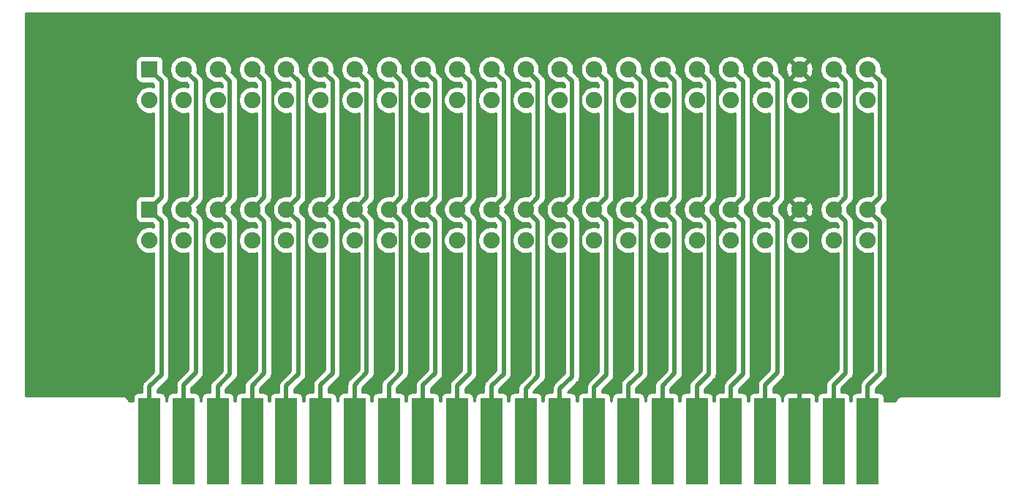
<source format=gtl>
G04 #@! TF.GenerationSoftware,KiCad,Pcbnew,(5.1.12)-1*
G04 #@! TF.CreationDate,2022-10-28T14:50:11+01:00*
G04 #@! TF.ProjectId,Apple-1 riser,4170706c-652d-4312-9072-697365722e6b,rev?*
G04 #@! TF.SameCoordinates,Original*
G04 #@! TF.FileFunction,Copper,L1,Top*
G04 #@! TF.FilePolarity,Positive*
%FSLAX46Y46*%
G04 Gerber Fmt 4.6, Leading zero omitted, Abs format (unit mm)*
G04 Created by KiCad (PCBNEW (5.1.12)-1) date 2022-10-28 14:50:11*
%MOMM*%
%LPD*%
G01*
G04 APERTURE LIST*
G04 #@! TA.AperFunction,ComponentPad*
%ADD10C,1.905000*%
G04 #@! TD*
G04 #@! TA.AperFunction,ComponentPad*
%ADD11R,1.905000X1.905000*%
G04 #@! TD*
G04 #@! TA.AperFunction,ConnectorPad*
%ADD12R,2.540000X10.000000*%
G04 #@! TD*
G04 #@! TA.AperFunction,Conductor*
%ADD13C,0.500000*%
G04 #@! TD*
G04 #@! TA.AperFunction,Conductor*
%ADD14C,0.254000*%
G04 #@! TD*
G04 #@! TA.AperFunction,Conductor*
%ADD15C,0.100000*%
G04 #@! TD*
G04 APERTURE END LIST*
D10*
X188160000Y-102000000D03*
X184200000Y-102000000D03*
X180240000Y-102000000D03*
X176280000Y-102000000D03*
X172320000Y-102000000D03*
X168360000Y-102000000D03*
X164400000Y-102000000D03*
X160440000Y-102000000D03*
X156480000Y-102000000D03*
X152520000Y-102000000D03*
X148560000Y-102000000D03*
X144600000Y-102000000D03*
X140640000Y-102000000D03*
X136680000Y-102000000D03*
X132720000Y-102000000D03*
X128760000Y-102000000D03*
X124800000Y-102000000D03*
X120840000Y-102000000D03*
X116880000Y-102000000D03*
X112920000Y-102000000D03*
X108960000Y-102000000D03*
X105000000Y-102000000D03*
X188160000Y-98440000D03*
X184200000Y-98440000D03*
X180240000Y-98440000D03*
X176280000Y-98440000D03*
X172320000Y-98440000D03*
X168360000Y-98440000D03*
X164400000Y-98440000D03*
X160440000Y-98440000D03*
X156480000Y-98440000D03*
X152520000Y-98440000D03*
X148560000Y-98440000D03*
X144600000Y-98440000D03*
X140640000Y-98440000D03*
X136680000Y-98440000D03*
X132720000Y-98440000D03*
X128760000Y-98440000D03*
X124800000Y-98440000D03*
X120840000Y-98440000D03*
X116880000Y-98440000D03*
X112920000Y-98440000D03*
X108960000Y-98440000D03*
D11*
X105000000Y-98440000D03*
D10*
X188160000Y-118250000D03*
X184200000Y-118250000D03*
X180240000Y-118250000D03*
X176280000Y-118250000D03*
X172320000Y-118250000D03*
X168360000Y-118250000D03*
X164400000Y-118250000D03*
X160440000Y-118250000D03*
X156480000Y-118250000D03*
X152520000Y-118250000D03*
X148560000Y-118250000D03*
X144600000Y-118250000D03*
X140640000Y-118250000D03*
X136680000Y-118250000D03*
X132720000Y-118250000D03*
X128760000Y-118250000D03*
X124800000Y-118250000D03*
X120840000Y-118250000D03*
X116880000Y-118250000D03*
X112920000Y-118250000D03*
X108960000Y-118250000D03*
X105000000Y-118250000D03*
X188160000Y-114690000D03*
X184200000Y-114690000D03*
X180240000Y-114690000D03*
X176280000Y-114690000D03*
X172320000Y-114690000D03*
X168360000Y-114690000D03*
X164400000Y-114690000D03*
X160440000Y-114690000D03*
X156480000Y-114690000D03*
X152520000Y-114690000D03*
X148560000Y-114690000D03*
X144600000Y-114690000D03*
X140640000Y-114690000D03*
X136680000Y-114690000D03*
X132720000Y-114690000D03*
X128760000Y-114690000D03*
X124800000Y-114690000D03*
X120840000Y-114690000D03*
X116880000Y-114690000D03*
X112920000Y-114690000D03*
X108960000Y-114690000D03*
D11*
X105000000Y-114690000D03*
D12*
X105000000Y-141540000D03*
X108960000Y-141540000D03*
X112920000Y-141540000D03*
X116880000Y-141540000D03*
X120840000Y-141540000D03*
X124800000Y-141540000D03*
X128760000Y-141540000D03*
X132720000Y-141540000D03*
X136680000Y-141540000D03*
X140640000Y-141540000D03*
X144600000Y-141540000D03*
X148560000Y-141540000D03*
X152520000Y-141540000D03*
X156480000Y-141540000D03*
X160440000Y-141540000D03*
X164400000Y-141540000D03*
X168360000Y-141540000D03*
X172320000Y-141540000D03*
X176280000Y-141540000D03*
X180240000Y-141540000D03*
X184200000Y-141540000D03*
X188160000Y-141540000D03*
D13*
X188160000Y-139000000D02*
X188160000Y-135090000D01*
X189562501Y-116092501D02*
X188160000Y-114690000D01*
X189562501Y-133687499D02*
X189562501Y-116092501D01*
X188160000Y-135090000D02*
X189562501Y-133687499D01*
X189562501Y-99842501D02*
X188160000Y-98440000D01*
X189562501Y-113287499D02*
X189562501Y-99842501D01*
X188160000Y-114690000D02*
X189562501Y-113287499D01*
X184200000Y-139000000D02*
X184200000Y-135050000D01*
X185602501Y-116092501D02*
X184200000Y-114690000D01*
X185602501Y-133647499D02*
X185602501Y-116092501D01*
X184200000Y-135050000D02*
X185602501Y-133647499D01*
X185602501Y-99842501D02*
X184200000Y-98440000D01*
X185602501Y-113287499D02*
X185602501Y-99842501D01*
X184200000Y-114690000D02*
X185602501Y-113287499D01*
X180240000Y-139000000D02*
X180240000Y-135240000D01*
X181642501Y-133837499D02*
X181642501Y-116092501D01*
X181642501Y-116092501D02*
X180240000Y-114690000D01*
X180240000Y-135240000D02*
X181642501Y-133837499D01*
X181642501Y-99842501D02*
X180240000Y-98440000D01*
X181642501Y-113287499D02*
X181642501Y-99842501D01*
X180240000Y-114690000D02*
X181642501Y-113287499D01*
X176280000Y-139000000D02*
X176280000Y-135030000D01*
X177682501Y-116092501D02*
X176280000Y-114690000D01*
X177682501Y-133627499D02*
X177682501Y-116092501D01*
X176280000Y-135030000D02*
X177682501Y-133627499D01*
X177682501Y-99842501D02*
X176280000Y-98440000D01*
X177682501Y-113287499D02*
X177682501Y-99842501D01*
X176280000Y-114690000D02*
X177682501Y-113287499D01*
X172320000Y-139000000D02*
X172320000Y-135180000D01*
X173722501Y-116092501D02*
X172320000Y-114690000D01*
X173722501Y-133777499D02*
X173722501Y-116092501D01*
X172320000Y-135180000D02*
X173722501Y-133777499D01*
X173722501Y-113287499D02*
X173722501Y-99842501D01*
X173722501Y-99842501D02*
X172320000Y-98440000D01*
X172320000Y-114690000D02*
X173722501Y-113287499D01*
X168360000Y-139000000D02*
X168360000Y-135140000D01*
X169762501Y-133737499D02*
X169762501Y-116092501D01*
X169762501Y-116092501D02*
X168360000Y-114690000D01*
X168360000Y-135140000D02*
X169762501Y-133737499D01*
X169762501Y-99842501D02*
X168360000Y-98440000D01*
X169762501Y-113287499D02*
X169762501Y-99842501D01*
X168360000Y-114690000D02*
X169762501Y-113287499D01*
X164400000Y-139000000D02*
X164400000Y-135100000D01*
X165802501Y-116092501D02*
X164400000Y-114690000D01*
X165802501Y-133697499D02*
X165802501Y-116092501D01*
X164400000Y-135100000D02*
X165802501Y-133697499D01*
X165802501Y-99842501D02*
X164400000Y-98440000D01*
X165802501Y-113287499D02*
X165802501Y-99842501D01*
X164400000Y-114690000D02*
X165802501Y-113287499D01*
X160440000Y-139000000D02*
X160440000Y-135060000D01*
X161842501Y-116092501D02*
X160440000Y-114690000D01*
X161842501Y-133657499D02*
X161842501Y-116092501D01*
X160440000Y-135060000D02*
X161842501Y-133657499D01*
X161842501Y-99842501D02*
X160440000Y-98440000D01*
X161842501Y-113287499D02*
X161842501Y-99842501D01*
X160440000Y-114690000D02*
X161842501Y-113287499D01*
X156480000Y-139000000D02*
X156480000Y-135270000D01*
X157882501Y-116092501D02*
X156480000Y-114690000D01*
X157882501Y-133867499D02*
X157882501Y-116092501D01*
X156480000Y-135270000D02*
X157882501Y-133867499D01*
X157882501Y-99842501D02*
X156480000Y-98440000D01*
X157882501Y-113287499D02*
X157882501Y-99842501D01*
X156480000Y-114690000D02*
X157882501Y-113287499D01*
X152520000Y-139000000D02*
X152520000Y-135480000D01*
X153922501Y-116092501D02*
X152520000Y-114690000D01*
X153922501Y-134077499D02*
X153922501Y-116092501D01*
X152520000Y-135480000D02*
X153922501Y-134077499D01*
X153922501Y-99842501D02*
X152520000Y-98440000D01*
X153922501Y-113287499D02*
X153922501Y-99842501D01*
X152520000Y-114690000D02*
X153922501Y-113287499D01*
X148560000Y-139000000D02*
X148560000Y-135440000D01*
X149962501Y-116092501D02*
X148560000Y-114690000D01*
X149962501Y-134037499D02*
X149962501Y-116092501D01*
X148560000Y-135440000D02*
X149962501Y-134037499D01*
X149962501Y-99842501D02*
X148560000Y-98440000D01*
X149962501Y-113287499D02*
X149962501Y-99842501D01*
X148560000Y-114690000D02*
X149962501Y-113287499D01*
X144600000Y-139000000D02*
X144600000Y-135150000D01*
X146002501Y-116092501D02*
X144600000Y-114690000D01*
X146002501Y-133747499D02*
X146002501Y-116092501D01*
X144600000Y-135150000D02*
X146002501Y-133747499D01*
X146002501Y-99842501D02*
X144600000Y-98440000D01*
X146002501Y-113287499D02*
X146002501Y-99842501D01*
X144600000Y-114690000D02*
X146002501Y-113287499D01*
X140640000Y-139000000D02*
X140640000Y-135110000D01*
X142042501Y-116092501D02*
X140640000Y-114690000D01*
X142042501Y-133707499D02*
X142042501Y-116092501D01*
X140640000Y-135110000D02*
X142042501Y-133707499D01*
X142042501Y-99842501D02*
X140640000Y-98440000D01*
X142042501Y-113287499D02*
X142042501Y-99842501D01*
X140640000Y-114690000D02*
X142042501Y-113287499D01*
X136680000Y-139000000D02*
X136680000Y-135070000D01*
X138082501Y-116092501D02*
X136680000Y-114690000D01*
X138082501Y-133667499D02*
X138082501Y-116092501D01*
X136680000Y-135070000D02*
X138082501Y-133667499D01*
X138082501Y-99842501D02*
X136680000Y-98440000D01*
X138082501Y-113287499D02*
X138082501Y-99842501D01*
X136680000Y-114690000D02*
X138082501Y-113287499D01*
X132720000Y-139000000D02*
X132720000Y-135030000D01*
X134122501Y-116092501D02*
X132720000Y-114690000D01*
X134122501Y-133627499D02*
X134122501Y-116092501D01*
X132720000Y-135030000D02*
X134122501Y-133627499D01*
X134122501Y-99842501D02*
X132720000Y-98440000D01*
X134122501Y-113287499D02*
X134122501Y-99842501D01*
X132720000Y-114690000D02*
X134122501Y-113287499D01*
X128760000Y-139000000D02*
X128760000Y-135010000D01*
X130162501Y-116092501D02*
X128760000Y-114690000D01*
X130162501Y-133607499D02*
X130162501Y-116092501D01*
X128760000Y-135010000D02*
X130162501Y-133607499D01*
X130162501Y-99842501D02*
X128760000Y-98440000D01*
X130162501Y-113287499D02*
X130162501Y-99842501D01*
X128760000Y-114690000D02*
X130162501Y-113287499D01*
X124800000Y-139000000D02*
X124800000Y-135050000D01*
X126202501Y-116092501D02*
X124800000Y-114690000D01*
X126202501Y-133647499D02*
X126202501Y-116092501D01*
X124800000Y-135050000D02*
X126202501Y-133647499D01*
X126202501Y-99842501D02*
X124800000Y-98440000D01*
X126202501Y-113287499D02*
X126202501Y-99842501D01*
X124800000Y-114690000D02*
X126202501Y-113287499D01*
X120840000Y-139000000D02*
X120840000Y-135160000D01*
X122242501Y-116092501D02*
X120840000Y-114690000D01*
X122242501Y-133757499D02*
X122242501Y-116092501D01*
X120840000Y-135160000D02*
X122242501Y-133757499D01*
X122242501Y-99842501D02*
X120840000Y-98440000D01*
X122242501Y-113287499D02*
X122242501Y-99842501D01*
X120840000Y-114690000D02*
X122242501Y-113287499D01*
X116880000Y-139000000D02*
X116880000Y-135130000D01*
X118282501Y-116092501D02*
X116880000Y-114690000D01*
X118282501Y-133727499D02*
X118282501Y-116092501D01*
X116880000Y-135130000D02*
X118282501Y-133727499D01*
X118282501Y-99842501D02*
X116880000Y-98440000D01*
X118282501Y-113287499D02*
X118282501Y-99842501D01*
X116880000Y-114690000D02*
X118282501Y-113287499D01*
X112920000Y-139000000D02*
X112920000Y-135170000D01*
X114322501Y-116092501D02*
X112920000Y-114690000D01*
X114322501Y-133767499D02*
X114322501Y-116092501D01*
X112920000Y-135170000D02*
X114322501Y-133767499D01*
X114322501Y-99842501D02*
X112920000Y-98440000D01*
X114322501Y-113287499D02*
X114322501Y-99842501D01*
X112920000Y-114690000D02*
X114322501Y-113287499D01*
X108960000Y-139000000D02*
X108960000Y-135040000D01*
X110362501Y-116092501D02*
X108960000Y-114690000D01*
X110362501Y-133637499D02*
X110362501Y-116092501D01*
X108960000Y-135040000D02*
X110362501Y-133637499D01*
X110362501Y-99842501D02*
X108960000Y-98440000D01*
X110362501Y-113287499D02*
X110362501Y-99842501D01*
X108960000Y-114690000D02*
X110362501Y-113287499D01*
X105000000Y-139000000D02*
X105000000Y-135250000D01*
X106402501Y-116092501D02*
X105000000Y-114690000D01*
X106402501Y-133847499D02*
X106402501Y-116092501D01*
X105000000Y-135250000D02*
X106402501Y-133847499D01*
X106402501Y-113287499D02*
X106402501Y-99842501D01*
X106402501Y-99842501D02*
X105000000Y-98440000D01*
X105000000Y-114690000D02*
X106402501Y-113287499D01*
D14*
X203340000Y-136340000D02*
X192032419Y-136340000D01*
X192000000Y-136336807D01*
X191967581Y-136340000D01*
X191870617Y-136349550D01*
X191746207Y-136387290D01*
X191631550Y-136448575D01*
X191531052Y-136531052D01*
X191448575Y-136631550D01*
X191387290Y-136746207D01*
X191349550Y-136870617D01*
X191349315Y-136873000D01*
X190068072Y-136873000D01*
X190068072Y-136540000D01*
X190055812Y-136415518D01*
X190019502Y-136295820D01*
X189960537Y-136185506D01*
X189881185Y-136088815D01*
X189784494Y-136009463D01*
X189674180Y-135950498D01*
X189554482Y-135914188D01*
X189430000Y-135901928D01*
X189045000Y-135901928D01*
X189045000Y-135456578D01*
X190157551Y-134344028D01*
X190191318Y-134316316D01*
X190222427Y-134278411D01*
X190301912Y-134181558D01*
X190335984Y-134117813D01*
X190384090Y-134027812D01*
X190422562Y-133900988D01*
X190434696Y-133860990D01*
X190437651Y-133830988D01*
X190447501Y-133730976D01*
X190447501Y-133730968D01*
X190451782Y-133687499D01*
X190447501Y-133644030D01*
X190447501Y-116135970D01*
X190451782Y-116092501D01*
X190447501Y-116049032D01*
X190447501Y-116049024D01*
X190434696Y-115919011D01*
X190384090Y-115752188D01*
X190301912Y-115598442D01*
X190239097Y-115521902D01*
X190219033Y-115497454D01*
X190219031Y-115497452D01*
X190191318Y-115463684D01*
X190157550Y-115435971D01*
X189717708Y-114996129D01*
X189747500Y-114846355D01*
X189747500Y-114533645D01*
X189717708Y-114383871D01*
X190157551Y-113944028D01*
X190191318Y-113916316D01*
X190230633Y-113868412D01*
X190301912Y-113781558D01*
X190384089Y-113627813D01*
X190384090Y-113627812D01*
X190434696Y-113460989D01*
X190447501Y-113330976D01*
X190447501Y-113330968D01*
X190451782Y-113287499D01*
X190447501Y-113244030D01*
X190447501Y-99885970D01*
X190451782Y-99842501D01*
X190447501Y-99799032D01*
X190447501Y-99799024D01*
X190434696Y-99669011D01*
X190384090Y-99502188D01*
X190301912Y-99348442D01*
X190191318Y-99213684D01*
X190157550Y-99185971D01*
X189717708Y-98746129D01*
X189747500Y-98596355D01*
X189747500Y-98283645D01*
X189686493Y-97976943D01*
X189566824Y-97688037D01*
X189393092Y-97428028D01*
X189171972Y-97206908D01*
X188911963Y-97033176D01*
X188623057Y-96913507D01*
X188316355Y-96852500D01*
X188003645Y-96852500D01*
X187696943Y-96913507D01*
X187408037Y-97033176D01*
X187148028Y-97206908D01*
X186926908Y-97428028D01*
X186753176Y-97688037D01*
X186633507Y-97976943D01*
X186572500Y-98283645D01*
X186572500Y-98596355D01*
X186633507Y-98903057D01*
X186753176Y-99191963D01*
X186926908Y-99451972D01*
X187148028Y-99673092D01*
X187408037Y-99846824D01*
X187696943Y-99966493D01*
X188003645Y-100027500D01*
X188316355Y-100027500D01*
X188466129Y-99997708D01*
X188677502Y-100209081D01*
X188677502Y-100496059D01*
X188623057Y-100473507D01*
X188316355Y-100412500D01*
X188003645Y-100412500D01*
X187696943Y-100473507D01*
X187408037Y-100593176D01*
X187148028Y-100766908D01*
X186926908Y-100988028D01*
X186753176Y-101248037D01*
X186633507Y-101536943D01*
X186572500Y-101843645D01*
X186572500Y-102156355D01*
X186633507Y-102463057D01*
X186753176Y-102751963D01*
X186926908Y-103011972D01*
X187148028Y-103233092D01*
X187408037Y-103406824D01*
X187696943Y-103526493D01*
X188003645Y-103587500D01*
X188316355Y-103587500D01*
X188623057Y-103526493D01*
X188677502Y-103503941D01*
X188677501Y-112920920D01*
X188466129Y-113132292D01*
X188316355Y-113102500D01*
X188003645Y-113102500D01*
X187696943Y-113163507D01*
X187408037Y-113283176D01*
X187148028Y-113456908D01*
X186926908Y-113678028D01*
X186753176Y-113938037D01*
X186633507Y-114226943D01*
X186572500Y-114533645D01*
X186572500Y-114846355D01*
X186633507Y-115153057D01*
X186753176Y-115441963D01*
X186926908Y-115701972D01*
X187148028Y-115923092D01*
X187408037Y-116096824D01*
X187696943Y-116216493D01*
X188003645Y-116277500D01*
X188316355Y-116277500D01*
X188466129Y-116247708D01*
X188677502Y-116459081D01*
X188677502Y-116746059D01*
X188623057Y-116723507D01*
X188316355Y-116662500D01*
X188003645Y-116662500D01*
X187696943Y-116723507D01*
X187408037Y-116843176D01*
X187148028Y-117016908D01*
X186926908Y-117238028D01*
X186753176Y-117498037D01*
X186633507Y-117786943D01*
X186572500Y-118093645D01*
X186572500Y-118406355D01*
X186633507Y-118713057D01*
X186753176Y-119001963D01*
X186926908Y-119261972D01*
X187148028Y-119483092D01*
X187408037Y-119656824D01*
X187696943Y-119776493D01*
X188003645Y-119837500D01*
X188316355Y-119837500D01*
X188623057Y-119776493D01*
X188677502Y-119753941D01*
X188677501Y-133320920D01*
X187564951Y-134433471D01*
X187531184Y-134461183D01*
X187503471Y-134494951D01*
X187503468Y-134494954D01*
X187420590Y-134595941D01*
X187338412Y-134749687D01*
X187287805Y-134916510D01*
X187270719Y-135090000D01*
X187275001Y-135133479D01*
X187275001Y-135901928D01*
X186890000Y-135901928D01*
X186765518Y-135914188D01*
X186645820Y-135950498D01*
X186535506Y-136009463D01*
X186438815Y-136088815D01*
X186359463Y-136185506D01*
X186300498Y-136295820D01*
X186264188Y-136415518D01*
X186251928Y-136540000D01*
X186251928Y-136873000D01*
X186108072Y-136873000D01*
X186108072Y-136540000D01*
X186095812Y-136415518D01*
X186059502Y-136295820D01*
X186000537Y-136185506D01*
X185921185Y-136088815D01*
X185824494Y-136009463D01*
X185714180Y-135950498D01*
X185594482Y-135914188D01*
X185470000Y-135901928D01*
X185085000Y-135901928D01*
X185085000Y-135416578D01*
X186197551Y-134304028D01*
X186231318Y-134276316D01*
X186259844Y-134241558D01*
X186341912Y-134141558D01*
X186370639Y-134087813D01*
X186424090Y-133987812D01*
X186471662Y-133830990D01*
X186474696Y-133820990D01*
X186477652Y-133790975D01*
X186487501Y-133690976D01*
X186487501Y-133690968D01*
X186491782Y-133647499D01*
X186487501Y-133604030D01*
X186487501Y-116135970D01*
X186491782Y-116092501D01*
X186487501Y-116049032D01*
X186487501Y-116049024D01*
X186474696Y-115919011D01*
X186424090Y-115752188D01*
X186341912Y-115598442D01*
X186279097Y-115521902D01*
X186259033Y-115497454D01*
X186259031Y-115497452D01*
X186231318Y-115463684D01*
X186197550Y-115435971D01*
X185757708Y-114996129D01*
X185787500Y-114846355D01*
X185787500Y-114533645D01*
X185757708Y-114383871D01*
X186197551Y-113944028D01*
X186231318Y-113916316D01*
X186270633Y-113868412D01*
X186341912Y-113781558D01*
X186424089Y-113627813D01*
X186424090Y-113627812D01*
X186474696Y-113460989D01*
X186487501Y-113330976D01*
X186487501Y-113330968D01*
X186491782Y-113287499D01*
X186487501Y-113244030D01*
X186487501Y-99885970D01*
X186491782Y-99842501D01*
X186487501Y-99799032D01*
X186487501Y-99799024D01*
X186474696Y-99669011D01*
X186424090Y-99502188D01*
X186341912Y-99348442D01*
X186231318Y-99213684D01*
X186197550Y-99185971D01*
X185757708Y-98746129D01*
X185787500Y-98596355D01*
X185787500Y-98283645D01*
X185726493Y-97976943D01*
X185606824Y-97688037D01*
X185433092Y-97428028D01*
X185211972Y-97206908D01*
X184951963Y-97033176D01*
X184663057Y-96913507D01*
X184356355Y-96852500D01*
X184043645Y-96852500D01*
X183736943Y-96913507D01*
X183448037Y-97033176D01*
X183188028Y-97206908D01*
X182966908Y-97428028D01*
X182793176Y-97688037D01*
X182673507Y-97976943D01*
X182612500Y-98283645D01*
X182612500Y-98596355D01*
X182673507Y-98903057D01*
X182793176Y-99191963D01*
X182966908Y-99451972D01*
X183188028Y-99673092D01*
X183448037Y-99846824D01*
X183736943Y-99966493D01*
X184043645Y-100027500D01*
X184356355Y-100027500D01*
X184506129Y-99997708D01*
X184717502Y-100209081D01*
X184717502Y-100496059D01*
X184663057Y-100473507D01*
X184356355Y-100412500D01*
X184043645Y-100412500D01*
X183736943Y-100473507D01*
X183448037Y-100593176D01*
X183188028Y-100766908D01*
X182966908Y-100988028D01*
X182793176Y-101248037D01*
X182673507Y-101536943D01*
X182612500Y-101843645D01*
X182612500Y-102156355D01*
X182673507Y-102463057D01*
X182793176Y-102751963D01*
X182966908Y-103011972D01*
X183188028Y-103233092D01*
X183448037Y-103406824D01*
X183736943Y-103526493D01*
X184043645Y-103587500D01*
X184356355Y-103587500D01*
X184663057Y-103526493D01*
X184717502Y-103503941D01*
X184717501Y-112920920D01*
X184506129Y-113132292D01*
X184356355Y-113102500D01*
X184043645Y-113102500D01*
X183736943Y-113163507D01*
X183448037Y-113283176D01*
X183188028Y-113456908D01*
X182966908Y-113678028D01*
X182793176Y-113938037D01*
X182673507Y-114226943D01*
X182612500Y-114533645D01*
X182612500Y-114846355D01*
X182673507Y-115153057D01*
X182793176Y-115441963D01*
X182966908Y-115701972D01*
X183188028Y-115923092D01*
X183448037Y-116096824D01*
X183736943Y-116216493D01*
X184043645Y-116277500D01*
X184356355Y-116277500D01*
X184506129Y-116247708D01*
X184717502Y-116459081D01*
X184717502Y-116746059D01*
X184663057Y-116723507D01*
X184356355Y-116662500D01*
X184043645Y-116662500D01*
X183736943Y-116723507D01*
X183448037Y-116843176D01*
X183188028Y-117016908D01*
X182966908Y-117238028D01*
X182793176Y-117498037D01*
X182673507Y-117786943D01*
X182612500Y-118093645D01*
X182612500Y-118406355D01*
X182673507Y-118713057D01*
X182793176Y-119001963D01*
X182966908Y-119261972D01*
X183188028Y-119483092D01*
X183448037Y-119656824D01*
X183736943Y-119776493D01*
X184043645Y-119837500D01*
X184356355Y-119837500D01*
X184663057Y-119776493D01*
X184717502Y-119753941D01*
X184717501Y-133280920D01*
X183604951Y-134393471D01*
X183571184Y-134421183D01*
X183543471Y-134454951D01*
X183543468Y-134454954D01*
X183460590Y-134555941D01*
X183378412Y-134709687D01*
X183327805Y-134876510D01*
X183310719Y-135050000D01*
X183315001Y-135093479D01*
X183315001Y-135901928D01*
X182930000Y-135901928D01*
X182805518Y-135914188D01*
X182685820Y-135950498D01*
X182575506Y-136009463D01*
X182478815Y-136088815D01*
X182399463Y-136185506D01*
X182340498Y-136295820D01*
X182304188Y-136415518D01*
X182291928Y-136540000D01*
X182291928Y-136873000D01*
X182147855Y-136873000D01*
X182148072Y-136540000D01*
X182135812Y-136415518D01*
X182099502Y-136295820D01*
X182040537Y-136185506D01*
X181961185Y-136088815D01*
X181864494Y-136009463D01*
X181754180Y-135950498D01*
X181634482Y-135914188D01*
X181510000Y-135901928D01*
X180525750Y-135905000D01*
X180367000Y-136063750D01*
X180367000Y-136873000D01*
X180113000Y-136873000D01*
X180113000Y-136063750D01*
X179954250Y-135905000D01*
X178970000Y-135901928D01*
X178845518Y-135914188D01*
X178725820Y-135950498D01*
X178615506Y-136009463D01*
X178518815Y-136088815D01*
X178439463Y-136185506D01*
X178380498Y-136295820D01*
X178344188Y-136415518D01*
X178331928Y-136540000D01*
X178332145Y-136873000D01*
X178188072Y-136873000D01*
X178188072Y-136540000D01*
X178175812Y-136415518D01*
X178139502Y-136295820D01*
X178080537Y-136185506D01*
X178001185Y-136088815D01*
X177904494Y-136009463D01*
X177794180Y-135950498D01*
X177674482Y-135914188D01*
X177550000Y-135901928D01*
X177165000Y-135901928D01*
X177165000Y-135396578D01*
X178277551Y-134284028D01*
X178311318Y-134256316D01*
X178339844Y-134221558D01*
X178421912Y-134121558D01*
X178450639Y-134067813D01*
X178504090Y-133967812D01*
X178545595Y-133830990D01*
X178554696Y-133800990D01*
X178556667Y-133780975D01*
X178567501Y-133670976D01*
X178567501Y-133670968D01*
X178571782Y-133627499D01*
X178567501Y-133584030D01*
X178567501Y-118093645D01*
X178652500Y-118093645D01*
X178652500Y-118406355D01*
X178713507Y-118713057D01*
X178833176Y-119001963D01*
X179006908Y-119261972D01*
X179228028Y-119483092D01*
X179488037Y-119656824D01*
X179776943Y-119776493D01*
X180083645Y-119837500D01*
X180396355Y-119837500D01*
X180703057Y-119776493D01*
X180991963Y-119656824D01*
X181251972Y-119483092D01*
X181473092Y-119261972D01*
X181646824Y-119001963D01*
X181766493Y-118713057D01*
X181827500Y-118406355D01*
X181827500Y-118093645D01*
X181766493Y-117786943D01*
X181646824Y-117498037D01*
X181473092Y-117238028D01*
X181251972Y-117016908D01*
X180991963Y-116843176D01*
X180703057Y-116723507D01*
X180396355Y-116662500D01*
X180083645Y-116662500D01*
X179776943Y-116723507D01*
X179488037Y-116843176D01*
X179228028Y-117016908D01*
X179006908Y-117238028D01*
X178833176Y-117498037D01*
X178713507Y-117786943D01*
X178652500Y-118093645D01*
X178567501Y-118093645D01*
X178567501Y-116135970D01*
X178571782Y-116092501D01*
X178567501Y-116049032D01*
X178567501Y-116049024D01*
X178554696Y-115919011D01*
X178516026Y-115791535D01*
X179318070Y-115791535D01*
X179408098Y-116051081D01*
X179689616Y-116187224D01*
X179992286Y-116265829D01*
X180304474Y-116283877D01*
X180614185Y-116240672D01*
X180909516Y-116137877D01*
X181071902Y-116051081D01*
X181161930Y-115791535D01*
X180240000Y-114869605D01*
X179318070Y-115791535D01*
X178516026Y-115791535D01*
X178504090Y-115752188D01*
X178421912Y-115598442D01*
X178359097Y-115521902D01*
X178339033Y-115497454D01*
X178339031Y-115497452D01*
X178311318Y-115463684D01*
X178277550Y-115435971D01*
X177837708Y-114996129D01*
X177867500Y-114846355D01*
X177867500Y-114754474D01*
X178646123Y-114754474D01*
X178689328Y-115064185D01*
X178792123Y-115359516D01*
X178878919Y-115521902D01*
X179138465Y-115611930D01*
X180060395Y-114690000D01*
X180419605Y-114690000D01*
X181341535Y-115611930D01*
X181601081Y-115521902D01*
X181737224Y-115240384D01*
X181815829Y-114937714D01*
X181833877Y-114625526D01*
X181790672Y-114315815D01*
X181687877Y-114020484D01*
X181601081Y-113858098D01*
X181341535Y-113768070D01*
X180419605Y-114690000D01*
X180060395Y-114690000D01*
X179138465Y-113768070D01*
X178878919Y-113858098D01*
X178742776Y-114139616D01*
X178664171Y-114442286D01*
X178646123Y-114754474D01*
X177867500Y-114754474D01*
X177867500Y-114533645D01*
X177837708Y-114383871D01*
X178277551Y-113944028D01*
X178311318Y-113916316D01*
X178350633Y-113868412D01*
X178421912Y-113781558D01*
X178504089Y-113627813D01*
X178504090Y-113627812D01*
X178516025Y-113588465D01*
X179318070Y-113588465D01*
X180240000Y-114510395D01*
X181161930Y-113588465D01*
X181071902Y-113328919D01*
X180790384Y-113192776D01*
X180487714Y-113114171D01*
X180175526Y-113096123D01*
X179865815Y-113139328D01*
X179570484Y-113242123D01*
X179408098Y-113328919D01*
X179318070Y-113588465D01*
X178516025Y-113588465D01*
X178554696Y-113460989D01*
X178567501Y-113330976D01*
X178567501Y-113330968D01*
X178571782Y-113287499D01*
X178567501Y-113244030D01*
X178567501Y-101843645D01*
X178652500Y-101843645D01*
X178652500Y-102156355D01*
X178713507Y-102463057D01*
X178833176Y-102751963D01*
X179006908Y-103011972D01*
X179228028Y-103233092D01*
X179488037Y-103406824D01*
X179776943Y-103526493D01*
X180083645Y-103587500D01*
X180396355Y-103587500D01*
X180703057Y-103526493D01*
X180991963Y-103406824D01*
X181251972Y-103233092D01*
X181473092Y-103011972D01*
X181646824Y-102751963D01*
X181766493Y-102463057D01*
X181827500Y-102156355D01*
X181827500Y-101843645D01*
X181766493Y-101536943D01*
X181646824Y-101248037D01*
X181473092Y-100988028D01*
X181251972Y-100766908D01*
X180991963Y-100593176D01*
X180703057Y-100473507D01*
X180396355Y-100412500D01*
X180083645Y-100412500D01*
X179776943Y-100473507D01*
X179488037Y-100593176D01*
X179228028Y-100766908D01*
X179006908Y-100988028D01*
X178833176Y-101248037D01*
X178713507Y-101536943D01*
X178652500Y-101843645D01*
X178567501Y-101843645D01*
X178567501Y-99885970D01*
X178571782Y-99842501D01*
X178567501Y-99799032D01*
X178567501Y-99799024D01*
X178554696Y-99669011D01*
X178516026Y-99541535D01*
X179318070Y-99541535D01*
X179408098Y-99801081D01*
X179689616Y-99937224D01*
X179992286Y-100015829D01*
X180304474Y-100033877D01*
X180614185Y-99990672D01*
X180909516Y-99887877D01*
X181071902Y-99801081D01*
X181161930Y-99541535D01*
X180240000Y-98619605D01*
X179318070Y-99541535D01*
X178516026Y-99541535D01*
X178504090Y-99502188D01*
X178421912Y-99348442D01*
X178311318Y-99213684D01*
X178277550Y-99185971D01*
X177837708Y-98746129D01*
X177867500Y-98596355D01*
X177867500Y-98504474D01*
X178646123Y-98504474D01*
X178689328Y-98814185D01*
X178792123Y-99109516D01*
X178878919Y-99271902D01*
X179138465Y-99361930D01*
X180060395Y-98440000D01*
X180419605Y-98440000D01*
X181341535Y-99361930D01*
X181601081Y-99271902D01*
X181737224Y-98990384D01*
X181815829Y-98687714D01*
X181833877Y-98375526D01*
X181790672Y-98065815D01*
X181687877Y-97770484D01*
X181601081Y-97608098D01*
X181341535Y-97518070D01*
X180419605Y-98440000D01*
X180060395Y-98440000D01*
X179138465Y-97518070D01*
X178878919Y-97608098D01*
X178742776Y-97889616D01*
X178664171Y-98192286D01*
X178646123Y-98504474D01*
X177867500Y-98504474D01*
X177867500Y-98283645D01*
X177806493Y-97976943D01*
X177686824Y-97688037D01*
X177513092Y-97428028D01*
X177423529Y-97338465D01*
X179318070Y-97338465D01*
X180240000Y-98260395D01*
X181161930Y-97338465D01*
X181071902Y-97078919D01*
X180790384Y-96942776D01*
X180487714Y-96864171D01*
X180175526Y-96846123D01*
X179865815Y-96889328D01*
X179570484Y-96992123D01*
X179408098Y-97078919D01*
X179318070Y-97338465D01*
X177423529Y-97338465D01*
X177291972Y-97206908D01*
X177031963Y-97033176D01*
X176743057Y-96913507D01*
X176436355Y-96852500D01*
X176123645Y-96852500D01*
X175816943Y-96913507D01*
X175528037Y-97033176D01*
X175268028Y-97206908D01*
X175046908Y-97428028D01*
X174873176Y-97688037D01*
X174753507Y-97976943D01*
X174692500Y-98283645D01*
X174692500Y-98596355D01*
X174753507Y-98903057D01*
X174873176Y-99191963D01*
X175046908Y-99451972D01*
X175268028Y-99673092D01*
X175528037Y-99846824D01*
X175816943Y-99966493D01*
X176123645Y-100027500D01*
X176436355Y-100027500D01*
X176586129Y-99997708D01*
X176797502Y-100209081D01*
X176797502Y-100496059D01*
X176743057Y-100473507D01*
X176436355Y-100412500D01*
X176123645Y-100412500D01*
X175816943Y-100473507D01*
X175528037Y-100593176D01*
X175268028Y-100766908D01*
X175046908Y-100988028D01*
X174873176Y-101248037D01*
X174753507Y-101536943D01*
X174692500Y-101843645D01*
X174692500Y-102156355D01*
X174753507Y-102463057D01*
X174873176Y-102751963D01*
X175046908Y-103011972D01*
X175268028Y-103233092D01*
X175528037Y-103406824D01*
X175816943Y-103526493D01*
X176123645Y-103587500D01*
X176436355Y-103587500D01*
X176743057Y-103526493D01*
X176797502Y-103503941D01*
X176797501Y-112920920D01*
X176586129Y-113132292D01*
X176436355Y-113102500D01*
X176123645Y-113102500D01*
X175816943Y-113163507D01*
X175528037Y-113283176D01*
X175268028Y-113456908D01*
X175046908Y-113678028D01*
X174873176Y-113938037D01*
X174753507Y-114226943D01*
X174692500Y-114533645D01*
X174692500Y-114846355D01*
X174753507Y-115153057D01*
X174873176Y-115441963D01*
X175046908Y-115701972D01*
X175268028Y-115923092D01*
X175528037Y-116096824D01*
X175816943Y-116216493D01*
X176123645Y-116277500D01*
X176436355Y-116277500D01*
X176586129Y-116247708D01*
X176797502Y-116459081D01*
X176797502Y-116746059D01*
X176743057Y-116723507D01*
X176436355Y-116662500D01*
X176123645Y-116662500D01*
X175816943Y-116723507D01*
X175528037Y-116843176D01*
X175268028Y-117016908D01*
X175046908Y-117238028D01*
X174873176Y-117498037D01*
X174753507Y-117786943D01*
X174692500Y-118093645D01*
X174692500Y-118406355D01*
X174753507Y-118713057D01*
X174873176Y-119001963D01*
X175046908Y-119261972D01*
X175268028Y-119483092D01*
X175528037Y-119656824D01*
X175816943Y-119776493D01*
X176123645Y-119837500D01*
X176436355Y-119837500D01*
X176743057Y-119776493D01*
X176797502Y-119753941D01*
X176797501Y-133260920D01*
X175684951Y-134373471D01*
X175651184Y-134401183D01*
X175623471Y-134434951D01*
X175623468Y-134434954D01*
X175540590Y-134535941D01*
X175458412Y-134689687D01*
X175407805Y-134856510D01*
X175390719Y-135030000D01*
X175395001Y-135073479D01*
X175395001Y-135901928D01*
X175010000Y-135901928D01*
X174885518Y-135914188D01*
X174765820Y-135950498D01*
X174655506Y-136009463D01*
X174558815Y-136088815D01*
X174479463Y-136185506D01*
X174420498Y-136295820D01*
X174384188Y-136415518D01*
X174371928Y-136540000D01*
X174371928Y-136873000D01*
X174228072Y-136873000D01*
X174228072Y-136540000D01*
X174215812Y-136415518D01*
X174179502Y-136295820D01*
X174120537Y-136185506D01*
X174041185Y-136088815D01*
X173944494Y-136009463D01*
X173834180Y-135950498D01*
X173714482Y-135914188D01*
X173590000Y-135901928D01*
X173205000Y-135901928D01*
X173205000Y-135546578D01*
X174317551Y-134434028D01*
X174351318Y-134406316D01*
X174384146Y-134366316D01*
X174461912Y-134271558D01*
X174495984Y-134207813D01*
X174544090Y-134117812D01*
X174580492Y-133997812D01*
X174594696Y-133950990D01*
X174597651Y-133920988D01*
X174607501Y-133820976D01*
X174607501Y-133820968D01*
X174611782Y-133777499D01*
X174607501Y-133734030D01*
X174607501Y-116135970D01*
X174611782Y-116092501D01*
X174607501Y-116049032D01*
X174607501Y-116049024D01*
X174594696Y-115919011D01*
X174544090Y-115752188D01*
X174461912Y-115598442D01*
X174399097Y-115521902D01*
X174379033Y-115497454D01*
X174379031Y-115497452D01*
X174351318Y-115463684D01*
X174317550Y-115435971D01*
X173877708Y-114996129D01*
X173907500Y-114846355D01*
X173907500Y-114533645D01*
X173877708Y-114383871D01*
X174317551Y-113944028D01*
X174351318Y-113916316D01*
X174390633Y-113868412D01*
X174461912Y-113781558D01*
X174544089Y-113627813D01*
X174544090Y-113627812D01*
X174594696Y-113460989D01*
X174607501Y-113330976D01*
X174607501Y-113330968D01*
X174611782Y-113287499D01*
X174607501Y-113244030D01*
X174607501Y-99885970D01*
X174611782Y-99842501D01*
X174607501Y-99799032D01*
X174607501Y-99799024D01*
X174594696Y-99669011D01*
X174544090Y-99502188D01*
X174461912Y-99348442D01*
X174351318Y-99213684D01*
X174317550Y-99185971D01*
X173877708Y-98746129D01*
X173907500Y-98596355D01*
X173907500Y-98283645D01*
X173846493Y-97976943D01*
X173726824Y-97688037D01*
X173553092Y-97428028D01*
X173331972Y-97206908D01*
X173071963Y-97033176D01*
X172783057Y-96913507D01*
X172476355Y-96852500D01*
X172163645Y-96852500D01*
X171856943Y-96913507D01*
X171568037Y-97033176D01*
X171308028Y-97206908D01*
X171086908Y-97428028D01*
X170913176Y-97688037D01*
X170793507Y-97976943D01*
X170732500Y-98283645D01*
X170732500Y-98596355D01*
X170793507Y-98903057D01*
X170913176Y-99191963D01*
X171086908Y-99451972D01*
X171308028Y-99673092D01*
X171568037Y-99846824D01*
X171856943Y-99966493D01*
X172163645Y-100027500D01*
X172476355Y-100027500D01*
X172626129Y-99997708D01*
X172837502Y-100209081D01*
X172837502Y-100496059D01*
X172783057Y-100473507D01*
X172476355Y-100412500D01*
X172163645Y-100412500D01*
X171856943Y-100473507D01*
X171568037Y-100593176D01*
X171308028Y-100766908D01*
X171086908Y-100988028D01*
X170913176Y-101248037D01*
X170793507Y-101536943D01*
X170732500Y-101843645D01*
X170732500Y-102156355D01*
X170793507Y-102463057D01*
X170913176Y-102751963D01*
X171086908Y-103011972D01*
X171308028Y-103233092D01*
X171568037Y-103406824D01*
X171856943Y-103526493D01*
X172163645Y-103587500D01*
X172476355Y-103587500D01*
X172783057Y-103526493D01*
X172837502Y-103503941D01*
X172837501Y-112920920D01*
X172626129Y-113132292D01*
X172476355Y-113102500D01*
X172163645Y-113102500D01*
X171856943Y-113163507D01*
X171568037Y-113283176D01*
X171308028Y-113456908D01*
X171086908Y-113678028D01*
X170913176Y-113938037D01*
X170793507Y-114226943D01*
X170732500Y-114533645D01*
X170732500Y-114846355D01*
X170793507Y-115153057D01*
X170913176Y-115441963D01*
X171086908Y-115701972D01*
X171308028Y-115923092D01*
X171568037Y-116096824D01*
X171856943Y-116216493D01*
X172163645Y-116277500D01*
X172476355Y-116277500D01*
X172626129Y-116247708D01*
X172837502Y-116459081D01*
X172837502Y-116746059D01*
X172783057Y-116723507D01*
X172476355Y-116662500D01*
X172163645Y-116662500D01*
X171856943Y-116723507D01*
X171568037Y-116843176D01*
X171308028Y-117016908D01*
X171086908Y-117238028D01*
X170913176Y-117498037D01*
X170793507Y-117786943D01*
X170732500Y-118093645D01*
X170732500Y-118406355D01*
X170793507Y-118713057D01*
X170913176Y-119001963D01*
X171086908Y-119261972D01*
X171308028Y-119483092D01*
X171568037Y-119656824D01*
X171856943Y-119776493D01*
X172163645Y-119837500D01*
X172476355Y-119837500D01*
X172783057Y-119776493D01*
X172837502Y-119753941D01*
X172837501Y-133410920D01*
X171724951Y-134523471D01*
X171691184Y-134551183D01*
X171663471Y-134584951D01*
X171663468Y-134584954D01*
X171580590Y-134685941D01*
X171498412Y-134839687D01*
X171447805Y-135006510D01*
X171430719Y-135180000D01*
X171435001Y-135223479D01*
X171435001Y-135901928D01*
X171050000Y-135901928D01*
X170925518Y-135914188D01*
X170805820Y-135950498D01*
X170695506Y-136009463D01*
X170598815Y-136088815D01*
X170519463Y-136185506D01*
X170460498Y-136295820D01*
X170424188Y-136415518D01*
X170411928Y-136540000D01*
X170411928Y-136873000D01*
X170268072Y-136873000D01*
X170268072Y-136540000D01*
X170255812Y-136415518D01*
X170219502Y-136295820D01*
X170160537Y-136185506D01*
X170081185Y-136088815D01*
X169984494Y-136009463D01*
X169874180Y-135950498D01*
X169754482Y-135914188D01*
X169630000Y-135901928D01*
X169245000Y-135901928D01*
X169245000Y-135506578D01*
X170357551Y-134394028D01*
X170391318Y-134366316D01*
X170422427Y-134328411D01*
X170501912Y-134231558D01*
X170555363Y-134131557D01*
X170584090Y-134077812D01*
X170625595Y-133940990D01*
X170634696Y-133910990D01*
X170637651Y-133880988D01*
X170647501Y-133780976D01*
X170647501Y-133780968D01*
X170651782Y-133737499D01*
X170647501Y-133694030D01*
X170647501Y-116135970D01*
X170651782Y-116092501D01*
X170647501Y-116049032D01*
X170647501Y-116049024D01*
X170634696Y-115919011D01*
X170584090Y-115752188D01*
X170501912Y-115598442D01*
X170439097Y-115521902D01*
X170419033Y-115497454D01*
X170419031Y-115497452D01*
X170391318Y-115463684D01*
X170357550Y-115435971D01*
X169917708Y-114996129D01*
X169947500Y-114846355D01*
X169947500Y-114533645D01*
X169917708Y-114383871D01*
X170357551Y-113944028D01*
X170391318Y-113916316D01*
X170430633Y-113868412D01*
X170501912Y-113781558D01*
X170584089Y-113627813D01*
X170584090Y-113627812D01*
X170634696Y-113460989D01*
X170647501Y-113330976D01*
X170647501Y-113330968D01*
X170651782Y-113287499D01*
X170647501Y-113244030D01*
X170647501Y-99885970D01*
X170651782Y-99842501D01*
X170647501Y-99799032D01*
X170647501Y-99799024D01*
X170634696Y-99669011D01*
X170584090Y-99502188D01*
X170501912Y-99348442D01*
X170391318Y-99213684D01*
X170357550Y-99185971D01*
X169917708Y-98746129D01*
X169947500Y-98596355D01*
X169947500Y-98283645D01*
X169886493Y-97976943D01*
X169766824Y-97688037D01*
X169593092Y-97428028D01*
X169371972Y-97206908D01*
X169111963Y-97033176D01*
X168823057Y-96913507D01*
X168516355Y-96852500D01*
X168203645Y-96852500D01*
X167896943Y-96913507D01*
X167608037Y-97033176D01*
X167348028Y-97206908D01*
X167126908Y-97428028D01*
X166953176Y-97688037D01*
X166833507Y-97976943D01*
X166772500Y-98283645D01*
X166772500Y-98596355D01*
X166833507Y-98903057D01*
X166953176Y-99191963D01*
X167126908Y-99451972D01*
X167348028Y-99673092D01*
X167608037Y-99846824D01*
X167896943Y-99966493D01*
X168203645Y-100027500D01*
X168516355Y-100027500D01*
X168666129Y-99997708D01*
X168877502Y-100209081D01*
X168877502Y-100496059D01*
X168823057Y-100473507D01*
X168516355Y-100412500D01*
X168203645Y-100412500D01*
X167896943Y-100473507D01*
X167608037Y-100593176D01*
X167348028Y-100766908D01*
X167126908Y-100988028D01*
X166953176Y-101248037D01*
X166833507Y-101536943D01*
X166772500Y-101843645D01*
X166772500Y-102156355D01*
X166833507Y-102463057D01*
X166953176Y-102751963D01*
X167126908Y-103011972D01*
X167348028Y-103233092D01*
X167608037Y-103406824D01*
X167896943Y-103526493D01*
X168203645Y-103587500D01*
X168516355Y-103587500D01*
X168823057Y-103526493D01*
X168877502Y-103503941D01*
X168877501Y-112920920D01*
X168666129Y-113132292D01*
X168516355Y-113102500D01*
X168203645Y-113102500D01*
X167896943Y-113163507D01*
X167608037Y-113283176D01*
X167348028Y-113456908D01*
X167126908Y-113678028D01*
X166953176Y-113938037D01*
X166833507Y-114226943D01*
X166772500Y-114533645D01*
X166772500Y-114846355D01*
X166833507Y-115153057D01*
X166953176Y-115441963D01*
X167126908Y-115701972D01*
X167348028Y-115923092D01*
X167608037Y-116096824D01*
X167896943Y-116216493D01*
X168203645Y-116277500D01*
X168516355Y-116277500D01*
X168666129Y-116247708D01*
X168877502Y-116459081D01*
X168877502Y-116746059D01*
X168823057Y-116723507D01*
X168516355Y-116662500D01*
X168203645Y-116662500D01*
X167896943Y-116723507D01*
X167608037Y-116843176D01*
X167348028Y-117016908D01*
X167126908Y-117238028D01*
X166953176Y-117498037D01*
X166833507Y-117786943D01*
X166772500Y-118093645D01*
X166772500Y-118406355D01*
X166833507Y-118713057D01*
X166953176Y-119001963D01*
X167126908Y-119261972D01*
X167348028Y-119483092D01*
X167608037Y-119656824D01*
X167896943Y-119776493D01*
X168203645Y-119837500D01*
X168516355Y-119837500D01*
X168823057Y-119776493D01*
X168877502Y-119753941D01*
X168877501Y-133370920D01*
X167764951Y-134483471D01*
X167731184Y-134511183D01*
X167703471Y-134544951D01*
X167703468Y-134544954D01*
X167620590Y-134645941D01*
X167538412Y-134799687D01*
X167487805Y-134966510D01*
X167470719Y-135140000D01*
X167475001Y-135183479D01*
X167475001Y-135901928D01*
X167090000Y-135901928D01*
X166965518Y-135914188D01*
X166845820Y-135950498D01*
X166735506Y-136009463D01*
X166638815Y-136088815D01*
X166559463Y-136185506D01*
X166500498Y-136295820D01*
X166464188Y-136415518D01*
X166451928Y-136540000D01*
X166451928Y-136873000D01*
X166308072Y-136873000D01*
X166308072Y-136540000D01*
X166295812Y-136415518D01*
X166259502Y-136295820D01*
X166200537Y-136185506D01*
X166121185Y-136088815D01*
X166024494Y-136009463D01*
X165914180Y-135950498D01*
X165794482Y-135914188D01*
X165670000Y-135901928D01*
X165285000Y-135901928D01*
X165285000Y-135466578D01*
X166397551Y-134354028D01*
X166431318Y-134326316D01*
X166462427Y-134288411D01*
X166541912Y-134191558D01*
X166581329Y-134117813D01*
X166624090Y-134037812D01*
X166665595Y-133900990D01*
X166674696Y-133870990D01*
X166676153Y-133856193D01*
X166687501Y-133740976D01*
X166687501Y-133740968D01*
X166691782Y-133697499D01*
X166687501Y-133654030D01*
X166687501Y-116135970D01*
X166691782Y-116092501D01*
X166687501Y-116049032D01*
X166687501Y-116049024D01*
X166674696Y-115919011D01*
X166624090Y-115752188D01*
X166541912Y-115598442D01*
X166479097Y-115521902D01*
X166459033Y-115497454D01*
X166459031Y-115497452D01*
X166431318Y-115463684D01*
X166397550Y-115435971D01*
X165957708Y-114996129D01*
X165987500Y-114846355D01*
X165987500Y-114533645D01*
X165957708Y-114383871D01*
X166397551Y-113944028D01*
X166431318Y-113916316D01*
X166470633Y-113868412D01*
X166541912Y-113781558D01*
X166624089Y-113627813D01*
X166624090Y-113627812D01*
X166674696Y-113460989D01*
X166687501Y-113330976D01*
X166687501Y-113330968D01*
X166691782Y-113287499D01*
X166687501Y-113244030D01*
X166687501Y-99885970D01*
X166691782Y-99842501D01*
X166687501Y-99799032D01*
X166687501Y-99799024D01*
X166674696Y-99669011D01*
X166624090Y-99502188D01*
X166541912Y-99348442D01*
X166431318Y-99213684D01*
X166397550Y-99185971D01*
X165957708Y-98746129D01*
X165987500Y-98596355D01*
X165987500Y-98283645D01*
X165926493Y-97976943D01*
X165806824Y-97688037D01*
X165633092Y-97428028D01*
X165411972Y-97206908D01*
X165151963Y-97033176D01*
X164863057Y-96913507D01*
X164556355Y-96852500D01*
X164243645Y-96852500D01*
X163936943Y-96913507D01*
X163648037Y-97033176D01*
X163388028Y-97206908D01*
X163166908Y-97428028D01*
X162993176Y-97688037D01*
X162873507Y-97976943D01*
X162812500Y-98283645D01*
X162812500Y-98596355D01*
X162873507Y-98903057D01*
X162993176Y-99191963D01*
X163166908Y-99451972D01*
X163388028Y-99673092D01*
X163648037Y-99846824D01*
X163936943Y-99966493D01*
X164243645Y-100027500D01*
X164556355Y-100027500D01*
X164706129Y-99997708D01*
X164917502Y-100209081D01*
X164917502Y-100496059D01*
X164863057Y-100473507D01*
X164556355Y-100412500D01*
X164243645Y-100412500D01*
X163936943Y-100473507D01*
X163648037Y-100593176D01*
X163388028Y-100766908D01*
X163166908Y-100988028D01*
X162993176Y-101248037D01*
X162873507Y-101536943D01*
X162812500Y-101843645D01*
X162812500Y-102156355D01*
X162873507Y-102463057D01*
X162993176Y-102751963D01*
X163166908Y-103011972D01*
X163388028Y-103233092D01*
X163648037Y-103406824D01*
X163936943Y-103526493D01*
X164243645Y-103587500D01*
X164556355Y-103587500D01*
X164863057Y-103526493D01*
X164917502Y-103503941D01*
X164917501Y-112920920D01*
X164706129Y-113132292D01*
X164556355Y-113102500D01*
X164243645Y-113102500D01*
X163936943Y-113163507D01*
X163648037Y-113283176D01*
X163388028Y-113456908D01*
X163166908Y-113678028D01*
X162993176Y-113938037D01*
X162873507Y-114226943D01*
X162812500Y-114533645D01*
X162812500Y-114846355D01*
X162873507Y-115153057D01*
X162993176Y-115441963D01*
X163166908Y-115701972D01*
X163388028Y-115923092D01*
X163648037Y-116096824D01*
X163936943Y-116216493D01*
X164243645Y-116277500D01*
X164556355Y-116277500D01*
X164706129Y-116247708D01*
X164917502Y-116459081D01*
X164917502Y-116746059D01*
X164863057Y-116723507D01*
X164556355Y-116662500D01*
X164243645Y-116662500D01*
X163936943Y-116723507D01*
X163648037Y-116843176D01*
X163388028Y-117016908D01*
X163166908Y-117238028D01*
X162993176Y-117498037D01*
X162873507Y-117786943D01*
X162812500Y-118093645D01*
X162812500Y-118406355D01*
X162873507Y-118713057D01*
X162993176Y-119001963D01*
X163166908Y-119261972D01*
X163388028Y-119483092D01*
X163648037Y-119656824D01*
X163936943Y-119776493D01*
X164243645Y-119837500D01*
X164556355Y-119837500D01*
X164863057Y-119776493D01*
X164917502Y-119753941D01*
X164917501Y-133330920D01*
X163804951Y-134443471D01*
X163771184Y-134471183D01*
X163743471Y-134504951D01*
X163743468Y-134504954D01*
X163660590Y-134605941D01*
X163578412Y-134759687D01*
X163527805Y-134926510D01*
X163510719Y-135100000D01*
X163515001Y-135143479D01*
X163515001Y-135901928D01*
X163130000Y-135901928D01*
X163005518Y-135914188D01*
X162885820Y-135950498D01*
X162775506Y-136009463D01*
X162678815Y-136088815D01*
X162599463Y-136185506D01*
X162540498Y-136295820D01*
X162504188Y-136415518D01*
X162491928Y-136540000D01*
X162491928Y-136873000D01*
X162348072Y-136873000D01*
X162348072Y-136540000D01*
X162335812Y-136415518D01*
X162299502Y-136295820D01*
X162240537Y-136185506D01*
X162161185Y-136088815D01*
X162064494Y-136009463D01*
X161954180Y-135950498D01*
X161834482Y-135914188D01*
X161710000Y-135901928D01*
X161325000Y-135901928D01*
X161325000Y-135426578D01*
X162437551Y-134314028D01*
X162471318Y-134286316D01*
X162499844Y-134251558D01*
X162581912Y-134151558D01*
X162610639Y-134097813D01*
X162664090Y-133997812D01*
X162705595Y-133860990D01*
X162714696Y-133830990D01*
X162719620Y-133780990D01*
X162727501Y-133700976D01*
X162727501Y-133700968D01*
X162731782Y-133657499D01*
X162727501Y-133614030D01*
X162727501Y-116135970D01*
X162731782Y-116092501D01*
X162727501Y-116049032D01*
X162727501Y-116049024D01*
X162714696Y-115919011D01*
X162664090Y-115752188D01*
X162581912Y-115598442D01*
X162519097Y-115521902D01*
X162499033Y-115497454D01*
X162499031Y-115497452D01*
X162471318Y-115463684D01*
X162437550Y-115435971D01*
X161997708Y-114996129D01*
X162027500Y-114846355D01*
X162027500Y-114533645D01*
X161997708Y-114383871D01*
X162437551Y-113944028D01*
X162471318Y-113916316D01*
X162510633Y-113868412D01*
X162581912Y-113781558D01*
X162664089Y-113627813D01*
X162664090Y-113627812D01*
X162714696Y-113460989D01*
X162727501Y-113330976D01*
X162727501Y-113330968D01*
X162731782Y-113287499D01*
X162727501Y-113244030D01*
X162727501Y-99885970D01*
X162731782Y-99842501D01*
X162727501Y-99799032D01*
X162727501Y-99799024D01*
X162714696Y-99669011D01*
X162664090Y-99502188D01*
X162581912Y-99348442D01*
X162471318Y-99213684D01*
X162437550Y-99185971D01*
X161997708Y-98746129D01*
X162027500Y-98596355D01*
X162027500Y-98283645D01*
X161966493Y-97976943D01*
X161846824Y-97688037D01*
X161673092Y-97428028D01*
X161451972Y-97206908D01*
X161191963Y-97033176D01*
X160903057Y-96913507D01*
X160596355Y-96852500D01*
X160283645Y-96852500D01*
X159976943Y-96913507D01*
X159688037Y-97033176D01*
X159428028Y-97206908D01*
X159206908Y-97428028D01*
X159033176Y-97688037D01*
X158913507Y-97976943D01*
X158852500Y-98283645D01*
X158852500Y-98596355D01*
X158913507Y-98903057D01*
X159033176Y-99191963D01*
X159206908Y-99451972D01*
X159428028Y-99673092D01*
X159688037Y-99846824D01*
X159976943Y-99966493D01*
X160283645Y-100027500D01*
X160596355Y-100027500D01*
X160746129Y-99997708D01*
X160957502Y-100209081D01*
X160957502Y-100496059D01*
X160903057Y-100473507D01*
X160596355Y-100412500D01*
X160283645Y-100412500D01*
X159976943Y-100473507D01*
X159688037Y-100593176D01*
X159428028Y-100766908D01*
X159206908Y-100988028D01*
X159033176Y-101248037D01*
X158913507Y-101536943D01*
X158852500Y-101843645D01*
X158852500Y-102156355D01*
X158913507Y-102463057D01*
X159033176Y-102751963D01*
X159206908Y-103011972D01*
X159428028Y-103233092D01*
X159688037Y-103406824D01*
X159976943Y-103526493D01*
X160283645Y-103587500D01*
X160596355Y-103587500D01*
X160903057Y-103526493D01*
X160957502Y-103503941D01*
X160957501Y-112920920D01*
X160746129Y-113132292D01*
X160596355Y-113102500D01*
X160283645Y-113102500D01*
X159976943Y-113163507D01*
X159688037Y-113283176D01*
X159428028Y-113456908D01*
X159206908Y-113678028D01*
X159033176Y-113938037D01*
X158913507Y-114226943D01*
X158852500Y-114533645D01*
X158852500Y-114846355D01*
X158913507Y-115153057D01*
X159033176Y-115441963D01*
X159206908Y-115701972D01*
X159428028Y-115923092D01*
X159688037Y-116096824D01*
X159976943Y-116216493D01*
X160283645Y-116277500D01*
X160596355Y-116277500D01*
X160746129Y-116247708D01*
X160957502Y-116459081D01*
X160957502Y-116746059D01*
X160903057Y-116723507D01*
X160596355Y-116662500D01*
X160283645Y-116662500D01*
X159976943Y-116723507D01*
X159688037Y-116843176D01*
X159428028Y-117016908D01*
X159206908Y-117238028D01*
X159033176Y-117498037D01*
X158913507Y-117786943D01*
X158852500Y-118093645D01*
X158852500Y-118406355D01*
X158913507Y-118713057D01*
X159033176Y-119001963D01*
X159206908Y-119261972D01*
X159428028Y-119483092D01*
X159688037Y-119656824D01*
X159976943Y-119776493D01*
X160283645Y-119837500D01*
X160596355Y-119837500D01*
X160903057Y-119776493D01*
X160957502Y-119753941D01*
X160957501Y-133290920D01*
X159844951Y-134403471D01*
X159811184Y-134431183D01*
X159783471Y-134464951D01*
X159783468Y-134464954D01*
X159700590Y-134565941D01*
X159618412Y-134719687D01*
X159567805Y-134886510D01*
X159550719Y-135060000D01*
X159555001Y-135103479D01*
X159555001Y-135901928D01*
X159170000Y-135901928D01*
X159045518Y-135914188D01*
X158925820Y-135950498D01*
X158815506Y-136009463D01*
X158718815Y-136088815D01*
X158639463Y-136185506D01*
X158580498Y-136295820D01*
X158544188Y-136415518D01*
X158531928Y-136540000D01*
X158531928Y-136873000D01*
X158388072Y-136873000D01*
X158388072Y-136540000D01*
X158375812Y-136415518D01*
X158339502Y-136295820D01*
X158280537Y-136185506D01*
X158201185Y-136088815D01*
X158104494Y-136009463D01*
X157994180Y-135950498D01*
X157874482Y-135914188D01*
X157750000Y-135901928D01*
X157365000Y-135901928D01*
X157365000Y-135636578D01*
X158477551Y-134524028D01*
X158511318Y-134496316D01*
X158540152Y-134461183D01*
X158621912Y-134361558D01*
X158670535Y-134270589D01*
X158704090Y-134207812D01*
X158740492Y-134087812D01*
X158754696Y-134040990D01*
X158756666Y-134020988D01*
X158767501Y-133910976D01*
X158767501Y-133910968D01*
X158771782Y-133867499D01*
X158767501Y-133824030D01*
X158767501Y-116135970D01*
X158771782Y-116092501D01*
X158767501Y-116049032D01*
X158767501Y-116049024D01*
X158754696Y-115919011D01*
X158704090Y-115752188D01*
X158621912Y-115598442D01*
X158559097Y-115521902D01*
X158539033Y-115497454D01*
X158539031Y-115497452D01*
X158511318Y-115463684D01*
X158477550Y-115435971D01*
X158037708Y-114996129D01*
X158067500Y-114846355D01*
X158067500Y-114533645D01*
X158037708Y-114383871D01*
X158477551Y-113944028D01*
X158511318Y-113916316D01*
X158550633Y-113868412D01*
X158621912Y-113781558D01*
X158704089Y-113627813D01*
X158704090Y-113627812D01*
X158754696Y-113460989D01*
X158767501Y-113330976D01*
X158767501Y-113330968D01*
X158771782Y-113287499D01*
X158767501Y-113244030D01*
X158767501Y-99885970D01*
X158771782Y-99842501D01*
X158767501Y-99799032D01*
X158767501Y-99799024D01*
X158754696Y-99669011D01*
X158704090Y-99502188D01*
X158621912Y-99348442D01*
X158511318Y-99213684D01*
X158477550Y-99185971D01*
X158037708Y-98746129D01*
X158067500Y-98596355D01*
X158067500Y-98283645D01*
X158006493Y-97976943D01*
X157886824Y-97688037D01*
X157713092Y-97428028D01*
X157491972Y-97206908D01*
X157231963Y-97033176D01*
X156943057Y-96913507D01*
X156636355Y-96852500D01*
X156323645Y-96852500D01*
X156016943Y-96913507D01*
X155728037Y-97033176D01*
X155468028Y-97206908D01*
X155246908Y-97428028D01*
X155073176Y-97688037D01*
X154953507Y-97976943D01*
X154892500Y-98283645D01*
X154892500Y-98596355D01*
X154953507Y-98903057D01*
X155073176Y-99191963D01*
X155246908Y-99451972D01*
X155468028Y-99673092D01*
X155728037Y-99846824D01*
X156016943Y-99966493D01*
X156323645Y-100027500D01*
X156636355Y-100027500D01*
X156786129Y-99997708D01*
X156997502Y-100209081D01*
X156997502Y-100496059D01*
X156943057Y-100473507D01*
X156636355Y-100412500D01*
X156323645Y-100412500D01*
X156016943Y-100473507D01*
X155728037Y-100593176D01*
X155468028Y-100766908D01*
X155246908Y-100988028D01*
X155073176Y-101248037D01*
X154953507Y-101536943D01*
X154892500Y-101843645D01*
X154892500Y-102156355D01*
X154953507Y-102463057D01*
X155073176Y-102751963D01*
X155246908Y-103011972D01*
X155468028Y-103233092D01*
X155728037Y-103406824D01*
X156016943Y-103526493D01*
X156323645Y-103587500D01*
X156636355Y-103587500D01*
X156943057Y-103526493D01*
X156997502Y-103503941D01*
X156997501Y-112920920D01*
X156786129Y-113132292D01*
X156636355Y-113102500D01*
X156323645Y-113102500D01*
X156016943Y-113163507D01*
X155728037Y-113283176D01*
X155468028Y-113456908D01*
X155246908Y-113678028D01*
X155073176Y-113938037D01*
X154953507Y-114226943D01*
X154892500Y-114533645D01*
X154892500Y-114846355D01*
X154953507Y-115153057D01*
X155073176Y-115441963D01*
X155246908Y-115701972D01*
X155468028Y-115923092D01*
X155728037Y-116096824D01*
X156016943Y-116216493D01*
X156323645Y-116277500D01*
X156636355Y-116277500D01*
X156786129Y-116247708D01*
X156997502Y-116459081D01*
X156997502Y-116746059D01*
X156943057Y-116723507D01*
X156636355Y-116662500D01*
X156323645Y-116662500D01*
X156016943Y-116723507D01*
X155728037Y-116843176D01*
X155468028Y-117016908D01*
X155246908Y-117238028D01*
X155073176Y-117498037D01*
X154953507Y-117786943D01*
X154892500Y-118093645D01*
X154892500Y-118406355D01*
X154953507Y-118713057D01*
X155073176Y-119001963D01*
X155246908Y-119261972D01*
X155468028Y-119483092D01*
X155728037Y-119656824D01*
X156016943Y-119776493D01*
X156323645Y-119837500D01*
X156636355Y-119837500D01*
X156943057Y-119776493D01*
X156997502Y-119753941D01*
X156997501Y-133500920D01*
X155884951Y-134613471D01*
X155851184Y-134641183D01*
X155823471Y-134674951D01*
X155823468Y-134674954D01*
X155740590Y-134775941D01*
X155658412Y-134929687D01*
X155607805Y-135096510D01*
X155590719Y-135270000D01*
X155595001Y-135313479D01*
X155595001Y-135901928D01*
X155210000Y-135901928D01*
X155085518Y-135914188D01*
X154965820Y-135950498D01*
X154855506Y-136009463D01*
X154758815Y-136088815D01*
X154679463Y-136185506D01*
X154620498Y-136295820D01*
X154584188Y-136415518D01*
X154571928Y-136540000D01*
X154571928Y-136873000D01*
X154428072Y-136873000D01*
X154428072Y-136540000D01*
X154415812Y-136415518D01*
X154379502Y-136295820D01*
X154320537Y-136185506D01*
X154241185Y-136088815D01*
X154144494Y-136009463D01*
X154034180Y-135950498D01*
X153914482Y-135914188D01*
X153790000Y-135901928D01*
X153405000Y-135901928D01*
X153405000Y-135846578D01*
X154517551Y-134734028D01*
X154551318Y-134706316D01*
X154581871Y-134669088D01*
X154661912Y-134571558D01*
X154670787Y-134554954D01*
X154744090Y-134417812D01*
X154785678Y-134280718D01*
X154794696Y-134250990D01*
X154797677Y-134220718D01*
X154807501Y-134120976D01*
X154807501Y-134120968D01*
X154811782Y-134077499D01*
X154807501Y-134034030D01*
X154807501Y-116135970D01*
X154811782Y-116092501D01*
X154807501Y-116049032D01*
X154807501Y-116049024D01*
X154794696Y-115919011D01*
X154744090Y-115752188D01*
X154661912Y-115598442D01*
X154599097Y-115521902D01*
X154579033Y-115497454D01*
X154579031Y-115497452D01*
X154551318Y-115463684D01*
X154517550Y-115435971D01*
X154077708Y-114996129D01*
X154107500Y-114846355D01*
X154107500Y-114533645D01*
X154077708Y-114383871D01*
X154517551Y-113944028D01*
X154551318Y-113916316D01*
X154590633Y-113868412D01*
X154661912Y-113781558D01*
X154744089Y-113627813D01*
X154744090Y-113627812D01*
X154794696Y-113460989D01*
X154807501Y-113330976D01*
X154807501Y-113330968D01*
X154811782Y-113287499D01*
X154807501Y-113244030D01*
X154807501Y-99885970D01*
X154811782Y-99842501D01*
X154807501Y-99799032D01*
X154807501Y-99799024D01*
X154794696Y-99669011D01*
X154744090Y-99502188D01*
X154661912Y-99348442D01*
X154551318Y-99213684D01*
X154517550Y-99185971D01*
X154077708Y-98746129D01*
X154107500Y-98596355D01*
X154107500Y-98283645D01*
X154046493Y-97976943D01*
X153926824Y-97688037D01*
X153753092Y-97428028D01*
X153531972Y-97206908D01*
X153271963Y-97033176D01*
X152983057Y-96913507D01*
X152676355Y-96852500D01*
X152363645Y-96852500D01*
X152056943Y-96913507D01*
X151768037Y-97033176D01*
X151508028Y-97206908D01*
X151286908Y-97428028D01*
X151113176Y-97688037D01*
X150993507Y-97976943D01*
X150932500Y-98283645D01*
X150932500Y-98596355D01*
X150993507Y-98903057D01*
X151113176Y-99191963D01*
X151286908Y-99451972D01*
X151508028Y-99673092D01*
X151768037Y-99846824D01*
X152056943Y-99966493D01*
X152363645Y-100027500D01*
X152676355Y-100027500D01*
X152826129Y-99997708D01*
X153037502Y-100209081D01*
X153037502Y-100496059D01*
X152983057Y-100473507D01*
X152676355Y-100412500D01*
X152363645Y-100412500D01*
X152056943Y-100473507D01*
X151768037Y-100593176D01*
X151508028Y-100766908D01*
X151286908Y-100988028D01*
X151113176Y-101248037D01*
X150993507Y-101536943D01*
X150932500Y-101843645D01*
X150932500Y-102156355D01*
X150993507Y-102463057D01*
X151113176Y-102751963D01*
X151286908Y-103011972D01*
X151508028Y-103233092D01*
X151768037Y-103406824D01*
X152056943Y-103526493D01*
X152363645Y-103587500D01*
X152676355Y-103587500D01*
X152983057Y-103526493D01*
X153037502Y-103503941D01*
X153037501Y-112920920D01*
X152826129Y-113132292D01*
X152676355Y-113102500D01*
X152363645Y-113102500D01*
X152056943Y-113163507D01*
X151768037Y-113283176D01*
X151508028Y-113456908D01*
X151286908Y-113678028D01*
X151113176Y-113938037D01*
X150993507Y-114226943D01*
X150932500Y-114533645D01*
X150932500Y-114846355D01*
X150993507Y-115153057D01*
X151113176Y-115441963D01*
X151286908Y-115701972D01*
X151508028Y-115923092D01*
X151768037Y-116096824D01*
X152056943Y-116216493D01*
X152363645Y-116277500D01*
X152676355Y-116277500D01*
X152826129Y-116247708D01*
X153037502Y-116459081D01*
X153037502Y-116746059D01*
X152983057Y-116723507D01*
X152676355Y-116662500D01*
X152363645Y-116662500D01*
X152056943Y-116723507D01*
X151768037Y-116843176D01*
X151508028Y-117016908D01*
X151286908Y-117238028D01*
X151113176Y-117498037D01*
X150993507Y-117786943D01*
X150932500Y-118093645D01*
X150932500Y-118406355D01*
X150993507Y-118713057D01*
X151113176Y-119001963D01*
X151286908Y-119261972D01*
X151508028Y-119483092D01*
X151768037Y-119656824D01*
X152056943Y-119776493D01*
X152363645Y-119837500D01*
X152676355Y-119837500D01*
X152983057Y-119776493D01*
X153037502Y-119753941D01*
X153037501Y-133710920D01*
X151924951Y-134823471D01*
X151891184Y-134851183D01*
X151863471Y-134884951D01*
X151863468Y-134884954D01*
X151780590Y-134985941D01*
X151698412Y-135139687D01*
X151647805Y-135306510D01*
X151630719Y-135480000D01*
X151635001Y-135523479D01*
X151635001Y-135901928D01*
X151250000Y-135901928D01*
X151125518Y-135914188D01*
X151005820Y-135950498D01*
X150895506Y-136009463D01*
X150798815Y-136088815D01*
X150719463Y-136185506D01*
X150660498Y-136295820D01*
X150624188Y-136415518D01*
X150611928Y-136540000D01*
X150611928Y-136873000D01*
X150468072Y-136873000D01*
X150468072Y-136540000D01*
X150455812Y-136415518D01*
X150419502Y-136295820D01*
X150360537Y-136185506D01*
X150281185Y-136088815D01*
X150184494Y-136009463D01*
X150074180Y-135950498D01*
X149954482Y-135914188D01*
X149830000Y-135901928D01*
X149445000Y-135901928D01*
X149445000Y-135806578D01*
X150557551Y-134694028D01*
X150591318Y-134666316D01*
X150621374Y-134629694D01*
X150701912Y-134531558D01*
X150710787Y-134514954D01*
X150784090Y-134377812D01*
X150825678Y-134240718D01*
X150834696Y-134210990D01*
X150839564Y-134161558D01*
X150847501Y-134080976D01*
X150847501Y-134080968D01*
X150851782Y-134037499D01*
X150847501Y-133994030D01*
X150847501Y-116135970D01*
X150851782Y-116092501D01*
X150847501Y-116049032D01*
X150847501Y-116049024D01*
X150834696Y-115919011D01*
X150784090Y-115752188D01*
X150701912Y-115598442D01*
X150639097Y-115521902D01*
X150619033Y-115497454D01*
X150619031Y-115497452D01*
X150591318Y-115463684D01*
X150557550Y-115435971D01*
X150117708Y-114996129D01*
X150147500Y-114846355D01*
X150147500Y-114533645D01*
X150117708Y-114383871D01*
X150557551Y-113944028D01*
X150591318Y-113916316D01*
X150630633Y-113868412D01*
X150701912Y-113781558D01*
X150784089Y-113627813D01*
X150784090Y-113627812D01*
X150834696Y-113460989D01*
X150847501Y-113330976D01*
X150847501Y-113330968D01*
X150851782Y-113287499D01*
X150847501Y-113244030D01*
X150847501Y-99885970D01*
X150851782Y-99842501D01*
X150847501Y-99799032D01*
X150847501Y-99799024D01*
X150834696Y-99669011D01*
X150784090Y-99502188D01*
X150701912Y-99348442D01*
X150591318Y-99213684D01*
X150557550Y-99185971D01*
X150117708Y-98746129D01*
X150147500Y-98596355D01*
X150147500Y-98283645D01*
X150086493Y-97976943D01*
X149966824Y-97688037D01*
X149793092Y-97428028D01*
X149571972Y-97206908D01*
X149311963Y-97033176D01*
X149023057Y-96913507D01*
X148716355Y-96852500D01*
X148403645Y-96852500D01*
X148096943Y-96913507D01*
X147808037Y-97033176D01*
X147548028Y-97206908D01*
X147326908Y-97428028D01*
X147153176Y-97688037D01*
X147033507Y-97976943D01*
X146972500Y-98283645D01*
X146972500Y-98596355D01*
X147033507Y-98903057D01*
X147153176Y-99191963D01*
X147326908Y-99451972D01*
X147548028Y-99673092D01*
X147808037Y-99846824D01*
X148096943Y-99966493D01*
X148403645Y-100027500D01*
X148716355Y-100027500D01*
X148866129Y-99997708D01*
X149077502Y-100209081D01*
X149077502Y-100496059D01*
X149023057Y-100473507D01*
X148716355Y-100412500D01*
X148403645Y-100412500D01*
X148096943Y-100473507D01*
X147808037Y-100593176D01*
X147548028Y-100766908D01*
X147326908Y-100988028D01*
X147153176Y-101248037D01*
X147033507Y-101536943D01*
X146972500Y-101843645D01*
X146972500Y-102156355D01*
X147033507Y-102463057D01*
X147153176Y-102751963D01*
X147326908Y-103011972D01*
X147548028Y-103233092D01*
X147808037Y-103406824D01*
X148096943Y-103526493D01*
X148403645Y-103587500D01*
X148716355Y-103587500D01*
X149023057Y-103526493D01*
X149077502Y-103503941D01*
X149077501Y-112920920D01*
X148866129Y-113132292D01*
X148716355Y-113102500D01*
X148403645Y-113102500D01*
X148096943Y-113163507D01*
X147808037Y-113283176D01*
X147548028Y-113456908D01*
X147326908Y-113678028D01*
X147153176Y-113938037D01*
X147033507Y-114226943D01*
X146972500Y-114533645D01*
X146972500Y-114846355D01*
X147033507Y-115153057D01*
X147153176Y-115441963D01*
X147326908Y-115701972D01*
X147548028Y-115923092D01*
X147808037Y-116096824D01*
X148096943Y-116216493D01*
X148403645Y-116277500D01*
X148716355Y-116277500D01*
X148866129Y-116247708D01*
X149077502Y-116459081D01*
X149077502Y-116746059D01*
X149023057Y-116723507D01*
X148716355Y-116662500D01*
X148403645Y-116662500D01*
X148096943Y-116723507D01*
X147808037Y-116843176D01*
X147548028Y-117016908D01*
X147326908Y-117238028D01*
X147153176Y-117498037D01*
X147033507Y-117786943D01*
X146972500Y-118093645D01*
X146972500Y-118406355D01*
X147033507Y-118713057D01*
X147153176Y-119001963D01*
X147326908Y-119261972D01*
X147548028Y-119483092D01*
X147808037Y-119656824D01*
X148096943Y-119776493D01*
X148403645Y-119837500D01*
X148716355Y-119837500D01*
X149023057Y-119776493D01*
X149077502Y-119753941D01*
X149077501Y-133670920D01*
X147964951Y-134783471D01*
X147931184Y-134811183D01*
X147903471Y-134844951D01*
X147903468Y-134844954D01*
X147820590Y-134945941D01*
X147738412Y-135099687D01*
X147687805Y-135266510D01*
X147670719Y-135440000D01*
X147675001Y-135483479D01*
X147675001Y-135901928D01*
X147290000Y-135901928D01*
X147165518Y-135914188D01*
X147045820Y-135950498D01*
X146935506Y-136009463D01*
X146838815Y-136088815D01*
X146759463Y-136185506D01*
X146700498Y-136295820D01*
X146664188Y-136415518D01*
X146651928Y-136540000D01*
X146651928Y-136873000D01*
X146508072Y-136873000D01*
X146508072Y-136540000D01*
X146495812Y-136415518D01*
X146459502Y-136295820D01*
X146400537Y-136185506D01*
X146321185Y-136088815D01*
X146224494Y-136009463D01*
X146114180Y-135950498D01*
X145994482Y-135914188D01*
X145870000Y-135901928D01*
X145485000Y-135901928D01*
X145485000Y-135516578D01*
X146597551Y-134404028D01*
X146631318Y-134376316D01*
X146659844Y-134341558D01*
X146741912Y-134241558D01*
X146770639Y-134187813D01*
X146824090Y-134087812D01*
X146860492Y-133967812D01*
X146874696Y-133920990D01*
X146877652Y-133890975D01*
X146887501Y-133790976D01*
X146887501Y-133790968D01*
X146891782Y-133747499D01*
X146887501Y-133704030D01*
X146887501Y-116135970D01*
X146891782Y-116092501D01*
X146887501Y-116049032D01*
X146887501Y-116049024D01*
X146874696Y-115919011D01*
X146824090Y-115752188D01*
X146741912Y-115598442D01*
X146679097Y-115521902D01*
X146659033Y-115497454D01*
X146659031Y-115497452D01*
X146631318Y-115463684D01*
X146597550Y-115435971D01*
X146157708Y-114996129D01*
X146187500Y-114846355D01*
X146187500Y-114533645D01*
X146157708Y-114383871D01*
X146597551Y-113944028D01*
X146631318Y-113916316D01*
X146670633Y-113868412D01*
X146741912Y-113781558D01*
X146824089Y-113627813D01*
X146824090Y-113627812D01*
X146874696Y-113460989D01*
X146887501Y-113330976D01*
X146887501Y-113330968D01*
X146891782Y-113287499D01*
X146887501Y-113244030D01*
X146887501Y-99885970D01*
X146891782Y-99842501D01*
X146887501Y-99799032D01*
X146887501Y-99799024D01*
X146874696Y-99669011D01*
X146824090Y-99502188D01*
X146741912Y-99348442D01*
X146631318Y-99213684D01*
X146597550Y-99185971D01*
X146157708Y-98746129D01*
X146187500Y-98596355D01*
X146187500Y-98283645D01*
X146126493Y-97976943D01*
X146006824Y-97688037D01*
X145833092Y-97428028D01*
X145611972Y-97206908D01*
X145351963Y-97033176D01*
X145063057Y-96913507D01*
X144756355Y-96852500D01*
X144443645Y-96852500D01*
X144136943Y-96913507D01*
X143848037Y-97033176D01*
X143588028Y-97206908D01*
X143366908Y-97428028D01*
X143193176Y-97688037D01*
X143073507Y-97976943D01*
X143012500Y-98283645D01*
X143012500Y-98596355D01*
X143073507Y-98903057D01*
X143193176Y-99191963D01*
X143366908Y-99451972D01*
X143588028Y-99673092D01*
X143848037Y-99846824D01*
X144136943Y-99966493D01*
X144443645Y-100027500D01*
X144756355Y-100027500D01*
X144906129Y-99997708D01*
X145117502Y-100209081D01*
X145117502Y-100496059D01*
X145063057Y-100473507D01*
X144756355Y-100412500D01*
X144443645Y-100412500D01*
X144136943Y-100473507D01*
X143848037Y-100593176D01*
X143588028Y-100766908D01*
X143366908Y-100988028D01*
X143193176Y-101248037D01*
X143073507Y-101536943D01*
X143012500Y-101843645D01*
X143012500Y-102156355D01*
X143073507Y-102463057D01*
X143193176Y-102751963D01*
X143366908Y-103011972D01*
X143588028Y-103233092D01*
X143848037Y-103406824D01*
X144136943Y-103526493D01*
X144443645Y-103587500D01*
X144756355Y-103587500D01*
X145063057Y-103526493D01*
X145117502Y-103503941D01*
X145117501Y-112920920D01*
X144906129Y-113132292D01*
X144756355Y-113102500D01*
X144443645Y-113102500D01*
X144136943Y-113163507D01*
X143848037Y-113283176D01*
X143588028Y-113456908D01*
X143366908Y-113678028D01*
X143193176Y-113938037D01*
X143073507Y-114226943D01*
X143012500Y-114533645D01*
X143012500Y-114846355D01*
X143073507Y-115153057D01*
X143193176Y-115441963D01*
X143366908Y-115701972D01*
X143588028Y-115923092D01*
X143848037Y-116096824D01*
X144136943Y-116216493D01*
X144443645Y-116277500D01*
X144756355Y-116277500D01*
X144906129Y-116247708D01*
X145117502Y-116459081D01*
X145117502Y-116746059D01*
X145063057Y-116723507D01*
X144756355Y-116662500D01*
X144443645Y-116662500D01*
X144136943Y-116723507D01*
X143848037Y-116843176D01*
X143588028Y-117016908D01*
X143366908Y-117238028D01*
X143193176Y-117498037D01*
X143073507Y-117786943D01*
X143012500Y-118093645D01*
X143012500Y-118406355D01*
X143073507Y-118713057D01*
X143193176Y-119001963D01*
X143366908Y-119261972D01*
X143588028Y-119483092D01*
X143848037Y-119656824D01*
X144136943Y-119776493D01*
X144443645Y-119837500D01*
X144756355Y-119837500D01*
X145063057Y-119776493D01*
X145117502Y-119753941D01*
X145117501Y-133380920D01*
X144004951Y-134493471D01*
X143971184Y-134521183D01*
X143943471Y-134554951D01*
X143943468Y-134554954D01*
X143860590Y-134655941D01*
X143778412Y-134809687D01*
X143727805Y-134976510D01*
X143710719Y-135150000D01*
X143715001Y-135193479D01*
X143715001Y-135901928D01*
X143330000Y-135901928D01*
X143205518Y-135914188D01*
X143085820Y-135950498D01*
X142975506Y-136009463D01*
X142878815Y-136088815D01*
X142799463Y-136185506D01*
X142740498Y-136295820D01*
X142704188Y-136415518D01*
X142691928Y-136540000D01*
X142691928Y-136873000D01*
X142548072Y-136873000D01*
X142548072Y-136540000D01*
X142535812Y-136415518D01*
X142499502Y-136295820D01*
X142440537Y-136185506D01*
X142361185Y-136088815D01*
X142264494Y-136009463D01*
X142154180Y-135950498D01*
X142034482Y-135914188D01*
X141910000Y-135901928D01*
X141525000Y-135901928D01*
X141525000Y-135476578D01*
X142637551Y-134364028D01*
X142671318Y-134336316D01*
X142702924Y-134297805D01*
X142781912Y-134201558D01*
X142826674Y-134117813D01*
X142864090Y-134047812D01*
X142905595Y-133910990D01*
X142914696Y-133880990D01*
X142917994Y-133847499D01*
X142927501Y-133750976D01*
X142927501Y-133750968D01*
X142931782Y-133707499D01*
X142927501Y-133664030D01*
X142927501Y-116135970D01*
X142931782Y-116092501D01*
X142927501Y-116049032D01*
X142927501Y-116049024D01*
X142914696Y-115919011D01*
X142864090Y-115752188D01*
X142781912Y-115598442D01*
X142719097Y-115521902D01*
X142699033Y-115497454D01*
X142699031Y-115497452D01*
X142671318Y-115463684D01*
X142637550Y-115435971D01*
X142197708Y-114996129D01*
X142227500Y-114846355D01*
X142227500Y-114533645D01*
X142197708Y-114383871D01*
X142637551Y-113944028D01*
X142671318Y-113916316D01*
X142710633Y-113868412D01*
X142781912Y-113781558D01*
X142864089Y-113627813D01*
X142864090Y-113627812D01*
X142914696Y-113460989D01*
X142927501Y-113330976D01*
X142927501Y-113330968D01*
X142931782Y-113287499D01*
X142927501Y-113244030D01*
X142927501Y-99885970D01*
X142931782Y-99842501D01*
X142927501Y-99799032D01*
X142927501Y-99799024D01*
X142914696Y-99669011D01*
X142864090Y-99502188D01*
X142781912Y-99348442D01*
X142671318Y-99213684D01*
X142637550Y-99185971D01*
X142197708Y-98746129D01*
X142227500Y-98596355D01*
X142227500Y-98283645D01*
X142166493Y-97976943D01*
X142046824Y-97688037D01*
X141873092Y-97428028D01*
X141651972Y-97206908D01*
X141391963Y-97033176D01*
X141103057Y-96913507D01*
X140796355Y-96852500D01*
X140483645Y-96852500D01*
X140176943Y-96913507D01*
X139888037Y-97033176D01*
X139628028Y-97206908D01*
X139406908Y-97428028D01*
X139233176Y-97688037D01*
X139113507Y-97976943D01*
X139052500Y-98283645D01*
X139052500Y-98596355D01*
X139113507Y-98903057D01*
X139233176Y-99191963D01*
X139406908Y-99451972D01*
X139628028Y-99673092D01*
X139888037Y-99846824D01*
X140176943Y-99966493D01*
X140483645Y-100027500D01*
X140796355Y-100027500D01*
X140946129Y-99997708D01*
X141157502Y-100209081D01*
X141157502Y-100496059D01*
X141103057Y-100473507D01*
X140796355Y-100412500D01*
X140483645Y-100412500D01*
X140176943Y-100473507D01*
X139888037Y-100593176D01*
X139628028Y-100766908D01*
X139406908Y-100988028D01*
X139233176Y-101248037D01*
X139113507Y-101536943D01*
X139052500Y-101843645D01*
X139052500Y-102156355D01*
X139113507Y-102463057D01*
X139233176Y-102751963D01*
X139406908Y-103011972D01*
X139628028Y-103233092D01*
X139888037Y-103406824D01*
X140176943Y-103526493D01*
X140483645Y-103587500D01*
X140796355Y-103587500D01*
X141103057Y-103526493D01*
X141157502Y-103503941D01*
X141157501Y-112920920D01*
X140946129Y-113132292D01*
X140796355Y-113102500D01*
X140483645Y-113102500D01*
X140176943Y-113163507D01*
X139888037Y-113283176D01*
X139628028Y-113456908D01*
X139406908Y-113678028D01*
X139233176Y-113938037D01*
X139113507Y-114226943D01*
X139052500Y-114533645D01*
X139052500Y-114846355D01*
X139113507Y-115153057D01*
X139233176Y-115441963D01*
X139406908Y-115701972D01*
X139628028Y-115923092D01*
X139888037Y-116096824D01*
X140176943Y-116216493D01*
X140483645Y-116277500D01*
X140796355Y-116277500D01*
X140946129Y-116247708D01*
X141157502Y-116459081D01*
X141157502Y-116746059D01*
X141103057Y-116723507D01*
X140796355Y-116662500D01*
X140483645Y-116662500D01*
X140176943Y-116723507D01*
X139888037Y-116843176D01*
X139628028Y-117016908D01*
X139406908Y-117238028D01*
X139233176Y-117498037D01*
X139113507Y-117786943D01*
X139052500Y-118093645D01*
X139052500Y-118406355D01*
X139113507Y-118713057D01*
X139233176Y-119001963D01*
X139406908Y-119261972D01*
X139628028Y-119483092D01*
X139888037Y-119656824D01*
X140176943Y-119776493D01*
X140483645Y-119837500D01*
X140796355Y-119837500D01*
X141103057Y-119776493D01*
X141157502Y-119753941D01*
X141157501Y-133340920D01*
X140044951Y-134453471D01*
X140011184Y-134481183D01*
X139983471Y-134514951D01*
X139983468Y-134514954D01*
X139900590Y-134615941D01*
X139818412Y-134769687D01*
X139767805Y-134936510D01*
X139750719Y-135110000D01*
X139755001Y-135153479D01*
X139755001Y-135901928D01*
X139370000Y-135901928D01*
X139245518Y-135914188D01*
X139125820Y-135950498D01*
X139015506Y-136009463D01*
X138918815Y-136088815D01*
X138839463Y-136185506D01*
X138780498Y-136295820D01*
X138744188Y-136415518D01*
X138731928Y-136540000D01*
X138731928Y-136873000D01*
X138588072Y-136873000D01*
X138588072Y-136540000D01*
X138575812Y-136415518D01*
X138539502Y-136295820D01*
X138480537Y-136185506D01*
X138401185Y-136088815D01*
X138304494Y-136009463D01*
X138194180Y-135950498D01*
X138074482Y-135914188D01*
X137950000Y-135901928D01*
X137565000Y-135901928D01*
X137565000Y-135436578D01*
X138677551Y-134324028D01*
X138711318Y-134296316D01*
X138739844Y-134261558D01*
X138821912Y-134161558D01*
X138850639Y-134107813D01*
X138904090Y-134007812D01*
X138945595Y-133870990D01*
X138954696Y-133840990D01*
X138957652Y-133810975D01*
X138967501Y-133710976D01*
X138967501Y-133710968D01*
X138971782Y-133667499D01*
X138967501Y-133624030D01*
X138967501Y-116135970D01*
X138971782Y-116092501D01*
X138967501Y-116049032D01*
X138967501Y-116049024D01*
X138954696Y-115919011D01*
X138904090Y-115752188D01*
X138821912Y-115598442D01*
X138759097Y-115521902D01*
X138739033Y-115497454D01*
X138739031Y-115497452D01*
X138711318Y-115463684D01*
X138677550Y-115435971D01*
X138237708Y-114996129D01*
X138267500Y-114846355D01*
X138267500Y-114533645D01*
X138237708Y-114383871D01*
X138677551Y-113944028D01*
X138711318Y-113916316D01*
X138750633Y-113868412D01*
X138821912Y-113781558D01*
X138904089Y-113627813D01*
X138904090Y-113627812D01*
X138954696Y-113460989D01*
X138967501Y-113330976D01*
X138967501Y-113330968D01*
X138971782Y-113287499D01*
X138967501Y-113244030D01*
X138967501Y-99885970D01*
X138971782Y-99842501D01*
X138967501Y-99799032D01*
X138967501Y-99799024D01*
X138954696Y-99669011D01*
X138904090Y-99502188D01*
X138821912Y-99348442D01*
X138711318Y-99213684D01*
X138677550Y-99185971D01*
X138237708Y-98746129D01*
X138267500Y-98596355D01*
X138267500Y-98283645D01*
X138206493Y-97976943D01*
X138086824Y-97688037D01*
X137913092Y-97428028D01*
X137691972Y-97206908D01*
X137431963Y-97033176D01*
X137143057Y-96913507D01*
X136836355Y-96852500D01*
X136523645Y-96852500D01*
X136216943Y-96913507D01*
X135928037Y-97033176D01*
X135668028Y-97206908D01*
X135446908Y-97428028D01*
X135273176Y-97688037D01*
X135153507Y-97976943D01*
X135092500Y-98283645D01*
X135092500Y-98596355D01*
X135153507Y-98903057D01*
X135273176Y-99191963D01*
X135446908Y-99451972D01*
X135668028Y-99673092D01*
X135928037Y-99846824D01*
X136216943Y-99966493D01*
X136523645Y-100027500D01*
X136836355Y-100027500D01*
X136986129Y-99997708D01*
X137197502Y-100209081D01*
X137197502Y-100496059D01*
X137143057Y-100473507D01*
X136836355Y-100412500D01*
X136523645Y-100412500D01*
X136216943Y-100473507D01*
X135928037Y-100593176D01*
X135668028Y-100766908D01*
X135446908Y-100988028D01*
X135273176Y-101248037D01*
X135153507Y-101536943D01*
X135092500Y-101843645D01*
X135092500Y-102156355D01*
X135153507Y-102463057D01*
X135273176Y-102751963D01*
X135446908Y-103011972D01*
X135668028Y-103233092D01*
X135928037Y-103406824D01*
X136216943Y-103526493D01*
X136523645Y-103587500D01*
X136836355Y-103587500D01*
X137143057Y-103526493D01*
X137197502Y-103503941D01*
X137197501Y-112920920D01*
X136986129Y-113132292D01*
X136836355Y-113102500D01*
X136523645Y-113102500D01*
X136216943Y-113163507D01*
X135928037Y-113283176D01*
X135668028Y-113456908D01*
X135446908Y-113678028D01*
X135273176Y-113938037D01*
X135153507Y-114226943D01*
X135092500Y-114533645D01*
X135092500Y-114846355D01*
X135153507Y-115153057D01*
X135273176Y-115441963D01*
X135446908Y-115701972D01*
X135668028Y-115923092D01*
X135928037Y-116096824D01*
X136216943Y-116216493D01*
X136523645Y-116277500D01*
X136836355Y-116277500D01*
X136986129Y-116247708D01*
X137197502Y-116459081D01*
X137197502Y-116746059D01*
X137143057Y-116723507D01*
X136836355Y-116662500D01*
X136523645Y-116662500D01*
X136216943Y-116723507D01*
X135928037Y-116843176D01*
X135668028Y-117016908D01*
X135446908Y-117238028D01*
X135273176Y-117498037D01*
X135153507Y-117786943D01*
X135092500Y-118093645D01*
X135092500Y-118406355D01*
X135153507Y-118713057D01*
X135273176Y-119001963D01*
X135446908Y-119261972D01*
X135668028Y-119483092D01*
X135928037Y-119656824D01*
X136216943Y-119776493D01*
X136523645Y-119837500D01*
X136836355Y-119837500D01*
X137143057Y-119776493D01*
X137197502Y-119753941D01*
X137197501Y-133300920D01*
X136084951Y-134413471D01*
X136051184Y-134441183D01*
X136023471Y-134474951D01*
X136023468Y-134474954D01*
X135940590Y-134575941D01*
X135858412Y-134729687D01*
X135807805Y-134896510D01*
X135790719Y-135070000D01*
X135795001Y-135113479D01*
X135795001Y-135901928D01*
X135410000Y-135901928D01*
X135285518Y-135914188D01*
X135165820Y-135950498D01*
X135055506Y-136009463D01*
X134958815Y-136088815D01*
X134879463Y-136185506D01*
X134820498Y-136295820D01*
X134784188Y-136415518D01*
X134771928Y-136540000D01*
X134771928Y-136873000D01*
X134628072Y-136873000D01*
X134628072Y-136540000D01*
X134615812Y-136415518D01*
X134579502Y-136295820D01*
X134520537Y-136185506D01*
X134441185Y-136088815D01*
X134344494Y-136009463D01*
X134234180Y-135950498D01*
X134114482Y-135914188D01*
X133990000Y-135901928D01*
X133605000Y-135901928D01*
X133605000Y-135396578D01*
X134717551Y-134284028D01*
X134751318Y-134256316D01*
X134779844Y-134221558D01*
X134861912Y-134121558D01*
X134890639Y-134067813D01*
X134944090Y-133967812D01*
X134985595Y-133830990D01*
X134994696Y-133800990D01*
X134996667Y-133780975D01*
X135007501Y-133670976D01*
X135007501Y-133670968D01*
X135011782Y-133627499D01*
X135007501Y-133584030D01*
X135007501Y-116135970D01*
X135011782Y-116092501D01*
X135007501Y-116049032D01*
X135007501Y-116049024D01*
X134994696Y-115919011D01*
X134944090Y-115752188D01*
X134861912Y-115598442D01*
X134799097Y-115521902D01*
X134779033Y-115497454D01*
X134779031Y-115497452D01*
X134751318Y-115463684D01*
X134717550Y-115435971D01*
X134277708Y-114996129D01*
X134307500Y-114846355D01*
X134307500Y-114533645D01*
X134277708Y-114383871D01*
X134717551Y-113944028D01*
X134751318Y-113916316D01*
X134790633Y-113868412D01*
X134861912Y-113781558D01*
X134944089Y-113627813D01*
X134944090Y-113627812D01*
X134994696Y-113460989D01*
X135007501Y-113330976D01*
X135007501Y-113330968D01*
X135011782Y-113287499D01*
X135007501Y-113244030D01*
X135007501Y-99885970D01*
X135011782Y-99842501D01*
X135007501Y-99799032D01*
X135007501Y-99799024D01*
X134994696Y-99669011D01*
X134944090Y-99502188D01*
X134861912Y-99348442D01*
X134751318Y-99213684D01*
X134717550Y-99185971D01*
X134277708Y-98746129D01*
X134307500Y-98596355D01*
X134307500Y-98283645D01*
X134246493Y-97976943D01*
X134126824Y-97688037D01*
X133953092Y-97428028D01*
X133731972Y-97206908D01*
X133471963Y-97033176D01*
X133183057Y-96913507D01*
X132876355Y-96852500D01*
X132563645Y-96852500D01*
X132256943Y-96913507D01*
X131968037Y-97033176D01*
X131708028Y-97206908D01*
X131486908Y-97428028D01*
X131313176Y-97688037D01*
X131193507Y-97976943D01*
X131132500Y-98283645D01*
X131132500Y-98596355D01*
X131193507Y-98903057D01*
X131313176Y-99191963D01*
X131486908Y-99451972D01*
X131708028Y-99673092D01*
X131968037Y-99846824D01*
X132256943Y-99966493D01*
X132563645Y-100027500D01*
X132876355Y-100027500D01*
X133026129Y-99997708D01*
X133237502Y-100209081D01*
X133237502Y-100496059D01*
X133183057Y-100473507D01*
X132876355Y-100412500D01*
X132563645Y-100412500D01*
X132256943Y-100473507D01*
X131968037Y-100593176D01*
X131708028Y-100766908D01*
X131486908Y-100988028D01*
X131313176Y-101248037D01*
X131193507Y-101536943D01*
X131132500Y-101843645D01*
X131132500Y-102156355D01*
X131193507Y-102463057D01*
X131313176Y-102751963D01*
X131486908Y-103011972D01*
X131708028Y-103233092D01*
X131968037Y-103406824D01*
X132256943Y-103526493D01*
X132563645Y-103587500D01*
X132876355Y-103587500D01*
X133183057Y-103526493D01*
X133237502Y-103503941D01*
X133237501Y-112920920D01*
X133026129Y-113132292D01*
X132876355Y-113102500D01*
X132563645Y-113102500D01*
X132256943Y-113163507D01*
X131968037Y-113283176D01*
X131708028Y-113456908D01*
X131486908Y-113678028D01*
X131313176Y-113938037D01*
X131193507Y-114226943D01*
X131132500Y-114533645D01*
X131132500Y-114846355D01*
X131193507Y-115153057D01*
X131313176Y-115441963D01*
X131486908Y-115701972D01*
X131708028Y-115923092D01*
X131968037Y-116096824D01*
X132256943Y-116216493D01*
X132563645Y-116277500D01*
X132876355Y-116277500D01*
X133026129Y-116247708D01*
X133237502Y-116459081D01*
X133237502Y-116746059D01*
X133183057Y-116723507D01*
X132876355Y-116662500D01*
X132563645Y-116662500D01*
X132256943Y-116723507D01*
X131968037Y-116843176D01*
X131708028Y-117016908D01*
X131486908Y-117238028D01*
X131313176Y-117498037D01*
X131193507Y-117786943D01*
X131132500Y-118093645D01*
X131132500Y-118406355D01*
X131193507Y-118713057D01*
X131313176Y-119001963D01*
X131486908Y-119261972D01*
X131708028Y-119483092D01*
X131968037Y-119656824D01*
X132256943Y-119776493D01*
X132563645Y-119837500D01*
X132876355Y-119837500D01*
X133183057Y-119776493D01*
X133237502Y-119753941D01*
X133237501Y-133260920D01*
X132124951Y-134373471D01*
X132091184Y-134401183D01*
X132063471Y-134434951D01*
X132063468Y-134434954D01*
X131980590Y-134535941D01*
X131898412Y-134689687D01*
X131847805Y-134856510D01*
X131830719Y-135030000D01*
X131835001Y-135073479D01*
X131835001Y-135901928D01*
X131450000Y-135901928D01*
X131325518Y-135914188D01*
X131205820Y-135950498D01*
X131095506Y-136009463D01*
X130998815Y-136088815D01*
X130919463Y-136185506D01*
X130860498Y-136295820D01*
X130824188Y-136415518D01*
X130811928Y-136540000D01*
X130811928Y-136873000D01*
X130668072Y-136873000D01*
X130668072Y-136540000D01*
X130655812Y-136415518D01*
X130619502Y-136295820D01*
X130560537Y-136185506D01*
X130481185Y-136088815D01*
X130384494Y-136009463D01*
X130274180Y-135950498D01*
X130154482Y-135914188D01*
X130030000Y-135901928D01*
X129645000Y-135901928D01*
X129645000Y-135376578D01*
X130757551Y-134264028D01*
X130791318Y-134236316D01*
X130819844Y-134201558D01*
X130901912Y-134101558D01*
X130930639Y-134047813D01*
X130984090Y-133947812D01*
X131025595Y-133810990D01*
X131034696Y-133780990D01*
X131036153Y-133766193D01*
X131047501Y-133650976D01*
X131047501Y-133650968D01*
X131051782Y-133607499D01*
X131047501Y-133564030D01*
X131047501Y-116135970D01*
X131051782Y-116092501D01*
X131047501Y-116049032D01*
X131047501Y-116049024D01*
X131034696Y-115919011D01*
X130984090Y-115752188D01*
X130901912Y-115598442D01*
X130839097Y-115521902D01*
X130819033Y-115497454D01*
X130819031Y-115497452D01*
X130791318Y-115463684D01*
X130757550Y-115435971D01*
X130317708Y-114996129D01*
X130347500Y-114846355D01*
X130347500Y-114533645D01*
X130317708Y-114383871D01*
X130757551Y-113944028D01*
X130791318Y-113916316D01*
X130830633Y-113868412D01*
X130901912Y-113781558D01*
X130984089Y-113627813D01*
X130984090Y-113627812D01*
X131034696Y-113460989D01*
X131047501Y-113330976D01*
X131047501Y-113330968D01*
X131051782Y-113287499D01*
X131047501Y-113244030D01*
X131047501Y-99885970D01*
X131051782Y-99842501D01*
X131047501Y-99799032D01*
X131047501Y-99799024D01*
X131034696Y-99669011D01*
X130984090Y-99502188D01*
X130901912Y-99348442D01*
X130791318Y-99213684D01*
X130757550Y-99185971D01*
X130317708Y-98746129D01*
X130347500Y-98596355D01*
X130347500Y-98283645D01*
X130286493Y-97976943D01*
X130166824Y-97688037D01*
X129993092Y-97428028D01*
X129771972Y-97206908D01*
X129511963Y-97033176D01*
X129223057Y-96913507D01*
X128916355Y-96852500D01*
X128603645Y-96852500D01*
X128296943Y-96913507D01*
X128008037Y-97033176D01*
X127748028Y-97206908D01*
X127526908Y-97428028D01*
X127353176Y-97688037D01*
X127233507Y-97976943D01*
X127172500Y-98283645D01*
X127172500Y-98596355D01*
X127233507Y-98903057D01*
X127353176Y-99191963D01*
X127526908Y-99451972D01*
X127748028Y-99673092D01*
X128008037Y-99846824D01*
X128296943Y-99966493D01*
X128603645Y-100027500D01*
X128916355Y-100027500D01*
X129066129Y-99997708D01*
X129277502Y-100209081D01*
X129277502Y-100496059D01*
X129223057Y-100473507D01*
X128916355Y-100412500D01*
X128603645Y-100412500D01*
X128296943Y-100473507D01*
X128008037Y-100593176D01*
X127748028Y-100766908D01*
X127526908Y-100988028D01*
X127353176Y-101248037D01*
X127233507Y-101536943D01*
X127172500Y-101843645D01*
X127172500Y-102156355D01*
X127233507Y-102463057D01*
X127353176Y-102751963D01*
X127526908Y-103011972D01*
X127748028Y-103233092D01*
X128008037Y-103406824D01*
X128296943Y-103526493D01*
X128603645Y-103587500D01*
X128916355Y-103587500D01*
X129223057Y-103526493D01*
X129277502Y-103503941D01*
X129277501Y-112920920D01*
X129066129Y-113132292D01*
X128916355Y-113102500D01*
X128603645Y-113102500D01*
X128296943Y-113163507D01*
X128008037Y-113283176D01*
X127748028Y-113456908D01*
X127526908Y-113678028D01*
X127353176Y-113938037D01*
X127233507Y-114226943D01*
X127172500Y-114533645D01*
X127172500Y-114846355D01*
X127233507Y-115153057D01*
X127353176Y-115441963D01*
X127526908Y-115701972D01*
X127748028Y-115923092D01*
X128008037Y-116096824D01*
X128296943Y-116216493D01*
X128603645Y-116277500D01*
X128916355Y-116277500D01*
X129066129Y-116247708D01*
X129277502Y-116459081D01*
X129277502Y-116746059D01*
X129223057Y-116723507D01*
X128916355Y-116662500D01*
X128603645Y-116662500D01*
X128296943Y-116723507D01*
X128008037Y-116843176D01*
X127748028Y-117016908D01*
X127526908Y-117238028D01*
X127353176Y-117498037D01*
X127233507Y-117786943D01*
X127172500Y-118093645D01*
X127172500Y-118406355D01*
X127233507Y-118713057D01*
X127353176Y-119001963D01*
X127526908Y-119261972D01*
X127748028Y-119483092D01*
X128008037Y-119656824D01*
X128296943Y-119776493D01*
X128603645Y-119837500D01*
X128916355Y-119837500D01*
X129223057Y-119776493D01*
X129277502Y-119753941D01*
X129277501Y-133240920D01*
X128164951Y-134353471D01*
X128131184Y-134381183D01*
X128103471Y-134414951D01*
X128103468Y-134414954D01*
X128020590Y-134515941D01*
X127938412Y-134669687D01*
X127887805Y-134836510D01*
X127870719Y-135010000D01*
X127875001Y-135053479D01*
X127875001Y-135901928D01*
X127490000Y-135901928D01*
X127365518Y-135914188D01*
X127245820Y-135950498D01*
X127135506Y-136009463D01*
X127038815Y-136088815D01*
X126959463Y-136185506D01*
X126900498Y-136295820D01*
X126864188Y-136415518D01*
X126851928Y-136540000D01*
X126851928Y-136873000D01*
X126708072Y-136873000D01*
X126708072Y-136540000D01*
X126695812Y-136415518D01*
X126659502Y-136295820D01*
X126600537Y-136185506D01*
X126521185Y-136088815D01*
X126424494Y-136009463D01*
X126314180Y-135950498D01*
X126194482Y-135914188D01*
X126070000Y-135901928D01*
X125685000Y-135901928D01*
X125685000Y-135416578D01*
X126797551Y-134304028D01*
X126831318Y-134276316D01*
X126859844Y-134241558D01*
X126941912Y-134141558D01*
X126970639Y-134087813D01*
X127024090Y-133987812D01*
X127071662Y-133830990D01*
X127074696Y-133820990D01*
X127077652Y-133790975D01*
X127087501Y-133690976D01*
X127087501Y-133690968D01*
X127091782Y-133647499D01*
X127087501Y-133604030D01*
X127087501Y-116135970D01*
X127091782Y-116092501D01*
X127087501Y-116049032D01*
X127087501Y-116049024D01*
X127074696Y-115919011D01*
X127024090Y-115752188D01*
X126941912Y-115598442D01*
X126879097Y-115521902D01*
X126859033Y-115497454D01*
X126859031Y-115497452D01*
X126831318Y-115463684D01*
X126797550Y-115435971D01*
X126357708Y-114996129D01*
X126387500Y-114846355D01*
X126387500Y-114533645D01*
X126357708Y-114383871D01*
X126797551Y-113944028D01*
X126831318Y-113916316D01*
X126870633Y-113868412D01*
X126941912Y-113781558D01*
X127024089Y-113627813D01*
X127024090Y-113627812D01*
X127074696Y-113460989D01*
X127087501Y-113330976D01*
X127087501Y-113330968D01*
X127091782Y-113287499D01*
X127087501Y-113244030D01*
X127087501Y-99885970D01*
X127091782Y-99842501D01*
X127087501Y-99799032D01*
X127087501Y-99799024D01*
X127074696Y-99669011D01*
X127024090Y-99502188D01*
X126941912Y-99348442D01*
X126831318Y-99213684D01*
X126797550Y-99185971D01*
X126357708Y-98746129D01*
X126387500Y-98596355D01*
X126387500Y-98283645D01*
X126326493Y-97976943D01*
X126206824Y-97688037D01*
X126033092Y-97428028D01*
X125811972Y-97206908D01*
X125551963Y-97033176D01*
X125263057Y-96913507D01*
X124956355Y-96852500D01*
X124643645Y-96852500D01*
X124336943Y-96913507D01*
X124048037Y-97033176D01*
X123788028Y-97206908D01*
X123566908Y-97428028D01*
X123393176Y-97688037D01*
X123273507Y-97976943D01*
X123212500Y-98283645D01*
X123212500Y-98596355D01*
X123273507Y-98903057D01*
X123393176Y-99191963D01*
X123566908Y-99451972D01*
X123788028Y-99673092D01*
X124048037Y-99846824D01*
X124336943Y-99966493D01*
X124643645Y-100027500D01*
X124956355Y-100027500D01*
X125106129Y-99997708D01*
X125317502Y-100209081D01*
X125317502Y-100496059D01*
X125263057Y-100473507D01*
X124956355Y-100412500D01*
X124643645Y-100412500D01*
X124336943Y-100473507D01*
X124048037Y-100593176D01*
X123788028Y-100766908D01*
X123566908Y-100988028D01*
X123393176Y-101248037D01*
X123273507Y-101536943D01*
X123212500Y-101843645D01*
X123212500Y-102156355D01*
X123273507Y-102463057D01*
X123393176Y-102751963D01*
X123566908Y-103011972D01*
X123788028Y-103233092D01*
X124048037Y-103406824D01*
X124336943Y-103526493D01*
X124643645Y-103587500D01*
X124956355Y-103587500D01*
X125263057Y-103526493D01*
X125317502Y-103503941D01*
X125317501Y-112920920D01*
X125106129Y-113132292D01*
X124956355Y-113102500D01*
X124643645Y-113102500D01*
X124336943Y-113163507D01*
X124048037Y-113283176D01*
X123788028Y-113456908D01*
X123566908Y-113678028D01*
X123393176Y-113938037D01*
X123273507Y-114226943D01*
X123212500Y-114533645D01*
X123212500Y-114846355D01*
X123273507Y-115153057D01*
X123393176Y-115441963D01*
X123566908Y-115701972D01*
X123788028Y-115923092D01*
X124048037Y-116096824D01*
X124336943Y-116216493D01*
X124643645Y-116277500D01*
X124956355Y-116277500D01*
X125106129Y-116247708D01*
X125317502Y-116459081D01*
X125317502Y-116746059D01*
X125263057Y-116723507D01*
X124956355Y-116662500D01*
X124643645Y-116662500D01*
X124336943Y-116723507D01*
X124048037Y-116843176D01*
X123788028Y-117016908D01*
X123566908Y-117238028D01*
X123393176Y-117498037D01*
X123273507Y-117786943D01*
X123212500Y-118093645D01*
X123212500Y-118406355D01*
X123273507Y-118713057D01*
X123393176Y-119001963D01*
X123566908Y-119261972D01*
X123788028Y-119483092D01*
X124048037Y-119656824D01*
X124336943Y-119776493D01*
X124643645Y-119837500D01*
X124956355Y-119837500D01*
X125263057Y-119776493D01*
X125317502Y-119753941D01*
X125317501Y-133280920D01*
X124204951Y-134393471D01*
X124171184Y-134421183D01*
X124143471Y-134454951D01*
X124143468Y-134454954D01*
X124060590Y-134555941D01*
X123978412Y-134709687D01*
X123927805Y-134876510D01*
X123910719Y-135050000D01*
X123915001Y-135093479D01*
X123915001Y-135901928D01*
X123530000Y-135901928D01*
X123405518Y-135914188D01*
X123285820Y-135950498D01*
X123175506Y-136009463D01*
X123078815Y-136088815D01*
X122999463Y-136185506D01*
X122940498Y-136295820D01*
X122904188Y-136415518D01*
X122891928Y-136540000D01*
X122891928Y-136873000D01*
X122748072Y-136873000D01*
X122748072Y-136540000D01*
X122735812Y-136415518D01*
X122699502Y-136295820D01*
X122640537Y-136185506D01*
X122561185Y-136088815D01*
X122464494Y-136009463D01*
X122354180Y-135950498D01*
X122234482Y-135914188D01*
X122110000Y-135901928D01*
X121725000Y-135901928D01*
X121725000Y-135526578D01*
X122837551Y-134414028D01*
X122871318Y-134386316D01*
X122902427Y-134348411D01*
X122981912Y-134251558D01*
X123015984Y-134187813D01*
X123064090Y-134097812D01*
X123100492Y-133977812D01*
X123114696Y-133930990D01*
X123119620Y-133880990D01*
X123127501Y-133800976D01*
X123127501Y-133800968D01*
X123131782Y-133757499D01*
X123127501Y-133714030D01*
X123127501Y-116135970D01*
X123131782Y-116092501D01*
X123127501Y-116049032D01*
X123127501Y-116049024D01*
X123114696Y-115919011D01*
X123064090Y-115752188D01*
X122981912Y-115598442D01*
X122919097Y-115521902D01*
X122899033Y-115497454D01*
X122899031Y-115497452D01*
X122871318Y-115463684D01*
X122837550Y-115435971D01*
X122397708Y-114996129D01*
X122427500Y-114846355D01*
X122427500Y-114533645D01*
X122397708Y-114383871D01*
X122837551Y-113944028D01*
X122871318Y-113916316D01*
X122910633Y-113868412D01*
X122981912Y-113781558D01*
X123064089Y-113627813D01*
X123064090Y-113627812D01*
X123114696Y-113460989D01*
X123127501Y-113330976D01*
X123127501Y-113330968D01*
X123131782Y-113287499D01*
X123127501Y-113244030D01*
X123127501Y-99885970D01*
X123131782Y-99842501D01*
X123127501Y-99799032D01*
X123127501Y-99799024D01*
X123114696Y-99669011D01*
X123064090Y-99502188D01*
X122981912Y-99348442D01*
X122871318Y-99213684D01*
X122837550Y-99185971D01*
X122397708Y-98746129D01*
X122427500Y-98596355D01*
X122427500Y-98283645D01*
X122366493Y-97976943D01*
X122246824Y-97688037D01*
X122073092Y-97428028D01*
X121851972Y-97206908D01*
X121591963Y-97033176D01*
X121303057Y-96913507D01*
X120996355Y-96852500D01*
X120683645Y-96852500D01*
X120376943Y-96913507D01*
X120088037Y-97033176D01*
X119828028Y-97206908D01*
X119606908Y-97428028D01*
X119433176Y-97688037D01*
X119313507Y-97976943D01*
X119252500Y-98283645D01*
X119252500Y-98596355D01*
X119313507Y-98903057D01*
X119433176Y-99191963D01*
X119606908Y-99451972D01*
X119828028Y-99673092D01*
X120088037Y-99846824D01*
X120376943Y-99966493D01*
X120683645Y-100027500D01*
X120996355Y-100027500D01*
X121146129Y-99997708D01*
X121357502Y-100209081D01*
X121357502Y-100496059D01*
X121303057Y-100473507D01*
X120996355Y-100412500D01*
X120683645Y-100412500D01*
X120376943Y-100473507D01*
X120088037Y-100593176D01*
X119828028Y-100766908D01*
X119606908Y-100988028D01*
X119433176Y-101248037D01*
X119313507Y-101536943D01*
X119252500Y-101843645D01*
X119252500Y-102156355D01*
X119313507Y-102463057D01*
X119433176Y-102751963D01*
X119606908Y-103011972D01*
X119828028Y-103233092D01*
X120088037Y-103406824D01*
X120376943Y-103526493D01*
X120683645Y-103587500D01*
X120996355Y-103587500D01*
X121303057Y-103526493D01*
X121357502Y-103503941D01*
X121357501Y-112920920D01*
X121146129Y-113132292D01*
X120996355Y-113102500D01*
X120683645Y-113102500D01*
X120376943Y-113163507D01*
X120088037Y-113283176D01*
X119828028Y-113456908D01*
X119606908Y-113678028D01*
X119433176Y-113938037D01*
X119313507Y-114226943D01*
X119252500Y-114533645D01*
X119252500Y-114846355D01*
X119313507Y-115153057D01*
X119433176Y-115441963D01*
X119606908Y-115701972D01*
X119828028Y-115923092D01*
X120088037Y-116096824D01*
X120376943Y-116216493D01*
X120683645Y-116277500D01*
X120996355Y-116277500D01*
X121146129Y-116247708D01*
X121357502Y-116459081D01*
X121357502Y-116746059D01*
X121303057Y-116723507D01*
X120996355Y-116662500D01*
X120683645Y-116662500D01*
X120376943Y-116723507D01*
X120088037Y-116843176D01*
X119828028Y-117016908D01*
X119606908Y-117238028D01*
X119433176Y-117498037D01*
X119313507Y-117786943D01*
X119252500Y-118093645D01*
X119252500Y-118406355D01*
X119313507Y-118713057D01*
X119433176Y-119001963D01*
X119606908Y-119261972D01*
X119828028Y-119483092D01*
X120088037Y-119656824D01*
X120376943Y-119776493D01*
X120683645Y-119837500D01*
X120996355Y-119837500D01*
X121303057Y-119776493D01*
X121357502Y-119753941D01*
X121357501Y-133390920D01*
X120244951Y-134503471D01*
X120211184Y-134531183D01*
X120183471Y-134564951D01*
X120183468Y-134564954D01*
X120100590Y-134665941D01*
X120018412Y-134819687D01*
X119967805Y-134986510D01*
X119950719Y-135160000D01*
X119955001Y-135203479D01*
X119955001Y-135901928D01*
X119570000Y-135901928D01*
X119445518Y-135914188D01*
X119325820Y-135950498D01*
X119215506Y-136009463D01*
X119118815Y-136088815D01*
X119039463Y-136185506D01*
X118980498Y-136295820D01*
X118944188Y-136415518D01*
X118931928Y-136540000D01*
X118931928Y-136873000D01*
X118788072Y-136873000D01*
X118788072Y-136540000D01*
X118775812Y-136415518D01*
X118739502Y-136295820D01*
X118680537Y-136185506D01*
X118601185Y-136088815D01*
X118504494Y-136009463D01*
X118394180Y-135950498D01*
X118274482Y-135914188D01*
X118150000Y-135901928D01*
X117765000Y-135901928D01*
X117765000Y-135496578D01*
X118877551Y-134384028D01*
X118911318Y-134356316D01*
X118942427Y-134318411D01*
X119021912Y-134221558D01*
X119075363Y-134121557D01*
X119104090Y-134067812D01*
X119140492Y-133947812D01*
X119154696Y-133900990D01*
X119158338Y-133864009D01*
X119167501Y-133770976D01*
X119167501Y-133770968D01*
X119171782Y-133727499D01*
X119167501Y-133684030D01*
X119167501Y-116135970D01*
X119171782Y-116092501D01*
X119167501Y-116049032D01*
X119167501Y-116049024D01*
X119154696Y-115919011D01*
X119104090Y-115752188D01*
X119021912Y-115598442D01*
X118959097Y-115521902D01*
X118939033Y-115497454D01*
X118939031Y-115497452D01*
X118911318Y-115463684D01*
X118877550Y-115435971D01*
X118437708Y-114996129D01*
X118467500Y-114846355D01*
X118467500Y-114533645D01*
X118437708Y-114383871D01*
X118877551Y-113944028D01*
X118911318Y-113916316D01*
X118950633Y-113868412D01*
X119021912Y-113781558D01*
X119104089Y-113627813D01*
X119104090Y-113627812D01*
X119154696Y-113460989D01*
X119167501Y-113330976D01*
X119167501Y-113330968D01*
X119171782Y-113287499D01*
X119167501Y-113244030D01*
X119167501Y-99885970D01*
X119171782Y-99842501D01*
X119167501Y-99799032D01*
X119167501Y-99799024D01*
X119154696Y-99669011D01*
X119104090Y-99502188D01*
X119021912Y-99348442D01*
X118911318Y-99213684D01*
X118877550Y-99185971D01*
X118437708Y-98746129D01*
X118467500Y-98596355D01*
X118467500Y-98283645D01*
X118406493Y-97976943D01*
X118286824Y-97688037D01*
X118113092Y-97428028D01*
X117891972Y-97206908D01*
X117631963Y-97033176D01*
X117343057Y-96913507D01*
X117036355Y-96852500D01*
X116723645Y-96852500D01*
X116416943Y-96913507D01*
X116128037Y-97033176D01*
X115868028Y-97206908D01*
X115646908Y-97428028D01*
X115473176Y-97688037D01*
X115353507Y-97976943D01*
X115292500Y-98283645D01*
X115292500Y-98596355D01*
X115353507Y-98903057D01*
X115473176Y-99191963D01*
X115646908Y-99451972D01*
X115868028Y-99673092D01*
X116128037Y-99846824D01*
X116416943Y-99966493D01*
X116723645Y-100027500D01*
X117036355Y-100027500D01*
X117186129Y-99997708D01*
X117397502Y-100209081D01*
X117397502Y-100496059D01*
X117343057Y-100473507D01*
X117036355Y-100412500D01*
X116723645Y-100412500D01*
X116416943Y-100473507D01*
X116128037Y-100593176D01*
X115868028Y-100766908D01*
X115646908Y-100988028D01*
X115473176Y-101248037D01*
X115353507Y-101536943D01*
X115292500Y-101843645D01*
X115292500Y-102156355D01*
X115353507Y-102463057D01*
X115473176Y-102751963D01*
X115646908Y-103011972D01*
X115868028Y-103233092D01*
X116128037Y-103406824D01*
X116416943Y-103526493D01*
X116723645Y-103587500D01*
X117036355Y-103587500D01*
X117343057Y-103526493D01*
X117397502Y-103503941D01*
X117397501Y-112920920D01*
X117186129Y-113132292D01*
X117036355Y-113102500D01*
X116723645Y-113102500D01*
X116416943Y-113163507D01*
X116128037Y-113283176D01*
X115868028Y-113456908D01*
X115646908Y-113678028D01*
X115473176Y-113938037D01*
X115353507Y-114226943D01*
X115292500Y-114533645D01*
X115292500Y-114846355D01*
X115353507Y-115153057D01*
X115473176Y-115441963D01*
X115646908Y-115701972D01*
X115868028Y-115923092D01*
X116128037Y-116096824D01*
X116416943Y-116216493D01*
X116723645Y-116277500D01*
X117036355Y-116277500D01*
X117186129Y-116247708D01*
X117397502Y-116459081D01*
X117397502Y-116746059D01*
X117343057Y-116723507D01*
X117036355Y-116662500D01*
X116723645Y-116662500D01*
X116416943Y-116723507D01*
X116128037Y-116843176D01*
X115868028Y-117016908D01*
X115646908Y-117238028D01*
X115473176Y-117498037D01*
X115353507Y-117786943D01*
X115292500Y-118093645D01*
X115292500Y-118406355D01*
X115353507Y-118713057D01*
X115473176Y-119001963D01*
X115646908Y-119261972D01*
X115868028Y-119483092D01*
X116128037Y-119656824D01*
X116416943Y-119776493D01*
X116723645Y-119837500D01*
X117036355Y-119837500D01*
X117343057Y-119776493D01*
X117397502Y-119753941D01*
X117397501Y-133360920D01*
X116284951Y-134473471D01*
X116251184Y-134501183D01*
X116223471Y-134534951D01*
X116223468Y-134534954D01*
X116140590Y-134635941D01*
X116058412Y-134789687D01*
X116007805Y-134956510D01*
X115990719Y-135130000D01*
X115995001Y-135173479D01*
X115995001Y-135901928D01*
X115610000Y-135901928D01*
X115485518Y-135914188D01*
X115365820Y-135950498D01*
X115255506Y-136009463D01*
X115158815Y-136088815D01*
X115079463Y-136185506D01*
X115020498Y-136295820D01*
X114984188Y-136415518D01*
X114971928Y-136540000D01*
X114971928Y-136873000D01*
X114828072Y-136873000D01*
X114828072Y-136540000D01*
X114815812Y-136415518D01*
X114779502Y-136295820D01*
X114720537Y-136185506D01*
X114641185Y-136088815D01*
X114544494Y-136009463D01*
X114434180Y-135950498D01*
X114314482Y-135914188D01*
X114190000Y-135901928D01*
X113805000Y-135901928D01*
X113805000Y-135536578D01*
X114917551Y-134424028D01*
X114951318Y-134396316D01*
X114979844Y-134361558D01*
X115061912Y-134261558D01*
X115090639Y-134207813D01*
X115144090Y-134107812D01*
X115180492Y-133987812D01*
X115194696Y-133940990D01*
X115198338Y-133904009D01*
X115207501Y-133810976D01*
X115207501Y-133810968D01*
X115211782Y-133767499D01*
X115207501Y-133724030D01*
X115207501Y-116135970D01*
X115211782Y-116092501D01*
X115207501Y-116049032D01*
X115207501Y-116049024D01*
X115194696Y-115919011D01*
X115144090Y-115752188D01*
X115061912Y-115598442D01*
X114999097Y-115521902D01*
X114979033Y-115497454D01*
X114979031Y-115497452D01*
X114951318Y-115463684D01*
X114917550Y-115435971D01*
X114477708Y-114996129D01*
X114507500Y-114846355D01*
X114507500Y-114533645D01*
X114477708Y-114383871D01*
X114917551Y-113944028D01*
X114951318Y-113916316D01*
X114990633Y-113868412D01*
X115061912Y-113781558D01*
X115144089Y-113627813D01*
X115144090Y-113627812D01*
X115194696Y-113460989D01*
X115207501Y-113330976D01*
X115207501Y-113330968D01*
X115211782Y-113287499D01*
X115207501Y-113244030D01*
X115207501Y-99885970D01*
X115211782Y-99842501D01*
X115207501Y-99799032D01*
X115207501Y-99799024D01*
X115194696Y-99669011D01*
X115144090Y-99502188D01*
X115061912Y-99348442D01*
X114951318Y-99213684D01*
X114917550Y-99185971D01*
X114477708Y-98746129D01*
X114507500Y-98596355D01*
X114507500Y-98283645D01*
X114446493Y-97976943D01*
X114326824Y-97688037D01*
X114153092Y-97428028D01*
X113931972Y-97206908D01*
X113671963Y-97033176D01*
X113383057Y-96913507D01*
X113076355Y-96852500D01*
X112763645Y-96852500D01*
X112456943Y-96913507D01*
X112168037Y-97033176D01*
X111908028Y-97206908D01*
X111686908Y-97428028D01*
X111513176Y-97688037D01*
X111393507Y-97976943D01*
X111332500Y-98283645D01*
X111332500Y-98596355D01*
X111393507Y-98903057D01*
X111513176Y-99191963D01*
X111686908Y-99451972D01*
X111908028Y-99673092D01*
X112168037Y-99846824D01*
X112456943Y-99966493D01*
X112763645Y-100027500D01*
X113076355Y-100027500D01*
X113226129Y-99997708D01*
X113437502Y-100209081D01*
X113437502Y-100496059D01*
X113383057Y-100473507D01*
X113076355Y-100412500D01*
X112763645Y-100412500D01*
X112456943Y-100473507D01*
X112168037Y-100593176D01*
X111908028Y-100766908D01*
X111686908Y-100988028D01*
X111513176Y-101248037D01*
X111393507Y-101536943D01*
X111332500Y-101843645D01*
X111332500Y-102156355D01*
X111393507Y-102463057D01*
X111513176Y-102751963D01*
X111686908Y-103011972D01*
X111908028Y-103233092D01*
X112168037Y-103406824D01*
X112456943Y-103526493D01*
X112763645Y-103587500D01*
X113076355Y-103587500D01*
X113383057Y-103526493D01*
X113437502Y-103503941D01*
X113437501Y-112920920D01*
X113226129Y-113132292D01*
X113076355Y-113102500D01*
X112763645Y-113102500D01*
X112456943Y-113163507D01*
X112168037Y-113283176D01*
X111908028Y-113456908D01*
X111686908Y-113678028D01*
X111513176Y-113938037D01*
X111393507Y-114226943D01*
X111332500Y-114533645D01*
X111332500Y-114846355D01*
X111393507Y-115153057D01*
X111513176Y-115441963D01*
X111686908Y-115701972D01*
X111908028Y-115923092D01*
X112168037Y-116096824D01*
X112456943Y-116216493D01*
X112763645Y-116277500D01*
X113076355Y-116277500D01*
X113226129Y-116247708D01*
X113437502Y-116459081D01*
X113437502Y-116746059D01*
X113383057Y-116723507D01*
X113076355Y-116662500D01*
X112763645Y-116662500D01*
X112456943Y-116723507D01*
X112168037Y-116843176D01*
X111908028Y-117016908D01*
X111686908Y-117238028D01*
X111513176Y-117498037D01*
X111393507Y-117786943D01*
X111332500Y-118093645D01*
X111332500Y-118406355D01*
X111393507Y-118713057D01*
X111513176Y-119001963D01*
X111686908Y-119261972D01*
X111908028Y-119483092D01*
X112168037Y-119656824D01*
X112456943Y-119776493D01*
X112763645Y-119837500D01*
X113076355Y-119837500D01*
X113383057Y-119776493D01*
X113437502Y-119753941D01*
X113437501Y-133400920D01*
X112324951Y-134513471D01*
X112291184Y-134541183D01*
X112263471Y-134574951D01*
X112263468Y-134574954D01*
X112180590Y-134675941D01*
X112098412Y-134829687D01*
X112047805Y-134996510D01*
X112030719Y-135170000D01*
X112035001Y-135213479D01*
X112035001Y-135901928D01*
X111650000Y-135901928D01*
X111525518Y-135914188D01*
X111405820Y-135950498D01*
X111295506Y-136009463D01*
X111198815Y-136088815D01*
X111119463Y-136185506D01*
X111060498Y-136295820D01*
X111024188Y-136415518D01*
X111011928Y-136540000D01*
X111011928Y-136873000D01*
X110868072Y-136873000D01*
X110868072Y-136540000D01*
X110855812Y-136415518D01*
X110819502Y-136295820D01*
X110760537Y-136185506D01*
X110681185Y-136088815D01*
X110584494Y-136009463D01*
X110474180Y-135950498D01*
X110354482Y-135914188D01*
X110230000Y-135901928D01*
X109845000Y-135901928D01*
X109845000Y-135406578D01*
X110957551Y-134294028D01*
X110991318Y-134266316D01*
X111019844Y-134231558D01*
X111101912Y-134131558D01*
X111130639Y-134077813D01*
X111184090Y-133977812D01*
X111225595Y-133840990D01*
X111234696Y-133810990D01*
X111239964Y-133757499D01*
X111247501Y-133680976D01*
X111247501Y-133680968D01*
X111251782Y-133637499D01*
X111247501Y-133594030D01*
X111247501Y-116135970D01*
X111251782Y-116092501D01*
X111247501Y-116049032D01*
X111247501Y-116049024D01*
X111234696Y-115919011D01*
X111184090Y-115752188D01*
X111101912Y-115598442D01*
X111039097Y-115521902D01*
X111019033Y-115497454D01*
X111019031Y-115497452D01*
X110991318Y-115463684D01*
X110957550Y-115435971D01*
X110517708Y-114996129D01*
X110547500Y-114846355D01*
X110547500Y-114533645D01*
X110517708Y-114383871D01*
X110957551Y-113944028D01*
X110991318Y-113916316D01*
X111030633Y-113868412D01*
X111101912Y-113781558D01*
X111184089Y-113627813D01*
X111184090Y-113627812D01*
X111234696Y-113460989D01*
X111247501Y-113330976D01*
X111247501Y-113330968D01*
X111251782Y-113287499D01*
X111247501Y-113244030D01*
X111247501Y-99885970D01*
X111251782Y-99842501D01*
X111247501Y-99799032D01*
X111247501Y-99799024D01*
X111234696Y-99669011D01*
X111184090Y-99502188D01*
X111101912Y-99348442D01*
X110991318Y-99213684D01*
X110957550Y-99185971D01*
X110517708Y-98746129D01*
X110547500Y-98596355D01*
X110547500Y-98283645D01*
X110486493Y-97976943D01*
X110366824Y-97688037D01*
X110193092Y-97428028D01*
X109971972Y-97206908D01*
X109711963Y-97033176D01*
X109423057Y-96913507D01*
X109116355Y-96852500D01*
X108803645Y-96852500D01*
X108496943Y-96913507D01*
X108208037Y-97033176D01*
X107948028Y-97206908D01*
X107726908Y-97428028D01*
X107553176Y-97688037D01*
X107433507Y-97976943D01*
X107372500Y-98283645D01*
X107372500Y-98596355D01*
X107433507Y-98903057D01*
X107553176Y-99191963D01*
X107726908Y-99451972D01*
X107948028Y-99673092D01*
X108208037Y-99846824D01*
X108496943Y-99966493D01*
X108803645Y-100027500D01*
X109116355Y-100027500D01*
X109266129Y-99997708D01*
X109477502Y-100209081D01*
X109477502Y-100496059D01*
X109423057Y-100473507D01*
X109116355Y-100412500D01*
X108803645Y-100412500D01*
X108496943Y-100473507D01*
X108208037Y-100593176D01*
X107948028Y-100766908D01*
X107726908Y-100988028D01*
X107553176Y-101248037D01*
X107433507Y-101536943D01*
X107372500Y-101843645D01*
X107372500Y-102156355D01*
X107433507Y-102463057D01*
X107553176Y-102751963D01*
X107726908Y-103011972D01*
X107948028Y-103233092D01*
X108208037Y-103406824D01*
X108496943Y-103526493D01*
X108803645Y-103587500D01*
X109116355Y-103587500D01*
X109423057Y-103526493D01*
X109477502Y-103503941D01*
X109477501Y-112920920D01*
X109266129Y-113132292D01*
X109116355Y-113102500D01*
X108803645Y-113102500D01*
X108496943Y-113163507D01*
X108208037Y-113283176D01*
X107948028Y-113456908D01*
X107726908Y-113678028D01*
X107553176Y-113938037D01*
X107433507Y-114226943D01*
X107372500Y-114533645D01*
X107372500Y-114846355D01*
X107433507Y-115153057D01*
X107553176Y-115441963D01*
X107726908Y-115701972D01*
X107948028Y-115923092D01*
X108208037Y-116096824D01*
X108496943Y-116216493D01*
X108803645Y-116277500D01*
X109116355Y-116277500D01*
X109266129Y-116247708D01*
X109477502Y-116459081D01*
X109477502Y-116746059D01*
X109423057Y-116723507D01*
X109116355Y-116662500D01*
X108803645Y-116662500D01*
X108496943Y-116723507D01*
X108208037Y-116843176D01*
X107948028Y-117016908D01*
X107726908Y-117238028D01*
X107553176Y-117498037D01*
X107433507Y-117786943D01*
X107372500Y-118093645D01*
X107372500Y-118406355D01*
X107433507Y-118713057D01*
X107553176Y-119001963D01*
X107726908Y-119261972D01*
X107948028Y-119483092D01*
X108208037Y-119656824D01*
X108496943Y-119776493D01*
X108803645Y-119837500D01*
X109116355Y-119837500D01*
X109423057Y-119776493D01*
X109477502Y-119753941D01*
X109477501Y-133270920D01*
X108364951Y-134383471D01*
X108331184Y-134411183D01*
X108303471Y-134444951D01*
X108303468Y-134444954D01*
X108220590Y-134545941D01*
X108138412Y-134699687D01*
X108087805Y-134866510D01*
X108070719Y-135040000D01*
X108075001Y-135083479D01*
X108075001Y-135901928D01*
X107690000Y-135901928D01*
X107565518Y-135914188D01*
X107445820Y-135950498D01*
X107335506Y-136009463D01*
X107238815Y-136088815D01*
X107159463Y-136185506D01*
X107100498Y-136295820D01*
X107064188Y-136415518D01*
X107051928Y-136540000D01*
X107051928Y-136873000D01*
X106908072Y-136873000D01*
X106908072Y-136540000D01*
X106895812Y-136415518D01*
X106859502Y-136295820D01*
X106800537Y-136185506D01*
X106721185Y-136088815D01*
X106624494Y-136009463D01*
X106514180Y-135950498D01*
X106394482Y-135914188D01*
X106270000Y-135901928D01*
X105885000Y-135901928D01*
X105885000Y-135616578D01*
X106997551Y-134504028D01*
X107031318Y-134476316D01*
X107060152Y-134441183D01*
X107141912Y-134341558D01*
X107190321Y-134250990D01*
X107224090Y-134187812D01*
X107260492Y-134067812D01*
X107274696Y-134020990D01*
X107276979Y-133997811D01*
X107287501Y-133890976D01*
X107287501Y-133890968D01*
X107291782Y-133847499D01*
X107287501Y-133804030D01*
X107287501Y-116135970D01*
X107291782Y-116092501D01*
X107287501Y-116049032D01*
X107287501Y-116049024D01*
X107274696Y-115919011D01*
X107224090Y-115752188D01*
X107141912Y-115598442D01*
X107079097Y-115521902D01*
X107059033Y-115497454D01*
X107059031Y-115497452D01*
X107031318Y-115463684D01*
X106997550Y-115435971D01*
X106590572Y-115028993D01*
X106590572Y-114351007D01*
X106997551Y-113944028D01*
X107031318Y-113916316D01*
X107070633Y-113868412D01*
X107141912Y-113781558D01*
X107224089Y-113627813D01*
X107224090Y-113627812D01*
X107274696Y-113460989D01*
X107287501Y-113330976D01*
X107287501Y-113330968D01*
X107291782Y-113287499D01*
X107287501Y-113244030D01*
X107287501Y-99885970D01*
X107291782Y-99842501D01*
X107287501Y-99799032D01*
X107287501Y-99799024D01*
X107274696Y-99669011D01*
X107224090Y-99502188D01*
X107141912Y-99348442D01*
X107031318Y-99213684D01*
X106997550Y-99185971D01*
X106590572Y-98778993D01*
X106590572Y-97487500D01*
X106578312Y-97363018D01*
X106542002Y-97243320D01*
X106483037Y-97133006D01*
X106403685Y-97036315D01*
X106306994Y-96956963D01*
X106196680Y-96897998D01*
X106076982Y-96861688D01*
X105952500Y-96849428D01*
X104047500Y-96849428D01*
X103923018Y-96861688D01*
X103803320Y-96897998D01*
X103693006Y-96956963D01*
X103596315Y-97036315D01*
X103516963Y-97133006D01*
X103457998Y-97243320D01*
X103421688Y-97363018D01*
X103409428Y-97487500D01*
X103409428Y-99392500D01*
X103421688Y-99516982D01*
X103457998Y-99636680D01*
X103516963Y-99746994D01*
X103596315Y-99843685D01*
X103693006Y-99923037D01*
X103803320Y-99982002D01*
X103923018Y-100018312D01*
X104047500Y-100030572D01*
X105338993Y-100030572D01*
X105517502Y-100209081D01*
X105517502Y-100496059D01*
X105463057Y-100473507D01*
X105156355Y-100412500D01*
X104843645Y-100412500D01*
X104536943Y-100473507D01*
X104248037Y-100593176D01*
X103988028Y-100766908D01*
X103766908Y-100988028D01*
X103593176Y-101248037D01*
X103473507Y-101536943D01*
X103412500Y-101843645D01*
X103412500Y-102156355D01*
X103473507Y-102463057D01*
X103593176Y-102751963D01*
X103766908Y-103011972D01*
X103988028Y-103233092D01*
X104248037Y-103406824D01*
X104536943Y-103526493D01*
X104843645Y-103587500D01*
X105156355Y-103587500D01*
X105463057Y-103526493D01*
X105517502Y-103503941D01*
X105517501Y-112920920D01*
X105338993Y-113099428D01*
X104047500Y-113099428D01*
X103923018Y-113111688D01*
X103803320Y-113147998D01*
X103693006Y-113206963D01*
X103596315Y-113286315D01*
X103516963Y-113383006D01*
X103457998Y-113493320D01*
X103421688Y-113613018D01*
X103409428Y-113737500D01*
X103409428Y-115642500D01*
X103421688Y-115766982D01*
X103457998Y-115886680D01*
X103516963Y-115996994D01*
X103596315Y-116093685D01*
X103693006Y-116173037D01*
X103803320Y-116232002D01*
X103923018Y-116268312D01*
X104047500Y-116280572D01*
X105338993Y-116280572D01*
X105517502Y-116459081D01*
X105517502Y-116746059D01*
X105463057Y-116723507D01*
X105156355Y-116662500D01*
X104843645Y-116662500D01*
X104536943Y-116723507D01*
X104248037Y-116843176D01*
X103988028Y-117016908D01*
X103766908Y-117238028D01*
X103593176Y-117498037D01*
X103473507Y-117786943D01*
X103412500Y-118093645D01*
X103412500Y-118406355D01*
X103473507Y-118713057D01*
X103593176Y-119001963D01*
X103766908Y-119261972D01*
X103988028Y-119483092D01*
X104248037Y-119656824D01*
X104536943Y-119776493D01*
X104843645Y-119837500D01*
X105156355Y-119837500D01*
X105463057Y-119776493D01*
X105517502Y-119753941D01*
X105517501Y-133480920D01*
X104404951Y-134593471D01*
X104371184Y-134621183D01*
X104343471Y-134654951D01*
X104343468Y-134654954D01*
X104260590Y-134755941D01*
X104178412Y-134909687D01*
X104127805Y-135076510D01*
X104110719Y-135250000D01*
X104115001Y-135293479D01*
X104115001Y-135901928D01*
X103730000Y-135901928D01*
X103605518Y-135914188D01*
X103485820Y-135950498D01*
X103375506Y-136009463D01*
X103278815Y-136088815D01*
X103199463Y-136185506D01*
X103140498Y-136295820D01*
X103104188Y-136415518D01*
X103091928Y-136540000D01*
X103091928Y-136873000D01*
X102650685Y-136873000D01*
X102650450Y-136870617D01*
X102612710Y-136746207D01*
X102551425Y-136631550D01*
X102468948Y-136531052D01*
X102368450Y-136448575D01*
X102253793Y-136387290D01*
X102129383Y-136349550D01*
X102032419Y-136340000D01*
X102000000Y-136336807D01*
X101967581Y-136340000D01*
X90660000Y-136340000D01*
X90660000Y-91910000D01*
X203340001Y-91910000D01*
X203340000Y-136340000D01*
G04 #@! TA.AperFunction,Conductor*
D15*
G36*
X203340000Y-136340000D02*
G01*
X192032419Y-136340000D01*
X192000000Y-136336807D01*
X191967581Y-136340000D01*
X191870617Y-136349550D01*
X191746207Y-136387290D01*
X191631550Y-136448575D01*
X191531052Y-136531052D01*
X191448575Y-136631550D01*
X191387290Y-136746207D01*
X191349550Y-136870617D01*
X191349315Y-136873000D01*
X190068072Y-136873000D01*
X190068072Y-136540000D01*
X190055812Y-136415518D01*
X190019502Y-136295820D01*
X189960537Y-136185506D01*
X189881185Y-136088815D01*
X189784494Y-136009463D01*
X189674180Y-135950498D01*
X189554482Y-135914188D01*
X189430000Y-135901928D01*
X189045000Y-135901928D01*
X189045000Y-135456578D01*
X190157551Y-134344028D01*
X190191318Y-134316316D01*
X190222427Y-134278411D01*
X190301912Y-134181558D01*
X190335984Y-134117813D01*
X190384090Y-134027812D01*
X190422562Y-133900988D01*
X190434696Y-133860990D01*
X190437651Y-133830988D01*
X190447501Y-133730976D01*
X190447501Y-133730968D01*
X190451782Y-133687499D01*
X190447501Y-133644030D01*
X190447501Y-116135970D01*
X190451782Y-116092501D01*
X190447501Y-116049032D01*
X190447501Y-116049024D01*
X190434696Y-115919011D01*
X190384090Y-115752188D01*
X190301912Y-115598442D01*
X190239097Y-115521902D01*
X190219033Y-115497454D01*
X190219031Y-115497452D01*
X190191318Y-115463684D01*
X190157550Y-115435971D01*
X189717708Y-114996129D01*
X189747500Y-114846355D01*
X189747500Y-114533645D01*
X189717708Y-114383871D01*
X190157551Y-113944028D01*
X190191318Y-113916316D01*
X190230633Y-113868412D01*
X190301912Y-113781558D01*
X190384089Y-113627813D01*
X190384090Y-113627812D01*
X190434696Y-113460989D01*
X190447501Y-113330976D01*
X190447501Y-113330968D01*
X190451782Y-113287499D01*
X190447501Y-113244030D01*
X190447501Y-99885970D01*
X190451782Y-99842501D01*
X190447501Y-99799032D01*
X190447501Y-99799024D01*
X190434696Y-99669011D01*
X190384090Y-99502188D01*
X190301912Y-99348442D01*
X190191318Y-99213684D01*
X190157550Y-99185971D01*
X189717708Y-98746129D01*
X189747500Y-98596355D01*
X189747500Y-98283645D01*
X189686493Y-97976943D01*
X189566824Y-97688037D01*
X189393092Y-97428028D01*
X189171972Y-97206908D01*
X188911963Y-97033176D01*
X188623057Y-96913507D01*
X188316355Y-96852500D01*
X188003645Y-96852500D01*
X187696943Y-96913507D01*
X187408037Y-97033176D01*
X187148028Y-97206908D01*
X186926908Y-97428028D01*
X186753176Y-97688037D01*
X186633507Y-97976943D01*
X186572500Y-98283645D01*
X186572500Y-98596355D01*
X186633507Y-98903057D01*
X186753176Y-99191963D01*
X186926908Y-99451972D01*
X187148028Y-99673092D01*
X187408037Y-99846824D01*
X187696943Y-99966493D01*
X188003645Y-100027500D01*
X188316355Y-100027500D01*
X188466129Y-99997708D01*
X188677502Y-100209081D01*
X188677502Y-100496059D01*
X188623057Y-100473507D01*
X188316355Y-100412500D01*
X188003645Y-100412500D01*
X187696943Y-100473507D01*
X187408037Y-100593176D01*
X187148028Y-100766908D01*
X186926908Y-100988028D01*
X186753176Y-101248037D01*
X186633507Y-101536943D01*
X186572500Y-101843645D01*
X186572500Y-102156355D01*
X186633507Y-102463057D01*
X186753176Y-102751963D01*
X186926908Y-103011972D01*
X187148028Y-103233092D01*
X187408037Y-103406824D01*
X187696943Y-103526493D01*
X188003645Y-103587500D01*
X188316355Y-103587500D01*
X188623057Y-103526493D01*
X188677502Y-103503941D01*
X188677501Y-112920920D01*
X188466129Y-113132292D01*
X188316355Y-113102500D01*
X188003645Y-113102500D01*
X187696943Y-113163507D01*
X187408037Y-113283176D01*
X187148028Y-113456908D01*
X186926908Y-113678028D01*
X186753176Y-113938037D01*
X186633507Y-114226943D01*
X186572500Y-114533645D01*
X186572500Y-114846355D01*
X186633507Y-115153057D01*
X186753176Y-115441963D01*
X186926908Y-115701972D01*
X187148028Y-115923092D01*
X187408037Y-116096824D01*
X187696943Y-116216493D01*
X188003645Y-116277500D01*
X188316355Y-116277500D01*
X188466129Y-116247708D01*
X188677502Y-116459081D01*
X188677502Y-116746059D01*
X188623057Y-116723507D01*
X188316355Y-116662500D01*
X188003645Y-116662500D01*
X187696943Y-116723507D01*
X187408037Y-116843176D01*
X187148028Y-117016908D01*
X186926908Y-117238028D01*
X186753176Y-117498037D01*
X186633507Y-117786943D01*
X186572500Y-118093645D01*
X186572500Y-118406355D01*
X186633507Y-118713057D01*
X186753176Y-119001963D01*
X186926908Y-119261972D01*
X187148028Y-119483092D01*
X187408037Y-119656824D01*
X187696943Y-119776493D01*
X188003645Y-119837500D01*
X188316355Y-119837500D01*
X188623057Y-119776493D01*
X188677502Y-119753941D01*
X188677501Y-133320920D01*
X187564951Y-134433471D01*
X187531184Y-134461183D01*
X187503471Y-134494951D01*
X187503468Y-134494954D01*
X187420590Y-134595941D01*
X187338412Y-134749687D01*
X187287805Y-134916510D01*
X187270719Y-135090000D01*
X187275001Y-135133479D01*
X187275001Y-135901928D01*
X186890000Y-135901928D01*
X186765518Y-135914188D01*
X186645820Y-135950498D01*
X186535506Y-136009463D01*
X186438815Y-136088815D01*
X186359463Y-136185506D01*
X186300498Y-136295820D01*
X186264188Y-136415518D01*
X186251928Y-136540000D01*
X186251928Y-136873000D01*
X186108072Y-136873000D01*
X186108072Y-136540000D01*
X186095812Y-136415518D01*
X186059502Y-136295820D01*
X186000537Y-136185506D01*
X185921185Y-136088815D01*
X185824494Y-136009463D01*
X185714180Y-135950498D01*
X185594482Y-135914188D01*
X185470000Y-135901928D01*
X185085000Y-135901928D01*
X185085000Y-135416578D01*
X186197551Y-134304028D01*
X186231318Y-134276316D01*
X186259844Y-134241558D01*
X186341912Y-134141558D01*
X186370639Y-134087813D01*
X186424090Y-133987812D01*
X186471662Y-133830990D01*
X186474696Y-133820990D01*
X186477652Y-133790975D01*
X186487501Y-133690976D01*
X186487501Y-133690968D01*
X186491782Y-133647499D01*
X186487501Y-133604030D01*
X186487501Y-116135970D01*
X186491782Y-116092501D01*
X186487501Y-116049032D01*
X186487501Y-116049024D01*
X186474696Y-115919011D01*
X186424090Y-115752188D01*
X186341912Y-115598442D01*
X186279097Y-115521902D01*
X186259033Y-115497454D01*
X186259031Y-115497452D01*
X186231318Y-115463684D01*
X186197550Y-115435971D01*
X185757708Y-114996129D01*
X185787500Y-114846355D01*
X185787500Y-114533645D01*
X185757708Y-114383871D01*
X186197551Y-113944028D01*
X186231318Y-113916316D01*
X186270633Y-113868412D01*
X186341912Y-113781558D01*
X186424089Y-113627813D01*
X186424090Y-113627812D01*
X186474696Y-113460989D01*
X186487501Y-113330976D01*
X186487501Y-113330968D01*
X186491782Y-113287499D01*
X186487501Y-113244030D01*
X186487501Y-99885970D01*
X186491782Y-99842501D01*
X186487501Y-99799032D01*
X186487501Y-99799024D01*
X186474696Y-99669011D01*
X186424090Y-99502188D01*
X186341912Y-99348442D01*
X186231318Y-99213684D01*
X186197550Y-99185971D01*
X185757708Y-98746129D01*
X185787500Y-98596355D01*
X185787500Y-98283645D01*
X185726493Y-97976943D01*
X185606824Y-97688037D01*
X185433092Y-97428028D01*
X185211972Y-97206908D01*
X184951963Y-97033176D01*
X184663057Y-96913507D01*
X184356355Y-96852500D01*
X184043645Y-96852500D01*
X183736943Y-96913507D01*
X183448037Y-97033176D01*
X183188028Y-97206908D01*
X182966908Y-97428028D01*
X182793176Y-97688037D01*
X182673507Y-97976943D01*
X182612500Y-98283645D01*
X182612500Y-98596355D01*
X182673507Y-98903057D01*
X182793176Y-99191963D01*
X182966908Y-99451972D01*
X183188028Y-99673092D01*
X183448037Y-99846824D01*
X183736943Y-99966493D01*
X184043645Y-100027500D01*
X184356355Y-100027500D01*
X184506129Y-99997708D01*
X184717502Y-100209081D01*
X184717502Y-100496059D01*
X184663057Y-100473507D01*
X184356355Y-100412500D01*
X184043645Y-100412500D01*
X183736943Y-100473507D01*
X183448037Y-100593176D01*
X183188028Y-100766908D01*
X182966908Y-100988028D01*
X182793176Y-101248037D01*
X182673507Y-101536943D01*
X182612500Y-101843645D01*
X182612500Y-102156355D01*
X182673507Y-102463057D01*
X182793176Y-102751963D01*
X182966908Y-103011972D01*
X183188028Y-103233092D01*
X183448037Y-103406824D01*
X183736943Y-103526493D01*
X184043645Y-103587500D01*
X184356355Y-103587500D01*
X184663057Y-103526493D01*
X184717502Y-103503941D01*
X184717501Y-112920920D01*
X184506129Y-113132292D01*
X184356355Y-113102500D01*
X184043645Y-113102500D01*
X183736943Y-113163507D01*
X183448037Y-113283176D01*
X183188028Y-113456908D01*
X182966908Y-113678028D01*
X182793176Y-113938037D01*
X182673507Y-114226943D01*
X182612500Y-114533645D01*
X182612500Y-114846355D01*
X182673507Y-115153057D01*
X182793176Y-115441963D01*
X182966908Y-115701972D01*
X183188028Y-115923092D01*
X183448037Y-116096824D01*
X183736943Y-116216493D01*
X184043645Y-116277500D01*
X184356355Y-116277500D01*
X184506129Y-116247708D01*
X184717502Y-116459081D01*
X184717502Y-116746059D01*
X184663057Y-116723507D01*
X184356355Y-116662500D01*
X184043645Y-116662500D01*
X183736943Y-116723507D01*
X183448037Y-116843176D01*
X183188028Y-117016908D01*
X182966908Y-117238028D01*
X182793176Y-117498037D01*
X182673507Y-117786943D01*
X182612500Y-118093645D01*
X182612500Y-118406355D01*
X182673507Y-118713057D01*
X182793176Y-119001963D01*
X182966908Y-119261972D01*
X183188028Y-119483092D01*
X183448037Y-119656824D01*
X183736943Y-119776493D01*
X184043645Y-119837500D01*
X184356355Y-119837500D01*
X184663057Y-119776493D01*
X184717502Y-119753941D01*
X184717501Y-133280920D01*
X183604951Y-134393471D01*
X183571184Y-134421183D01*
X183543471Y-134454951D01*
X183543468Y-134454954D01*
X183460590Y-134555941D01*
X183378412Y-134709687D01*
X183327805Y-134876510D01*
X183310719Y-135050000D01*
X183315001Y-135093479D01*
X183315001Y-135901928D01*
X182930000Y-135901928D01*
X182805518Y-135914188D01*
X182685820Y-135950498D01*
X182575506Y-136009463D01*
X182478815Y-136088815D01*
X182399463Y-136185506D01*
X182340498Y-136295820D01*
X182304188Y-136415518D01*
X182291928Y-136540000D01*
X182291928Y-136873000D01*
X182147855Y-136873000D01*
X182148072Y-136540000D01*
X182135812Y-136415518D01*
X182099502Y-136295820D01*
X182040537Y-136185506D01*
X181961185Y-136088815D01*
X181864494Y-136009463D01*
X181754180Y-135950498D01*
X181634482Y-135914188D01*
X181510000Y-135901928D01*
X180525750Y-135905000D01*
X180367000Y-136063750D01*
X180367000Y-136873000D01*
X180113000Y-136873000D01*
X180113000Y-136063750D01*
X179954250Y-135905000D01*
X178970000Y-135901928D01*
X178845518Y-135914188D01*
X178725820Y-135950498D01*
X178615506Y-136009463D01*
X178518815Y-136088815D01*
X178439463Y-136185506D01*
X178380498Y-136295820D01*
X178344188Y-136415518D01*
X178331928Y-136540000D01*
X178332145Y-136873000D01*
X178188072Y-136873000D01*
X178188072Y-136540000D01*
X178175812Y-136415518D01*
X178139502Y-136295820D01*
X178080537Y-136185506D01*
X178001185Y-136088815D01*
X177904494Y-136009463D01*
X177794180Y-135950498D01*
X177674482Y-135914188D01*
X177550000Y-135901928D01*
X177165000Y-135901928D01*
X177165000Y-135396578D01*
X178277551Y-134284028D01*
X178311318Y-134256316D01*
X178339844Y-134221558D01*
X178421912Y-134121558D01*
X178450639Y-134067813D01*
X178504090Y-133967812D01*
X178545595Y-133830990D01*
X178554696Y-133800990D01*
X178556667Y-133780975D01*
X178567501Y-133670976D01*
X178567501Y-133670968D01*
X178571782Y-133627499D01*
X178567501Y-133584030D01*
X178567501Y-118093645D01*
X178652500Y-118093645D01*
X178652500Y-118406355D01*
X178713507Y-118713057D01*
X178833176Y-119001963D01*
X179006908Y-119261972D01*
X179228028Y-119483092D01*
X179488037Y-119656824D01*
X179776943Y-119776493D01*
X180083645Y-119837500D01*
X180396355Y-119837500D01*
X180703057Y-119776493D01*
X180991963Y-119656824D01*
X181251972Y-119483092D01*
X181473092Y-119261972D01*
X181646824Y-119001963D01*
X181766493Y-118713057D01*
X181827500Y-118406355D01*
X181827500Y-118093645D01*
X181766493Y-117786943D01*
X181646824Y-117498037D01*
X181473092Y-117238028D01*
X181251972Y-117016908D01*
X180991963Y-116843176D01*
X180703057Y-116723507D01*
X180396355Y-116662500D01*
X180083645Y-116662500D01*
X179776943Y-116723507D01*
X179488037Y-116843176D01*
X179228028Y-117016908D01*
X179006908Y-117238028D01*
X178833176Y-117498037D01*
X178713507Y-117786943D01*
X178652500Y-118093645D01*
X178567501Y-118093645D01*
X178567501Y-116135970D01*
X178571782Y-116092501D01*
X178567501Y-116049032D01*
X178567501Y-116049024D01*
X178554696Y-115919011D01*
X178516026Y-115791535D01*
X179318070Y-115791535D01*
X179408098Y-116051081D01*
X179689616Y-116187224D01*
X179992286Y-116265829D01*
X180304474Y-116283877D01*
X180614185Y-116240672D01*
X180909516Y-116137877D01*
X181071902Y-116051081D01*
X181161930Y-115791535D01*
X180240000Y-114869605D01*
X179318070Y-115791535D01*
X178516026Y-115791535D01*
X178504090Y-115752188D01*
X178421912Y-115598442D01*
X178359097Y-115521902D01*
X178339033Y-115497454D01*
X178339031Y-115497452D01*
X178311318Y-115463684D01*
X178277550Y-115435971D01*
X177837708Y-114996129D01*
X177867500Y-114846355D01*
X177867500Y-114754474D01*
X178646123Y-114754474D01*
X178689328Y-115064185D01*
X178792123Y-115359516D01*
X178878919Y-115521902D01*
X179138465Y-115611930D01*
X180060395Y-114690000D01*
X180419605Y-114690000D01*
X181341535Y-115611930D01*
X181601081Y-115521902D01*
X181737224Y-115240384D01*
X181815829Y-114937714D01*
X181833877Y-114625526D01*
X181790672Y-114315815D01*
X181687877Y-114020484D01*
X181601081Y-113858098D01*
X181341535Y-113768070D01*
X180419605Y-114690000D01*
X180060395Y-114690000D01*
X179138465Y-113768070D01*
X178878919Y-113858098D01*
X178742776Y-114139616D01*
X178664171Y-114442286D01*
X178646123Y-114754474D01*
X177867500Y-114754474D01*
X177867500Y-114533645D01*
X177837708Y-114383871D01*
X178277551Y-113944028D01*
X178311318Y-113916316D01*
X178350633Y-113868412D01*
X178421912Y-113781558D01*
X178504089Y-113627813D01*
X178504090Y-113627812D01*
X178516025Y-113588465D01*
X179318070Y-113588465D01*
X180240000Y-114510395D01*
X181161930Y-113588465D01*
X181071902Y-113328919D01*
X180790384Y-113192776D01*
X180487714Y-113114171D01*
X180175526Y-113096123D01*
X179865815Y-113139328D01*
X179570484Y-113242123D01*
X179408098Y-113328919D01*
X179318070Y-113588465D01*
X178516025Y-113588465D01*
X178554696Y-113460989D01*
X178567501Y-113330976D01*
X178567501Y-113330968D01*
X178571782Y-113287499D01*
X178567501Y-113244030D01*
X178567501Y-101843645D01*
X178652500Y-101843645D01*
X178652500Y-102156355D01*
X178713507Y-102463057D01*
X178833176Y-102751963D01*
X179006908Y-103011972D01*
X179228028Y-103233092D01*
X179488037Y-103406824D01*
X179776943Y-103526493D01*
X180083645Y-103587500D01*
X180396355Y-103587500D01*
X180703057Y-103526493D01*
X180991963Y-103406824D01*
X181251972Y-103233092D01*
X181473092Y-103011972D01*
X181646824Y-102751963D01*
X181766493Y-102463057D01*
X181827500Y-102156355D01*
X181827500Y-101843645D01*
X181766493Y-101536943D01*
X181646824Y-101248037D01*
X181473092Y-100988028D01*
X181251972Y-100766908D01*
X180991963Y-100593176D01*
X180703057Y-100473507D01*
X180396355Y-100412500D01*
X180083645Y-100412500D01*
X179776943Y-100473507D01*
X179488037Y-100593176D01*
X179228028Y-100766908D01*
X179006908Y-100988028D01*
X178833176Y-101248037D01*
X178713507Y-101536943D01*
X178652500Y-101843645D01*
X178567501Y-101843645D01*
X178567501Y-99885970D01*
X178571782Y-99842501D01*
X178567501Y-99799032D01*
X178567501Y-99799024D01*
X178554696Y-99669011D01*
X178516026Y-99541535D01*
X179318070Y-99541535D01*
X179408098Y-99801081D01*
X179689616Y-99937224D01*
X179992286Y-100015829D01*
X180304474Y-100033877D01*
X180614185Y-99990672D01*
X180909516Y-99887877D01*
X181071902Y-99801081D01*
X181161930Y-99541535D01*
X180240000Y-98619605D01*
X179318070Y-99541535D01*
X178516026Y-99541535D01*
X178504090Y-99502188D01*
X178421912Y-99348442D01*
X178311318Y-99213684D01*
X178277550Y-99185971D01*
X177837708Y-98746129D01*
X177867500Y-98596355D01*
X177867500Y-98504474D01*
X178646123Y-98504474D01*
X178689328Y-98814185D01*
X178792123Y-99109516D01*
X178878919Y-99271902D01*
X179138465Y-99361930D01*
X180060395Y-98440000D01*
X180419605Y-98440000D01*
X181341535Y-99361930D01*
X181601081Y-99271902D01*
X181737224Y-98990384D01*
X181815829Y-98687714D01*
X181833877Y-98375526D01*
X181790672Y-98065815D01*
X181687877Y-97770484D01*
X181601081Y-97608098D01*
X181341535Y-97518070D01*
X180419605Y-98440000D01*
X180060395Y-98440000D01*
X179138465Y-97518070D01*
X178878919Y-97608098D01*
X178742776Y-97889616D01*
X178664171Y-98192286D01*
X178646123Y-98504474D01*
X177867500Y-98504474D01*
X177867500Y-98283645D01*
X177806493Y-97976943D01*
X177686824Y-97688037D01*
X177513092Y-97428028D01*
X177423529Y-97338465D01*
X179318070Y-97338465D01*
X180240000Y-98260395D01*
X181161930Y-97338465D01*
X181071902Y-97078919D01*
X180790384Y-96942776D01*
X180487714Y-96864171D01*
X180175526Y-96846123D01*
X179865815Y-96889328D01*
X179570484Y-96992123D01*
X179408098Y-97078919D01*
X179318070Y-97338465D01*
X177423529Y-97338465D01*
X177291972Y-97206908D01*
X177031963Y-97033176D01*
X176743057Y-96913507D01*
X176436355Y-96852500D01*
X176123645Y-96852500D01*
X175816943Y-96913507D01*
X175528037Y-97033176D01*
X175268028Y-97206908D01*
X175046908Y-97428028D01*
X174873176Y-97688037D01*
X174753507Y-97976943D01*
X174692500Y-98283645D01*
X174692500Y-98596355D01*
X174753507Y-98903057D01*
X174873176Y-99191963D01*
X175046908Y-99451972D01*
X175268028Y-99673092D01*
X175528037Y-99846824D01*
X175816943Y-99966493D01*
X176123645Y-100027500D01*
X176436355Y-100027500D01*
X176586129Y-99997708D01*
X176797502Y-100209081D01*
X176797502Y-100496059D01*
X176743057Y-100473507D01*
X176436355Y-100412500D01*
X176123645Y-100412500D01*
X175816943Y-100473507D01*
X175528037Y-100593176D01*
X175268028Y-100766908D01*
X175046908Y-100988028D01*
X174873176Y-101248037D01*
X174753507Y-101536943D01*
X174692500Y-101843645D01*
X174692500Y-102156355D01*
X174753507Y-102463057D01*
X174873176Y-102751963D01*
X175046908Y-103011972D01*
X175268028Y-103233092D01*
X175528037Y-103406824D01*
X175816943Y-103526493D01*
X176123645Y-103587500D01*
X176436355Y-103587500D01*
X176743057Y-103526493D01*
X176797502Y-103503941D01*
X176797501Y-112920920D01*
X176586129Y-113132292D01*
X176436355Y-113102500D01*
X176123645Y-113102500D01*
X175816943Y-113163507D01*
X175528037Y-113283176D01*
X175268028Y-113456908D01*
X175046908Y-113678028D01*
X174873176Y-113938037D01*
X174753507Y-114226943D01*
X174692500Y-114533645D01*
X174692500Y-114846355D01*
X174753507Y-115153057D01*
X174873176Y-115441963D01*
X175046908Y-115701972D01*
X175268028Y-115923092D01*
X175528037Y-116096824D01*
X175816943Y-116216493D01*
X176123645Y-116277500D01*
X176436355Y-116277500D01*
X176586129Y-116247708D01*
X176797502Y-116459081D01*
X176797502Y-116746059D01*
X176743057Y-116723507D01*
X176436355Y-116662500D01*
X176123645Y-116662500D01*
X175816943Y-116723507D01*
X175528037Y-116843176D01*
X175268028Y-117016908D01*
X175046908Y-117238028D01*
X174873176Y-117498037D01*
X174753507Y-117786943D01*
X174692500Y-118093645D01*
X174692500Y-118406355D01*
X174753507Y-118713057D01*
X174873176Y-119001963D01*
X175046908Y-119261972D01*
X175268028Y-119483092D01*
X175528037Y-119656824D01*
X175816943Y-119776493D01*
X176123645Y-119837500D01*
X176436355Y-119837500D01*
X176743057Y-119776493D01*
X176797502Y-119753941D01*
X176797501Y-133260920D01*
X175684951Y-134373471D01*
X175651184Y-134401183D01*
X175623471Y-134434951D01*
X175623468Y-134434954D01*
X175540590Y-134535941D01*
X175458412Y-134689687D01*
X175407805Y-134856510D01*
X175390719Y-135030000D01*
X175395001Y-135073479D01*
X175395001Y-135901928D01*
X175010000Y-135901928D01*
X174885518Y-135914188D01*
X174765820Y-135950498D01*
X174655506Y-136009463D01*
X174558815Y-136088815D01*
X174479463Y-136185506D01*
X174420498Y-136295820D01*
X174384188Y-136415518D01*
X174371928Y-136540000D01*
X174371928Y-136873000D01*
X174228072Y-136873000D01*
X174228072Y-136540000D01*
X174215812Y-136415518D01*
X174179502Y-136295820D01*
X174120537Y-136185506D01*
X174041185Y-136088815D01*
X173944494Y-136009463D01*
X173834180Y-135950498D01*
X173714482Y-135914188D01*
X173590000Y-135901928D01*
X173205000Y-135901928D01*
X173205000Y-135546578D01*
X174317551Y-134434028D01*
X174351318Y-134406316D01*
X174384146Y-134366316D01*
X174461912Y-134271558D01*
X174495984Y-134207813D01*
X174544090Y-134117812D01*
X174580492Y-133997812D01*
X174594696Y-133950990D01*
X174597651Y-133920988D01*
X174607501Y-133820976D01*
X174607501Y-133820968D01*
X174611782Y-133777499D01*
X174607501Y-133734030D01*
X174607501Y-116135970D01*
X174611782Y-116092501D01*
X174607501Y-116049032D01*
X174607501Y-116049024D01*
X174594696Y-115919011D01*
X174544090Y-115752188D01*
X174461912Y-115598442D01*
X174399097Y-115521902D01*
X174379033Y-115497454D01*
X174379031Y-115497452D01*
X174351318Y-115463684D01*
X174317550Y-115435971D01*
X173877708Y-114996129D01*
X173907500Y-114846355D01*
X173907500Y-114533645D01*
X173877708Y-114383871D01*
X174317551Y-113944028D01*
X174351318Y-113916316D01*
X174390633Y-113868412D01*
X174461912Y-113781558D01*
X174544089Y-113627813D01*
X174544090Y-113627812D01*
X174594696Y-113460989D01*
X174607501Y-113330976D01*
X174607501Y-113330968D01*
X174611782Y-113287499D01*
X174607501Y-113244030D01*
X174607501Y-99885970D01*
X174611782Y-99842501D01*
X174607501Y-99799032D01*
X174607501Y-99799024D01*
X174594696Y-99669011D01*
X174544090Y-99502188D01*
X174461912Y-99348442D01*
X174351318Y-99213684D01*
X174317550Y-99185971D01*
X173877708Y-98746129D01*
X173907500Y-98596355D01*
X173907500Y-98283645D01*
X173846493Y-97976943D01*
X173726824Y-97688037D01*
X173553092Y-97428028D01*
X173331972Y-97206908D01*
X173071963Y-97033176D01*
X172783057Y-96913507D01*
X172476355Y-96852500D01*
X172163645Y-96852500D01*
X171856943Y-96913507D01*
X171568037Y-97033176D01*
X171308028Y-97206908D01*
X171086908Y-97428028D01*
X170913176Y-97688037D01*
X170793507Y-97976943D01*
X170732500Y-98283645D01*
X170732500Y-98596355D01*
X170793507Y-98903057D01*
X170913176Y-99191963D01*
X171086908Y-99451972D01*
X171308028Y-99673092D01*
X171568037Y-99846824D01*
X171856943Y-99966493D01*
X172163645Y-100027500D01*
X172476355Y-100027500D01*
X172626129Y-99997708D01*
X172837502Y-100209081D01*
X172837502Y-100496059D01*
X172783057Y-100473507D01*
X172476355Y-100412500D01*
X172163645Y-100412500D01*
X171856943Y-100473507D01*
X171568037Y-100593176D01*
X171308028Y-100766908D01*
X171086908Y-100988028D01*
X170913176Y-101248037D01*
X170793507Y-101536943D01*
X170732500Y-101843645D01*
X170732500Y-102156355D01*
X170793507Y-102463057D01*
X170913176Y-102751963D01*
X171086908Y-103011972D01*
X171308028Y-103233092D01*
X171568037Y-103406824D01*
X171856943Y-103526493D01*
X172163645Y-103587500D01*
X172476355Y-103587500D01*
X172783057Y-103526493D01*
X172837502Y-103503941D01*
X172837501Y-112920920D01*
X172626129Y-113132292D01*
X172476355Y-113102500D01*
X172163645Y-113102500D01*
X171856943Y-113163507D01*
X171568037Y-113283176D01*
X171308028Y-113456908D01*
X171086908Y-113678028D01*
X170913176Y-113938037D01*
X170793507Y-114226943D01*
X170732500Y-114533645D01*
X170732500Y-114846355D01*
X170793507Y-115153057D01*
X170913176Y-115441963D01*
X171086908Y-115701972D01*
X171308028Y-115923092D01*
X171568037Y-116096824D01*
X171856943Y-116216493D01*
X172163645Y-116277500D01*
X172476355Y-116277500D01*
X172626129Y-116247708D01*
X172837502Y-116459081D01*
X172837502Y-116746059D01*
X172783057Y-116723507D01*
X172476355Y-116662500D01*
X172163645Y-116662500D01*
X171856943Y-116723507D01*
X171568037Y-116843176D01*
X171308028Y-117016908D01*
X171086908Y-117238028D01*
X170913176Y-117498037D01*
X170793507Y-117786943D01*
X170732500Y-118093645D01*
X170732500Y-118406355D01*
X170793507Y-118713057D01*
X170913176Y-119001963D01*
X171086908Y-119261972D01*
X171308028Y-119483092D01*
X171568037Y-119656824D01*
X171856943Y-119776493D01*
X172163645Y-119837500D01*
X172476355Y-119837500D01*
X172783057Y-119776493D01*
X172837502Y-119753941D01*
X172837501Y-133410920D01*
X171724951Y-134523471D01*
X171691184Y-134551183D01*
X171663471Y-134584951D01*
X171663468Y-134584954D01*
X171580590Y-134685941D01*
X171498412Y-134839687D01*
X171447805Y-135006510D01*
X171430719Y-135180000D01*
X171435001Y-135223479D01*
X171435001Y-135901928D01*
X171050000Y-135901928D01*
X170925518Y-135914188D01*
X170805820Y-135950498D01*
X170695506Y-136009463D01*
X170598815Y-136088815D01*
X170519463Y-136185506D01*
X170460498Y-136295820D01*
X170424188Y-136415518D01*
X170411928Y-136540000D01*
X170411928Y-136873000D01*
X170268072Y-136873000D01*
X170268072Y-136540000D01*
X170255812Y-136415518D01*
X170219502Y-136295820D01*
X170160537Y-136185506D01*
X170081185Y-136088815D01*
X169984494Y-136009463D01*
X169874180Y-135950498D01*
X169754482Y-135914188D01*
X169630000Y-135901928D01*
X169245000Y-135901928D01*
X169245000Y-135506578D01*
X170357551Y-134394028D01*
X170391318Y-134366316D01*
X170422427Y-134328411D01*
X170501912Y-134231558D01*
X170555363Y-134131557D01*
X170584090Y-134077812D01*
X170625595Y-133940990D01*
X170634696Y-133910990D01*
X170637651Y-133880988D01*
X170647501Y-133780976D01*
X170647501Y-133780968D01*
X170651782Y-133737499D01*
X170647501Y-133694030D01*
X170647501Y-116135970D01*
X170651782Y-116092501D01*
X170647501Y-116049032D01*
X170647501Y-116049024D01*
X170634696Y-115919011D01*
X170584090Y-115752188D01*
X170501912Y-115598442D01*
X170439097Y-115521902D01*
X170419033Y-115497454D01*
X170419031Y-115497452D01*
X170391318Y-115463684D01*
X170357550Y-115435971D01*
X169917708Y-114996129D01*
X169947500Y-114846355D01*
X169947500Y-114533645D01*
X169917708Y-114383871D01*
X170357551Y-113944028D01*
X170391318Y-113916316D01*
X170430633Y-113868412D01*
X170501912Y-113781558D01*
X170584089Y-113627813D01*
X170584090Y-113627812D01*
X170634696Y-113460989D01*
X170647501Y-113330976D01*
X170647501Y-113330968D01*
X170651782Y-113287499D01*
X170647501Y-113244030D01*
X170647501Y-99885970D01*
X170651782Y-99842501D01*
X170647501Y-99799032D01*
X170647501Y-99799024D01*
X170634696Y-99669011D01*
X170584090Y-99502188D01*
X170501912Y-99348442D01*
X170391318Y-99213684D01*
X170357550Y-99185971D01*
X169917708Y-98746129D01*
X169947500Y-98596355D01*
X169947500Y-98283645D01*
X169886493Y-97976943D01*
X169766824Y-97688037D01*
X169593092Y-97428028D01*
X169371972Y-97206908D01*
X169111963Y-97033176D01*
X168823057Y-96913507D01*
X168516355Y-96852500D01*
X168203645Y-96852500D01*
X167896943Y-96913507D01*
X167608037Y-97033176D01*
X167348028Y-97206908D01*
X167126908Y-97428028D01*
X166953176Y-97688037D01*
X166833507Y-97976943D01*
X166772500Y-98283645D01*
X166772500Y-98596355D01*
X166833507Y-98903057D01*
X166953176Y-99191963D01*
X167126908Y-99451972D01*
X167348028Y-99673092D01*
X167608037Y-99846824D01*
X167896943Y-99966493D01*
X168203645Y-100027500D01*
X168516355Y-100027500D01*
X168666129Y-99997708D01*
X168877502Y-100209081D01*
X168877502Y-100496059D01*
X168823057Y-100473507D01*
X168516355Y-100412500D01*
X168203645Y-100412500D01*
X167896943Y-100473507D01*
X167608037Y-100593176D01*
X167348028Y-100766908D01*
X167126908Y-100988028D01*
X166953176Y-101248037D01*
X166833507Y-101536943D01*
X166772500Y-101843645D01*
X166772500Y-102156355D01*
X166833507Y-102463057D01*
X166953176Y-102751963D01*
X167126908Y-103011972D01*
X167348028Y-103233092D01*
X167608037Y-103406824D01*
X167896943Y-103526493D01*
X168203645Y-103587500D01*
X168516355Y-103587500D01*
X168823057Y-103526493D01*
X168877502Y-103503941D01*
X168877501Y-112920920D01*
X168666129Y-113132292D01*
X168516355Y-113102500D01*
X168203645Y-113102500D01*
X167896943Y-113163507D01*
X167608037Y-113283176D01*
X167348028Y-113456908D01*
X167126908Y-113678028D01*
X166953176Y-113938037D01*
X166833507Y-114226943D01*
X166772500Y-114533645D01*
X166772500Y-114846355D01*
X166833507Y-115153057D01*
X166953176Y-115441963D01*
X167126908Y-115701972D01*
X167348028Y-115923092D01*
X167608037Y-116096824D01*
X167896943Y-116216493D01*
X168203645Y-116277500D01*
X168516355Y-116277500D01*
X168666129Y-116247708D01*
X168877502Y-116459081D01*
X168877502Y-116746059D01*
X168823057Y-116723507D01*
X168516355Y-116662500D01*
X168203645Y-116662500D01*
X167896943Y-116723507D01*
X167608037Y-116843176D01*
X167348028Y-117016908D01*
X167126908Y-117238028D01*
X166953176Y-117498037D01*
X166833507Y-117786943D01*
X166772500Y-118093645D01*
X166772500Y-118406355D01*
X166833507Y-118713057D01*
X166953176Y-119001963D01*
X167126908Y-119261972D01*
X167348028Y-119483092D01*
X167608037Y-119656824D01*
X167896943Y-119776493D01*
X168203645Y-119837500D01*
X168516355Y-119837500D01*
X168823057Y-119776493D01*
X168877502Y-119753941D01*
X168877501Y-133370920D01*
X167764951Y-134483471D01*
X167731184Y-134511183D01*
X167703471Y-134544951D01*
X167703468Y-134544954D01*
X167620590Y-134645941D01*
X167538412Y-134799687D01*
X167487805Y-134966510D01*
X167470719Y-135140000D01*
X167475001Y-135183479D01*
X167475001Y-135901928D01*
X167090000Y-135901928D01*
X166965518Y-135914188D01*
X166845820Y-135950498D01*
X166735506Y-136009463D01*
X166638815Y-136088815D01*
X166559463Y-136185506D01*
X166500498Y-136295820D01*
X166464188Y-136415518D01*
X166451928Y-136540000D01*
X166451928Y-136873000D01*
X166308072Y-136873000D01*
X166308072Y-136540000D01*
X166295812Y-136415518D01*
X166259502Y-136295820D01*
X166200537Y-136185506D01*
X166121185Y-136088815D01*
X166024494Y-136009463D01*
X165914180Y-135950498D01*
X165794482Y-135914188D01*
X165670000Y-135901928D01*
X165285000Y-135901928D01*
X165285000Y-135466578D01*
X166397551Y-134354028D01*
X166431318Y-134326316D01*
X166462427Y-134288411D01*
X166541912Y-134191558D01*
X166581329Y-134117813D01*
X166624090Y-134037812D01*
X166665595Y-133900990D01*
X166674696Y-133870990D01*
X166676153Y-133856193D01*
X166687501Y-133740976D01*
X166687501Y-133740968D01*
X166691782Y-133697499D01*
X166687501Y-133654030D01*
X166687501Y-116135970D01*
X166691782Y-116092501D01*
X166687501Y-116049032D01*
X166687501Y-116049024D01*
X166674696Y-115919011D01*
X166624090Y-115752188D01*
X166541912Y-115598442D01*
X166479097Y-115521902D01*
X166459033Y-115497454D01*
X166459031Y-115497452D01*
X166431318Y-115463684D01*
X166397550Y-115435971D01*
X165957708Y-114996129D01*
X165987500Y-114846355D01*
X165987500Y-114533645D01*
X165957708Y-114383871D01*
X166397551Y-113944028D01*
X166431318Y-113916316D01*
X166470633Y-113868412D01*
X166541912Y-113781558D01*
X166624089Y-113627813D01*
X166624090Y-113627812D01*
X166674696Y-113460989D01*
X166687501Y-113330976D01*
X166687501Y-113330968D01*
X166691782Y-113287499D01*
X166687501Y-113244030D01*
X166687501Y-99885970D01*
X166691782Y-99842501D01*
X166687501Y-99799032D01*
X166687501Y-99799024D01*
X166674696Y-99669011D01*
X166624090Y-99502188D01*
X166541912Y-99348442D01*
X166431318Y-99213684D01*
X166397550Y-99185971D01*
X165957708Y-98746129D01*
X165987500Y-98596355D01*
X165987500Y-98283645D01*
X165926493Y-97976943D01*
X165806824Y-97688037D01*
X165633092Y-97428028D01*
X165411972Y-97206908D01*
X165151963Y-97033176D01*
X164863057Y-96913507D01*
X164556355Y-96852500D01*
X164243645Y-96852500D01*
X163936943Y-96913507D01*
X163648037Y-97033176D01*
X163388028Y-97206908D01*
X163166908Y-97428028D01*
X162993176Y-97688037D01*
X162873507Y-97976943D01*
X162812500Y-98283645D01*
X162812500Y-98596355D01*
X162873507Y-98903057D01*
X162993176Y-99191963D01*
X163166908Y-99451972D01*
X163388028Y-99673092D01*
X163648037Y-99846824D01*
X163936943Y-99966493D01*
X164243645Y-100027500D01*
X164556355Y-100027500D01*
X164706129Y-99997708D01*
X164917502Y-100209081D01*
X164917502Y-100496059D01*
X164863057Y-100473507D01*
X164556355Y-100412500D01*
X164243645Y-100412500D01*
X163936943Y-100473507D01*
X163648037Y-100593176D01*
X163388028Y-100766908D01*
X163166908Y-100988028D01*
X162993176Y-101248037D01*
X162873507Y-101536943D01*
X162812500Y-101843645D01*
X162812500Y-102156355D01*
X162873507Y-102463057D01*
X162993176Y-102751963D01*
X163166908Y-103011972D01*
X163388028Y-103233092D01*
X163648037Y-103406824D01*
X163936943Y-103526493D01*
X164243645Y-103587500D01*
X164556355Y-103587500D01*
X164863057Y-103526493D01*
X164917502Y-103503941D01*
X164917501Y-112920920D01*
X164706129Y-113132292D01*
X164556355Y-113102500D01*
X164243645Y-113102500D01*
X163936943Y-113163507D01*
X163648037Y-113283176D01*
X163388028Y-113456908D01*
X163166908Y-113678028D01*
X162993176Y-113938037D01*
X162873507Y-114226943D01*
X162812500Y-114533645D01*
X162812500Y-114846355D01*
X162873507Y-115153057D01*
X162993176Y-115441963D01*
X163166908Y-115701972D01*
X163388028Y-115923092D01*
X163648037Y-116096824D01*
X163936943Y-116216493D01*
X164243645Y-116277500D01*
X164556355Y-116277500D01*
X164706129Y-116247708D01*
X164917502Y-116459081D01*
X164917502Y-116746059D01*
X164863057Y-116723507D01*
X164556355Y-116662500D01*
X164243645Y-116662500D01*
X163936943Y-116723507D01*
X163648037Y-116843176D01*
X163388028Y-117016908D01*
X163166908Y-117238028D01*
X162993176Y-117498037D01*
X162873507Y-117786943D01*
X162812500Y-118093645D01*
X162812500Y-118406355D01*
X162873507Y-118713057D01*
X162993176Y-119001963D01*
X163166908Y-119261972D01*
X163388028Y-119483092D01*
X163648037Y-119656824D01*
X163936943Y-119776493D01*
X164243645Y-119837500D01*
X164556355Y-119837500D01*
X164863057Y-119776493D01*
X164917502Y-119753941D01*
X164917501Y-133330920D01*
X163804951Y-134443471D01*
X163771184Y-134471183D01*
X163743471Y-134504951D01*
X163743468Y-134504954D01*
X163660590Y-134605941D01*
X163578412Y-134759687D01*
X163527805Y-134926510D01*
X163510719Y-135100000D01*
X163515001Y-135143479D01*
X163515001Y-135901928D01*
X163130000Y-135901928D01*
X163005518Y-135914188D01*
X162885820Y-135950498D01*
X162775506Y-136009463D01*
X162678815Y-136088815D01*
X162599463Y-136185506D01*
X162540498Y-136295820D01*
X162504188Y-136415518D01*
X162491928Y-136540000D01*
X162491928Y-136873000D01*
X162348072Y-136873000D01*
X162348072Y-136540000D01*
X162335812Y-136415518D01*
X162299502Y-136295820D01*
X162240537Y-136185506D01*
X162161185Y-136088815D01*
X162064494Y-136009463D01*
X161954180Y-135950498D01*
X161834482Y-135914188D01*
X161710000Y-135901928D01*
X161325000Y-135901928D01*
X161325000Y-135426578D01*
X162437551Y-134314028D01*
X162471318Y-134286316D01*
X162499844Y-134251558D01*
X162581912Y-134151558D01*
X162610639Y-134097813D01*
X162664090Y-133997812D01*
X162705595Y-133860990D01*
X162714696Y-133830990D01*
X162719620Y-133780990D01*
X162727501Y-133700976D01*
X162727501Y-133700968D01*
X162731782Y-133657499D01*
X162727501Y-133614030D01*
X162727501Y-116135970D01*
X162731782Y-116092501D01*
X162727501Y-116049032D01*
X162727501Y-116049024D01*
X162714696Y-115919011D01*
X162664090Y-115752188D01*
X162581912Y-115598442D01*
X162519097Y-115521902D01*
X162499033Y-115497454D01*
X162499031Y-115497452D01*
X162471318Y-115463684D01*
X162437550Y-115435971D01*
X161997708Y-114996129D01*
X162027500Y-114846355D01*
X162027500Y-114533645D01*
X161997708Y-114383871D01*
X162437551Y-113944028D01*
X162471318Y-113916316D01*
X162510633Y-113868412D01*
X162581912Y-113781558D01*
X162664089Y-113627813D01*
X162664090Y-113627812D01*
X162714696Y-113460989D01*
X162727501Y-113330976D01*
X162727501Y-113330968D01*
X162731782Y-113287499D01*
X162727501Y-113244030D01*
X162727501Y-99885970D01*
X162731782Y-99842501D01*
X162727501Y-99799032D01*
X162727501Y-99799024D01*
X162714696Y-99669011D01*
X162664090Y-99502188D01*
X162581912Y-99348442D01*
X162471318Y-99213684D01*
X162437550Y-99185971D01*
X161997708Y-98746129D01*
X162027500Y-98596355D01*
X162027500Y-98283645D01*
X161966493Y-97976943D01*
X161846824Y-97688037D01*
X161673092Y-97428028D01*
X161451972Y-97206908D01*
X161191963Y-97033176D01*
X160903057Y-96913507D01*
X160596355Y-96852500D01*
X160283645Y-96852500D01*
X159976943Y-96913507D01*
X159688037Y-97033176D01*
X159428028Y-97206908D01*
X159206908Y-97428028D01*
X159033176Y-97688037D01*
X158913507Y-97976943D01*
X158852500Y-98283645D01*
X158852500Y-98596355D01*
X158913507Y-98903057D01*
X159033176Y-99191963D01*
X159206908Y-99451972D01*
X159428028Y-99673092D01*
X159688037Y-99846824D01*
X159976943Y-99966493D01*
X160283645Y-100027500D01*
X160596355Y-100027500D01*
X160746129Y-99997708D01*
X160957502Y-100209081D01*
X160957502Y-100496059D01*
X160903057Y-100473507D01*
X160596355Y-100412500D01*
X160283645Y-100412500D01*
X159976943Y-100473507D01*
X159688037Y-100593176D01*
X159428028Y-100766908D01*
X159206908Y-100988028D01*
X159033176Y-101248037D01*
X158913507Y-101536943D01*
X158852500Y-101843645D01*
X158852500Y-102156355D01*
X158913507Y-102463057D01*
X159033176Y-102751963D01*
X159206908Y-103011972D01*
X159428028Y-103233092D01*
X159688037Y-103406824D01*
X159976943Y-103526493D01*
X160283645Y-103587500D01*
X160596355Y-103587500D01*
X160903057Y-103526493D01*
X160957502Y-103503941D01*
X160957501Y-112920920D01*
X160746129Y-113132292D01*
X160596355Y-113102500D01*
X160283645Y-113102500D01*
X159976943Y-113163507D01*
X159688037Y-113283176D01*
X159428028Y-113456908D01*
X159206908Y-113678028D01*
X159033176Y-113938037D01*
X158913507Y-114226943D01*
X158852500Y-114533645D01*
X158852500Y-114846355D01*
X158913507Y-115153057D01*
X159033176Y-115441963D01*
X159206908Y-115701972D01*
X159428028Y-115923092D01*
X159688037Y-116096824D01*
X159976943Y-116216493D01*
X160283645Y-116277500D01*
X160596355Y-116277500D01*
X160746129Y-116247708D01*
X160957502Y-116459081D01*
X160957502Y-116746059D01*
X160903057Y-116723507D01*
X160596355Y-116662500D01*
X160283645Y-116662500D01*
X159976943Y-116723507D01*
X159688037Y-116843176D01*
X159428028Y-117016908D01*
X159206908Y-117238028D01*
X159033176Y-117498037D01*
X158913507Y-117786943D01*
X158852500Y-118093645D01*
X158852500Y-118406355D01*
X158913507Y-118713057D01*
X159033176Y-119001963D01*
X159206908Y-119261972D01*
X159428028Y-119483092D01*
X159688037Y-119656824D01*
X159976943Y-119776493D01*
X160283645Y-119837500D01*
X160596355Y-119837500D01*
X160903057Y-119776493D01*
X160957502Y-119753941D01*
X160957501Y-133290920D01*
X159844951Y-134403471D01*
X159811184Y-134431183D01*
X159783471Y-134464951D01*
X159783468Y-134464954D01*
X159700590Y-134565941D01*
X159618412Y-134719687D01*
X159567805Y-134886510D01*
X159550719Y-135060000D01*
X159555001Y-135103479D01*
X159555001Y-135901928D01*
X159170000Y-135901928D01*
X159045518Y-135914188D01*
X158925820Y-135950498D01*
X158815506Y-136009463D01*
X158718815Y-136088815D01*
X158639463Y-136185506D01*
X158580498Y-136295820D01*
X158544188Y-136415518D01*
X158531928Y-136540000D01*
X158531928Y-136873000D01*
X158388072Y-136873000D01*
X158388072Y-136540000D01*
X158375812Y-136415518D01*
X158339502Y-136295820D01*
X158280537Y-136185506D01*
X158201185Y-136088815D01*
X158104494Y-136009463D01*
X157994180Y-135950498D01*
X157874482Y-135914188D01*
X157750000Y-135901928D01*
X157365000Y-135901928D01*
X157365000Y-135636578D01*
X158477551Y-134524028D01*
X158511318Y-134496316D01*
X158540152Y-134461183D01*
X158621912Y-134361558D01*
X158670535Y-134270589D01*
X158704090Y-134207812D01*
X158740492Y-134087812D01*
X158754696Y-134040990D01*
X158756666Y-134020988D01*
X158767501Y-133910976D01*
X158767501Y-133910968D01*
X158771782Y-133867499D01*
X158767501Y-133824030D01*
X158767501Y-116135970D01*
X158771782Y-116092501D01*
X158767501Y-116049032D01*
X158767501Y-116049024D01*
X158754696Y-115919011D01*
X158704090Y-115752188D01*
X158621912Y-115598442D01*
X158559097Y-115521902D01*
X158539033Y-115497454D01*
X158539031Y-115497452D01*
X158511318Y-115463684D01*
X158477550Y-115435971D01*
X158037708Y-114996129D01*
X158067500Y-114846355D01*
X158067500Y-114533645D01*
X158037708Y-114383871D01*
X158477551Y-113944028D01*
X158511318Y-113916316D01*
X158550633Y-113868412D01*
X158621912Y-113781558D01*
X158704089Y-113627813D01*
X158704090Y-113627812D01*
X158754696Y-113460989D01*
X158767501Y-113330976D01*
X158767501Y-113330968D01*
X158771782Y-113287499D01*
X158767501Y-113244030D01*
X158767501Y-99885970D01*
X158771782Y-99842501D01*
X158767501Y-99799032D01*
X158767501Y-99799024D01*
X158754696Y-99669011D01*
X158704090Y-99502188D01*
X158621912Y-99348442D01*
X158511318Y-99213684D01*
X158477550Y-99185971D01*
X158037708Y-98746129D01*
X158067500Y-98596355D01*
X158067500Y-98283645D01*
X158006493Y-97976943D01*
X157886824Y-97688037D01*
X157713092Y-97428028D01*
X157491972Y-97206908D01*
X157231963Y-97033176D01*
X156943057Y-96913507D01*
X156636355Y-96852500D01*
X156323645Y-96852500D01*
X156016943Y-96913507D01*
X155728037Y-97033176D01*
X155468028Y-97206908D01*
X155246908Y-97428028D01*
X155073176Y-97688037D01*
X154953507Y-97976943D01*
X154892500Y-98283645D01*
X154892500Y-98596355D01*
X154953507Y-98903057D01*
X155073176Y-99191963D01*
X155246908Y-99451972D01*
X155468028Y-99673092D01*
X155728037Y-99846824D01*
X156016943Y-99966493D01*
X156323645Y-100027500D01*
X156636355Y-100027500D01*
X156786129Y-99997708D01*
X156997502Y-100209081D01*
X156997502Y-100496059D01*
X156943057Y-100473507D01*
X156636355Y-100412500D01*
X156323645Y-100412500D01*
X156016943Y-100473507D01*
X155728037Y-100593176D01*
X155468028Y-100766908D01*
X155246908Y-100988028D01*
X155073176Y-101248037D01*
X154953507Y-101536943D01*
X154892500Y-101843645D01*
X154892500Y-102156355D01*
X154953507Y-102463057D01*
X155073176Y-102751963D01*
X155246908Y-103011972D01*
X155468028Y-103233092D01*
X155728037Y-103406824D01*
X156016943Y-103526493D01*
X156323645Y-103587500D01*
X156636355Y-103587500D01*
X156943057Y-103526493D01*
X156997502Y-103503941D01*
X156997501Y-112920920D01*
X156786129Y-113132292D01*
X156636355Y-113102500D01*
X156323645Y-113102500D01*
X156016943Y-113163507D01*
X155728037Y-113283176D01*
X155468028Y-113456908D01*
X155246908Y-113678028D01*
X155073176Y-113938037D01*
X154953507Y-114226943D01*
X154892500Y-114533645D01*
X154892500Y-114846355D01*
X154953507Y-115153057D01*
X155073176Y-115441963D01*
X155246908Y-115701972D01*
X155468028Y-115923092D01*
X155728037Y-116096824D01*
X156016943Y-116216493D01*
X156323645Y-116277500D01*
X156636355Y-116277500D01*
X156786129Y-116247708D01*
X156997502Y-116459081D01*
X156997502Y-116746059D01*
X156943057Y-116723507D01*
X156636355Y-116662500D01*
X156323645Y-116662500D01*
X156016943Y-116723507D01*
X155728037Y-116843176D01*
X155468028Y-117016908D01*
X155246908Y-117238028D01*
X155073176Y-117498037D01*
X154953507Y-117786943D01*
X154892500Y-118093645D01*
X154892500Y-118406355D01*
X154953507Y-118713057D01*
X155073176Y-119001963D01*
X155246908Y-119261972D01*
X155468028Y-119483092D01*
X155728037Y-119656824D01*
X156016943Y-119776493D01*
X156323645Y-119837500D01*
X156636355Y-119837500D01*
X156943057Y-119776493D01*
X156997502Y-119753941D01*
X156997501Y-133500920D01*
X155884951Y-134613471D01*
X155851184Y-134641183D01*
X155823471Y-134674951D01*
X155823468Y-134674954D01*
X155740590Y-134775941D01*
X155658412Y-134929687D01*
X155607805Y-135096510D01*
X155590719Y-135270000D01*
X155595001Y-135313479D01*
X155595001Y-135901928D01*
X155210000Y-135901928D01*
X155085518Y-135914188D01*
X154965820Y-135950498D01*
X154855506Y-136009463D01*
X154758815Y-136088815D01*
X154679463Y-136185506D01*
X154620498Y-136295820D01*
X154584188Y-136415518D01*
X154571928Y-136540000D01*
X154571928Y-136873000D01*
X154428072Y-136873000D01*
X154428072Y-136540000D01*
X154415812Y-136415518D01*
X154379502Y-136295820D01*
X154320537Y-136185506D01*
X154241185Y-136088815D01*
X154144494Y-136009463D01*
X154034180Y-135950498D01*
X153914482Y-135914188D01*
X153790000Y-135901928D01*
X153405000Y-135901928D01*
X153405000Y-135846578D01*
X154517551Y-134734028D01*
X154551318Y-134706316D01*
X154581871Y-134669088D01*
X154661912Y-134571558D01*
X154670787Y-134554954D01*
X154744090Y-134417812D01*
X154785678Y-134280718D01*
X154794696Y-134250990D01*
X154797677Y-134220718D01*
X154807501Y-134120976D01*
X154807501Y-134120968D01*
X154811782Y-134077499D01*
X154807501Y-134034030D01*
X154807501Y-116135970D01*
X154811782Y-116092501D01*
X154807501Y-116049032D01*
X154807501Y-116049024D01*
X154794696Y-115919011D01*
X154744090Y-115752188D01*
X154661912Y-115598442D01*
X154599097Y-115521902D01*
X154579033Y-115497454D01*
X154579031Y-115497452D01*
X154551318Y-115463684D01*
X154517550Y-115435971D01*
X154077708Y-114996129D01*
X154107500Y-114846355D01*
X154107500Y-114533645D01*
X154077708Y-114383871D01*
X154517551Y-113944028D01*
X154551318Y-113916316D01*
X154590633Y-113868412D01*
X154661912Y-113781558D01*
X154744089Y-113627813D01*
X154744090Y-113627812D01*
X154794696Y-113460989D01*
X154807501Y-113330976D01*
X154807501Y-113330968D01*
X154811782Y-113287499D01*
X154807501Y-113244030D01*
X154807501Y-99885970D01*
X154811782Y-99842501D01*
X154807501Y-99799032D01*
X154807501Y-99799024D01*
X154794696Y-99669011D01*
X154744090Y-99502188D01*
X154661912Y-99348442D01*
X154551318Y-99213684D01*
X154517550Y-99185971D01*
X154077708Y-98746129D01*
X154107500Y-98596355D01*
X154107500Y-98283645D01*
X154046493Y-97976943D01*
X153926824Y-97688037D01*
X153753092Y-97428028D01*
X153531972Y-97206908D01*
X153271963Y-97033176D01*
X152983057Y-96913507D01*
X152676355Y-96852500D01*
X152363645Y-96852500D01*
X152056943Y-96913507D01*
X151768037Y-97033176D01*
X151508028Y-97206908D01*
X151286908Y-97428028D01*
X151113176Y-97688037D01*
X150993507Y-97976943D01*
X150932500Y-98283645D01*
X150932500Y-98596355D01*
X150993507Y-98903057D01*
X151113176Y-99191963D01*
X151286908Y-99451972D01*
X151508028Y-99673092D01*
X151768037Y-99846824D01*
X152056943Y-99966493D01*
X152363645Y-100027500D01*
X152676355Y-100027500D01*
X152826129Y-99997708D01*
X153037502Y-100209081D01*
X153037502Y-100496059D01*
X152983057Y-100473507D01*
X152676355Y-100412500D01*
X152363645Y-100412500D01*
X152056943Y-100473507D01*
X151768037Y-100593176D01*
X151508028Y-100766908D01*
X151286908Y-100988028D01*
X151113176Y-101248037D01*
X150993507Y-101536943D01*
X150932500Y-101843645D01*
X150932500Y-102156355D01*
X150993507Y-102463057D01*
X151113176Y-102751963D01*
X151286908Y-103011972D01*
X151508028Y-103233092D01*
X151768037Y-103406824D01*
X152056943Y-103526493D01*
X152363645Y-103587500D01*
X152676355Y-103587500D01*
X152983057Y-103526493D01*
X153037502Y-103503941D01*
X153037501Y-112920920D01*
X152826129Y-113132292D01*
X152676355Y-113102500D01*
X152363645Y-113102500D01*
X152056943Y-113163507D01*
X151768037Y-113283176D01*
X151508028Y-113456908D01*
X151286908Y-113678028D01*
X151113176Y-113938037D01*
X150993507Y-114226943D01*
X150932500Y-114533645D01*
X150932500Y-114846355D01*
X150993507Y-115153057D01*
X151113176Y-115441963D01*
X151286908Y-115701972D01*
X151508028Y-115923092D01*
X151768037Y-116096824D01*
X152056943Y-116216493D01*
X152363645Y-116277500D01*
X152676355Y-116277500D01*
X152826129Y-116247708D01*
X153037502Y-116459081D01*
X153037502Y-116746059D01*
X152983057Y-116723507D01*
X152676355Y-116662500D01*
X152363645Y-116662500D01*
X152056943Y-116723507D01*
X151768037Y-116843176D01*
X151508028Y-117016908D01*
X151286908Y-117238028D01*
X151113176Y-117498037D01*
X150993507Y-117786943D01*
X150932500Y-118093645D01*
X150932500Y-118406355D01*
X150993507Y-118713057D01*
X151113176Y-119001963D01*
X151286908Y-119261972D01*
X151508028Y-119483092D01*
X151768037Y-119656824D01*
X152056943Y-119776493D01*
X152363645Y-119837500D01*
X152676355Y-119837500D01*
X152983057Y-119776493D01*
X153037502Y-119753941D01*
X153037501Y-133710920D01*
X151924951Y-134823471D01*
X151891184Y-134851183D01*
X151863471Y-134884951D01*
X151863468Y-134884954D01*
X151780590Y-134985941D01*
X151698412Y-135139687D01*
X151647805Y-135306510D01*
X151630719Y-135480000D01*
X151635001Y-135523479D01*
X151635001Y-135901928D01*
X151250000Y-135901928D01*
X151125518Y-135914188D01*
X151005820Y-135950498D01*
X150895506Y-136009463D01*
X150798815Y-136088815D01*
X150719463Y-136185506D01*
X150660498Y-136295820D01*
X150624188Y-136415518D01*
X150611928Y-136540000D01*
X150611928Y-136873000D01*
X150468072Y-136873000D01*
X150468072Y-136540000D01*
X150455812Y-136415518D01*
X150419502Y-136295820D01*
X150360537Y-136185506D01*
X150281185Y-136088815D01*
X150184494Y-136009463D01*
X150074180Y-135950498D01*
X149954482Y-135914188D01*
X149830000Y-135901928D01*
X149445000Y-135901928D01*
X149445000Y-135806578D01*
X150557551Y-134694028D01*
X150591318Y-134666316D01*
X150621374Y-134629694D01*
X150701912Y-134531558D01*
X150710787Y-134514954D01*
X150784090Y-134377812D01*
X150825678Y-134240718D01*
X150834696Y-134210990D01*
X150839564Y-134161558D01*
X150847501Y-134080976D01*
X150847501Y-134080968D01*
X150851782Y-134037499D01*
X150847501Y-133994030D01*
X150847501Y-116135970D01*
X150851782Y-116092501D01*
X150847501Y-116049032D01*
X150847501Y-116049024D01*
X150834696Y-115919011D01*
X150784090Y-115752188D01*
X150701912Y-115598442D01*
X150639097Y-115521902D01*
X150619033Y-115497454D01*
X150619031Y-115497452D01*
X150591318Y-115463684D01*
X150557550Y-115435971D01*
X150117708Y-114996129D01*
X150147500Y-114846355D01*
X150147500Y-114533645D01*
X150117708Y-114383871D01*
X150557551Y-113944028D01*
X150591318Y-113916316D01*
X150630633Y-113868412D01*
X150701912Y-113781558D01*
X150784089Y-113627813D01*
X150784090Y-113627812D01*
X150834696Y-113460989D01*
X150847501Y-113330976D01*
X150847501Y-113330968D01*
X150851782Y-113287499D01*
X150847501Y-113244030D01*
X150847501Y-99885970D01*
X150851782Y-99842501D01*
X150847501Y-99799032D01*
X150847501Y-99799024D01*
X150834696Y-99669011D01*
X150784090Y-99502188D01*
X150701912Y-99348442D01*
X150591318Y-99213684D01*
X150557550Y-99185971D01*
X150117708Y-98746129D01*
X150147500Y-98596355D01*
X150147500Y-98283645D01*
X150086493Y-97976943D01*
X149966824Y-97688037D01*
X149793092Y-97428028D01*
X149571972Y-97206908D01*
X149311963Y-97033176D01*
X149023057Y-96913507D01*
X148716355Y-96852500D01*
X148403645Y-96852500D01*
X148096943Y-96913507D01*
X147808037Y-97033176D01*
X147548028Y-97206908D01*
X147326908Y-97428028D01*
X147153176Y-97688037D01*
X147033507Y-97976943D01*
X146972500Y-98283645D01*
X146972500Y-98596355D01*
X147033507Y-98903057D01*
X147153176Y-99191963D01*
X147326908Y-99451972D01*
X147548028Y-99673092D01*
X147808037Y-99846824D01*
X148096943Y-99966493D01*
X148403645Y-100027500D01*
X148716355Y-100027500D01*
X148866129Y-99997708D01*
X149077502Y-100209081D01*
X149077502Y-100496059D01*
X149023057Y-100473507D01*
X148716355Y-100412500D01*
X148403645Y-100412500D01*
X148096943Y-100473507D01*
X147808037Y-100593176D01*
X147548028Y-100766908D01*
X147326908Y-100988028D01*
X147153176Y-101248037D01*
X147033507Y-101536943D01*
X146972500Y-101843645D01*
X146972500Y-102156355D01*
X147033507Y-102463057D01*
X147153176Y-102751963D01*
X147326908Y-103011972D01*
X147548028Y-103233092D01*
X147808037Y-103406824D01*
X148096943Y-103526493D01*
X148403645Y-103587500D01*
X148716355Y-103587500D01*
X149023057Y-103526493D01*
X149077502Y-103503941D01*
X149077501Y-112920920D01*
X148866129Y-113132292D01*
X148716355Y-113102500D01*
X148403645Y-113102500D01*
X148096943Y-113163507D01*
X147808037Y-113283176D01*
X147548028Y-113456908D01*
X147326908Y-113678028D01*
X147153176Y-113938037D01*
X147033507Y-114226943D01*
X146972500Y-114533645D01*
X146972500Y-114846355D01*
X147033507Y-115153057D01*
X147153176Y-115441963D01*
X147326908Y-115701972D01*
X147548028Y-115923092D01*
X147808037Y-116096824D01*
X148096943Y-116216493D01*
X148403645Y-116277500D01*
X148716355Y-116277500D01*
X148866129Y-116247708D01*
X149077502Y-116459081D01*
X149077502Y-116746059D01*
X149023057Y-116723507D01*
X148716355Y-116662500D01*
X148403645Y-116662500D01*
X148096943Y-116723507D01*
X147808037Y-116843176D01*
X147548028Y-117016908D01*
X147326908Y-117238028D01*
X147153176Y-117498037D01*
X147033507Y-117786943D01*
X146972500Y-118093645D01*
X146972500Y-118406355D01*
X147033507Y-118713057D01*
X147153176Y-119001963D01*
X147326908Y-119261972D01*
X147548028Y-119483092D01*
X147808037Y-119656824D01*
X148096943Y-119776493D01*
X148403645Y-119837500D01*
X148716355Y-119837500D01*
X149023057Y-119776493D01*
X149077502Y-119753941D01*
X149077501Y-133670920D01*
X147964951Y-134783471D01*
X147931184Y-134811183D01*
X147903471Y-134844951D01*
X147903468Y-134844954D01*
X147820590Y-134945941D01*
X147738412Y-135099687D01*
X147687805Y-135266510D01*
X147670719Y-135440000D01*
X147675001Y-135483479D01*
X147675001Y-135901928D01*
X147290000Y-135901928D01*
X147165518Y-135914188D01*
X147045820Y-135950498D01*
X146935506Y-136009463D01*
X146838815Y-136088815D01*
X146759463Y-136185506D01*
X146700498Y-136295820D01*
X146664188Y-136415518D01*
X146651928Y-136540000D01*
X146651928Y-136873000D01*
X146508072Y-136873000D01*
X146508072Y-136540000D01*
X146495812Y-136415518D01*
X146459502Y-136295820D01*
X146400537Y-136185506D01*
X146321185Y-136088815D01*
X146224494Y-136009463D01*
X146114180Y-135950498D01*
X145994482Y-135914188D01*
X145870000Y-135901928D01*
X145485000Y-135901928D01*
X145485000Y-135516578D01*
X146597551Y-134404028D01*
X146631318Y-134376316D01*
X146659844Y-134341558D01*
X146741912Y-134241558D01*
X146770639Y-134187813D01*
X146824090Y-134087812D01*
X146860492Y-133967812D01*
X146874696Y-133920990D01*
X146877652Y-133890975D01*
X146887501Y-133790976D01*
X146887501Y-133790968D01*
X146891782Y-133747499D01*
X146887501Y-133704030D01*
X146887501Y-116135970D01*
X146891782Y-116092501D01*
X146887501Y-116049032D01*
X146887501Y-116049024D01*
X146874696Y-115919011D01*
X146824090Y-115752188D01*
X146741912Y-115598442D01*
X146679097Y-115521902D01*
X146659033Y-115497454D01*
X146659031Y-115497452D01*
X146631318Y-115463684D01*
X146597550Y-115435971D01*
X146157708Y-114996129D01*
X146187500Y-114846355D01*
X146187500Y-114533645D01*
X146157708Y-114383871D01*
X146597551Y-113944028D01*
X146631318Y-113916316D01*
X146670633Y-113868412D01*
X146741912Y-113781558D01*
X146824089Y-113627813D01*
X146824090Y-113627812D01*
X146874696Y-113460989D01*
X146887501Y-113330976D01*
X146887501Y-113330968D01*
X146891782Y-113287499D01*
X146887501Y-113244030D01*
X146887501Y-99885970D01*
X146891782Y-99842501D01*
X146887501Y-99799032D01*
X146887501Y-99799024D01*
X146874696Y-99669011D01*
X146824090Y-99502188D01*
X146741912Y-99348442D01*
X146631318Y-99213684D01*
X146597550Y-99185971D01*
X146157708Y-98746129D01*
X146187500Y-98596355D01*
X146187500Y-98283645D01*
X146126493Y-97976943D01*
X146006824Y-97688037D01*
X145833092Y-97428028D01*
X145611972Y-97206908D01*
X145351963Y-97033176D01*
X145063057Y-96913507D01*
X144756355Y-96852500D01*
X144443645Y-96852500D01*
X144136943Y-96913507D01*
X143848037Y-97033176D01*
X143588028Y-97206908D01*
X143366908Y-97428028D01*
X143193176Y-97688037D01*
X143073507Y-97976943D01*
X143012500Y-98283645D01*
X143012500Y-98596355D01*
X143073507Y-98903057D01*
X143193176Y-99191963D01*
X143366908Y-99451972D01*
X143588028Y-99673092D01*
X143848037Y-99846824D01*
X144136943Y-99966493D01*
X144443645Y-100027500D01*
X144756355Y-100027500D01*
X144906129Y-99997708D01*
X145117502Y-100209081D01*
X145117502Y-100496059D01*
X145063057Y-100473507D01*
X144756355Y-100412500D01*
X144443645Y-100412500D01*
X144136943Y-100473507D01*
X143848037Y-100593176D01*
X143588028Y-100766908D01*
X143366908Y-100988028D01*
X143193176Y-101248037D01*
X143073507Y-101536943D01*
X143012500Y-101843645D01*
X143012500Y-102156355D01*
X143073507Y-102463057D01*
X143193176Y-102751963D01*
X143366908Y-103011972D01*
X143588028Y-103233092D01*
X143848037Y-103406824D01*
X144136943Y-103526493D01*
X144443645Y-103587500D01*
X144756355Y-103587500D01*
X145063057Y-103526493D01*
X145117502Y-103503941D01*
X145117501Y-112920920D01*
X144906129Y-113132292D01*
X144756355Y-113102500D01*
X144443645Y-113102500D01*
X144136943Y-113163507D01*
X143848037Y-113283176D01*
X143588028Y-113456908D01*
X143366908Y-113678028D01*
X143193176Y-113938037D01*
X143073507Y-114226943D01*
X143012500Y-114533645D01*
X143012500Y-114846355D01*
X143073507Y-115153057D01*
X143193176Y-115441963D01*
X143366908Y-115701972D01*
X143588028Y-115923092D01*
X143848037Y-116096824D01*
X144136943Y-116216493D01*
X144443645Y-116277500D01*
X144756355Y-116277500D01*
X144906129Y-116247708D01*
X145117502Y-116459081D01*
X145117502Y-116746059D01*
X145063057Y-116723507D01*
X144756355Y-116662500D01*
X144443645Y-116662500D01*
X144136943Y-116723507D01*
X143848037Y-116843176D01*
X143588028Y-117016908D01*
X143366908Y-117238028D01*
X143193176Y-117498037D01*
X143073507Y-117786943D01*
X143012500Y-118093645D01*
X143012500Y-118406355D01*
X143073507Y-118713057D01*
X143193176Y-119001963D01*
X143366908Y-119261972D01*
X143588028Y-119483092D01*
X143848037Y-119656824D01*
X144136943Y-119776493D01*
X144443645Y-119837500D01*
X144756355Y-119837500D01*
X145063057Y-119776493D01*
X145117502Y-119753941D01*
X145117501Y-133380920D01*
X144004951Y-134493471D01*
X143971184Y-134521183D01*
X143943471Y-134554951D01*
X143943468Y-134554954D01*
X143860590Y-134655941D01*
X143778412Y-134809687D01*
X143727805Y-134976510D01*
X143710719Y-135150000D01*
X143715001Y-135193479D01*
X143715001Y-135901928D01*
X143330000Y-135901928D01*
X143205518Y-135914188D01*
X143085820Y-135950498D01*
X142975506Y-136009463D01*
X142878815Y-136088815D01*
X142799463Y-136185506D01*
X142740498Y-136295820D01*
X142704188Y-136415518D01*
X142691928Y-136540000D01*
X142691928Y-136873000D01*
X142548072Y-136873000D01*
X142548072Y-136540000D01*
X142535812Y-136415518D01*
X142499502Y-136295820D01*
X142440537Y-136185506D01*
X142361185Y-136088815D01*
X142264494Y-136009463D01*
X142154180Y-135950498D01*
X142034482Y-135914188D01*
X141910000Y-135901928D01*
X141525000Y-135901928D01*
X141525000Y-135476578D01*
X142637551Y-134364028D01*
X142671318Y-134336316D01*
X142702924Y-134297805D01*
X142781912Y-134201558D01*
X142826674Y-134117813D01*
X142864090Y-134047812D01*
X142905595Y-133910990D01*
X142914696Y-133880990D01*
X142917994Y-133847499D01*
X142927501Y-133750976D01*
X142927501Y-133750968D01*
X142931782Y-133707499D01*
X142927501Y-133664030D01*
X142927501Y-116135970D01*
X142931782Y-116092501D01*
X142927501Y-116049032D01*
X142927501Y-116049024D01*
X142914696Y-115919011D01*
X142864090Y-115752188D01*
X142781912Y-115598442D01*
X142719097Y-115521902D01*
X142699033Y-115497454D01*
X142699031Y-115497452D01*
X142671318Y-115463684D01*
X142637550Y-115435971D01*
X142197708Y-114996129D01*
X142227500Y-114846355D01*
X142227500Y-114533645D01*
X142197708Y-114383871D01*
X142637551Y-113944028D01*
X142671318Y-113916316D01*
X142710633Y-113868412D01*
X142781912Y-113781558D01*
X142864089Y-113627813D01*
X142864090Y-113627812D01*
X142914696Y-113460989D01*
X142927501Y-113330976D01*
X142927501Y-113330968D01*
X142931782Y-113287499D01*
X142927501Y-113244030D01*
X142927501Y-99885970D01*
X142931782Y-99842501D01*
X142927501Y-99799032D01*
X142927501Y-99799024D01*
X142914696Y-99669011D01*
X142864090Y-99502188D01*
X142781912Y-99348442D01*
X142671318Y-99213684D01*
X142637550Y-99185971D01*
X142197708Y-98746129D01*
X142227500Y-98596355D01*
X142227500Y-98283645D01*
X142166493Y-97976943D01*
X142046824Y-97688037D01*
X141873092Y-97428028D01*
X141651972Y-97206908D01*
X141391963Y-97033176D01*
X141103057Y-96913507D01*
X140796355Y-96852500D01*
X140483645Y-96852500D01*
X140176943Y-96913507D01*
X139888037Y-97033176D01*
X139628028Y-97206908D01*
X139406908Y-97428028D01*
X139233176Y-97688037D01*
X139113507Y-97976943D01*
X139052500Y-98283645D01*
X139052500Y-98596355D01*
X139113507Y-98903057D01*
X139233176Y-99191963D01*
X139406908Y-99451972D01*
X139628028Y-99673092D01*
X139888037Y-99846824D01*
X140176943Y-99966493D01*
X140483645Y-100027500D01*
X140796355Y-100027500D01*
X140946129Y-99997708D01*
X141157502Y-100209081D01*
X141157502Y-100496059D01*
X141103057Y-100473507D01*
X140796355Y-100412500D01*
X140483645Y-100412500D01*
X140176943Y-100473507D01*
X139888037Y-100593176D01*
X139628028Y-100766908D01*
X139406908Y-100988028D01*
X139233176Y-101248037D01*
X139113507Y-101536943D01*
X139052500Y-101843645D01*
X139052500Y-102156355D01*
X139113507Y-102463057D01*
X139233176Y-102751963D01*
X139406908Y-103011972D01*
X139628028Y-103233092D01*
X139888037Y-103406824D01*
X140176943Y-103526493D01*
X140483645Y-103587500D01*
X140796355Y-103587500D01*
X141103057Y-103526493D01*
X141157502Y-103503941D01*
X141157501Y-112920920D01*
X140946129Y-113132292D01*
X140796355Y-113102500D01*
X140483645Y-113102500D01*
X140176943Y-113163507D01*
X139888037Y-113283176D01*
X139628028Y-113456908D01*
X139406908Y-113678028D01*
X139233176Y-113938037D01*
X139113507Y-114226943D01*
X139052500Y-114533645D01*
X139052500Y-114846355D01*
X139113507Y-115153057D01*
X139233176Y-115441963D01*
X139406908Y-115701972D01*
X139628028Y-115923092D01*
X139888037Y-116096824D01*
X140176943Y-116216493D01*
X140483645Y-116277500D01*
X140796355Y-116277500D01*
X140946129Y-116247708D01*
X141157502Y-116459081D01*
X141157502Y-116746059D01*
X141103057Y-116723507D01*
X140796355Y-116662500D01*
X140483645Y-116662500D01*
X140176943Y-116723507D01*
X139888037Y-116843176D01*
X139628028Y-117016908D01*
X139406908Y-117238028D01*
X139233176Y-117498037D01*
X139113507Y-117786943D01*
X139052500Y-118093645D01*
X139052500Y-118406355D01*
X139113507Y-118713057D01*
X139233176Y-119001963D01*
X139406908Y-119261972D01*
X139628028Y-119483092D01*
X139888037Y-119656824D01*
X140176943Y-119776493D01*
X140483645Y-119837500D01*
X140796355Y-119837500D01*
X141103057Y-119776493D01*
X141157502Y-119753941D01*
X141157501Y-133340920D01*
X140044951Y-134453471D01*
X140011184Y-134481183D01*
X139983471Y-134514951D01*
X139983468Y-134514954D01*
X139900590Y-134615941D01*
X139818412Y-134769687D01*
X139767805Y-134936510D01*
X139750719Y-135110000D01*
X139755001Y-135153479D01*
X139755001Y-135901928D01*
X139370000Y-135901928D01*
X139245518Y-135914188D01*
X139125820Y-135950498D01*
X139015506Y-136009463D01*
X138918815Y-136088815D01*
X138839463Y-136185506D01*
X138780498Y-136295820D01*
X138744188Y-136415518D01*
X138731928Y-136540000D01*
X138731928Y-136873000D01*
X138588072Y-136873000D01*
X138588072Y-136540000D01*
X138575812Y-136415518D01*
X138539502Y-136295820D01*
X138480537Y-136185506D01*
X138401185Y-136088815D01*
X138304494Y-136009463D01*
X138194180Y-135950498D01*
X138074482Y-135914188D01*
X137950000Y-135901928D01*
X137565000Y-135901928D01*
X137565000Y-135436578D01*
X138677551Y-134324028D01*
X138711318Y-134296316D01*
X138739844Y-134261558D01*
X138821912Y-134161558D01*
X138850639Y-134107813D01*
X138904090Y-134007812D01*
X138945595Y-133870990D01*
X138954696Y-133840990D01*
X138957652Y-133810975D01*
X138967501Y-133710976D01*
X138967501Y-133710968D01*
X138971782Y-133667499D01*
X138967501Y-133624030D01*
X138967501Y-116135970D01*
X138971782Y-116092501D01*
X138967501Y-116049032D01*
X138967501Y-116049024D01*
X138954696Y-115919011D01*
X138904090Y-115752188D01*
X138821912Y-115598442D01*
X138759097Y-115521902D01*
X138739033Y-115497454D01*
X138739031Y-115497452D01*
X138711318Y-115463684D01*
X138677550Y-115435971D01*
X138237708Y-114996129D01*
X138267500Y-114846355D01*
X138267500Y-114533645D01*
X138237708Y-114383871D01*
X138677551Y-113944028D01*
X138711318Y-113916316D01*
X138750633Y-113868412D01*
X138821912Y-113781558D01*
X138904089Y-113627813D01*
X138904090Y-113627812D01*
X138954696Y-113460989D01*
X138967501Y-113330976D01*
X138967501Y-113330968D01*
X138971782Y-113287499D01*
X138967501Y-113244030D01*
X138967501Y-99885970D01*
X138971782Y-99842501D01*
X138967501Y-99799032D01*
X138967501Y-99799024D01*
X138954696Y-99669011D01*
X138904090Y-99502188D01*
X138821912Y-99348442D01*
X138711318Y-99213684D01*
X138677550Y-99185971D01*
X138237708Y-98746129D01*
X138267500Y-98596355D01*
X138267500Y-98283645D01*
X138206493Y-97976943D01*
X138086824Y-97688037D01*
X137913092Y-97428028D01*
X137691972Y-97206908D01*
X137431963Y-97033176D01*
X137143057Y-96913507D01*
X136836355Y-96852500D01*
X136523645Y-96852500D01*
X136216943Y-96913507D01*
X135928037Y-97033176D01*
X135668028Y-97206908D01*
X135446908Y-97428028D01*
X135273176Y-97688037D01*
X135153507Y-97976943D01*
X135092500Y-98283645D01*
X135092500Y-98596355D01*
X135153507Y-98903057D01*
X135273176Y-99191963D01*
X135446908Y-99451972D01*
X135668028Y-99673092D01*
X135928037Y-99846824D01*
X136216943Y-99966493D01*
X136523645Y-100027500D01*
X136836355Y-100027500D01*
X136986129Y-99997708D01*
X137197502Y-100209081D01*
X137197502Y-100496059D01*
X137143057Y-100473507D01*
X136836355Y-100412500D01*
X136523645Y-100412500D01*
X136216943Y-100473507D01*
X135928037Y-100593176D01*
X135668028Y-100766908D01*
X135446908Y-100988028D01*
X135273176Y-101248037D01*
X135153507Y-101536943D01*
X135092500Y-101843645D01*
X135092500Y-102156355D01*
X135153507Y-102463057D01*
X135273176Y-102751963D01*
X135446908Y-103011972D01*
X135668028Y-103233092D01*
X135928037Y-103406824D01*
X136216943Y-103526493D01*
X136523645Y-103587500D01*
X136836355Y-103587500D01*
X137143057Y-103526493D01*
X137197502Y-103503941D01*
X137197501Y-112920920D01*
X136986129Y-113132292D01*
X136836355Y-113102500D01*
X136523645Y-113102500D01*
X136216943Y-113163507D01*
X135928037Y-113283176D01*
X135668028Y-113456908D01*
X135446908Y-113678028D01*
X135273176Y-113938037D01*
X135153507Y-114226943D01*
X135092500Y-114533645D01*
X135092500Y-114846355D01*
X135153507Y-115153057D01*
X135273176Y-115441963D01*
X135446908Y-115701972D01*
X135668028Y-115923092D01*
X135928037Y-116096824D01*
X136216943Y-116216493D01*
X136523645Y-116277500D01*
X136836355Y-116277500D01*
X136986129Y-116247708D01*
X137197502Y-116459081D01*
X137197502Y-116746059D01*
X137143057Y-116723507D01*
X136836355Y-116662500D01*
X136523645Y-116662500D01*
X136216943Y-116723507D01*
X135928037Y-116843176D01*
X135668028Y-117016908D01*
X135446908Y-117238028D01*
X135273176Y-117498037D01*
X135153507Y-117786943D01*
X135092500Y-118093645D01*
X135092500Y-118406355D01*
X135153507Y-118713057D01*
X135273176Y-119001963D01*
X135446908Y-119261972D01*
X135668028Y-119483092D01*
X135928037Y-119656824D01*
X136216943Y-119776493D01*
X136523645Y-119837500D01*
X136836355Y-119837500D01*
X137143057Y-119776493D01*
X137197502Y-119753941D01*
X137197501Y-133300920D01*
X136084951Y-134413471D01*
X136051184Y-134441183D01*
X136023471Y-134474951D01*
X136023468Y-134474954D01*
X135940590Y-134575941D01*
X135858412Y-134729687D01*
X135807805Y-134896510D01*
X135790719Y-135070000D01*
X135795001Y-135113479D01*
X135795001Y-135901928D01*
X135410000Y-135901928D01*
X135285518Y-135914188D01*
X135165820Y-135950498D01*
X135055506Y-136009463D01*
X134958815Y-136088815D01*
X134879463Y-136185506D01*
X134820498Y-136295820D01*
X134784188Y-136415518D01*
X134771928Y-136540000D01*
X134771928Y-136873000D01*
X134628072Y-136873000D01*
X134628072Y-136540000D01*
X134615812Y-136415518D01*
X134579502Y-136295820D01*
X134520537Y-136185506D01*
X134441185Y-136088815D01*
X134344494Y-136009463D01*
X134234180Y-135950498D01*
X134114482Y-135914188D01*
X133990000Y-135901928D01*
X133605000Y-135901928D01*
X133605000Y-135396578D01*
X134717551Y-134284028D01*
X134751318Y-134256316D01*
X134779844Y-134221558D01*
X134861912Y-134121558D01*
X134890639Y-134067813D01*
X134944090Y-133967812D01*
X134985595Y-133830990D01*
X134994696Y-133800990D01*
X134996667Y-133780975D01*
X135007501Y-133670976D01*
X135007501Y-133670968D01*
X135011782Y-133627499D01*
X135007501Y-133584030D01*
X135007501Y-116135970D01*
X135011782Y-116092501D01*
X135007501Y-116049032D01*
X135007501Y-116049024D01*
X134994696Y-115919011D01*
X134944090Y-115752188D01*
X134861912Y-115598442D01*
X134799097Y-115521902D01*
X134779033Y-115497454D01*
X134779031Y-115497452D01*
X134751318Y-115463684D01*
X134717550Y-115435971D01*
X134277708Y-114996129D01*
X134307500Y-114846355D01*
X134307500Y-114533645D01*
X134277708Y-114383871D01*
X134717551Y-113944028D01*
X134751318Y-113916316D01*
X134790633Y-113868412D01*
X134861912Y-113781558D01*
X134944089Y-113627813D01*
X134944090Y-113627812D01*
X134994696Y-113460989D01*
X135007501Y-113330976D01*
X135007501Y-113330968D01*
X135011782Y-113287499D01*
X135007501Y-113244030D01*
X135007501Y-99885970D01*
X135011782Y-99842501D01*
X135007501Y-99799032D01*
X135007501Y-99799024D01*
X134994696Y-99669011D01*
X134944090Y-99502188D01*
X134861912Y-99348442D01*
X134751318Y-99213684D01*
X134717550Y-99185971D01*
X134277708Y-98746129D01*
X134307500Y-98596355D01*
X134307500Y-98283645D01*
X134246493Y-97976943D01*
X134126824Y-97688037D01*
X133953092Y-97428028D01*
X133731972Y-97206908D01*
X133471963Y-97033176D01*
X133183057Y-96913507D01*
X132876355Y-96852500D01*
X132563645Y-96852500D01*
X132256943Y-96913507D01*
X131968037Y-97033176D01*
X131708028Y-97206908D01*
X131486908Y-97428028D01*
X131313176Y-97688037D01*
X131193507Y-97976943D01*
X131132500Y-98283645D01*
X131132500Y-98596355D01*
X131193507Y-98903057D01*
X131313176Y-99191963D01*
X131486908Y-99451972D01*
X131708028Y-99673092D01*
X131968037Y-99846824D01*
X132256943Y-99966493D01*
X132563645Y-100027500D01*
X132876355Y-100027500D01*
X133026129Y-99997708D01*
X133237502Y-100209081D01*
X133237502Y-100496059D01*
X133183057Y-100473507D01*
X132876355Y-100412500D01*
X132563645Y-100412500D01*
X132256943Y-100473507D01*
X131968037Y-100593176D01*
X131708028Y-100766908D01*
X131486908Y-100988028D01*
X131313176Y-101248037D01*
X131193507Y-101536943D01*
X131132500Y-101843645D01*
X131132500Y-102156355D01*
X131193507Y-102463057D01*
X131313176Y-102751963D01*
X131486908Y-103011972D01*
X131708028Y-103233092D01*
X131968037Y-103406824D01*
X132256943Y-103526493D01*
X132563645Y-103587500D01*
X132876355Y-103587500D01*
X133183057Y-103526493D01*
X133237502Y-103503941D01*
X133237501Y-112920920D01*
X133026129Y-113132292D01*
X132876355Y-113102500D01*
X132563645Y-113102500D01*
X132256943Y-113163507D01*
X131968037Y-113283176D01*
X131708028Y-113456908D01*
X131486908Y-113678028D01*
X131313176Y-113938037D01*
X131193507Y-114226943D01*
X131132500Y-114533645D01*
X131132500Y-114846355D01*
X131193507Y-115153057D01*
X131313176Y-115441963D01*
X131486908Y-115701972D01*
X131708028Y-115923092D01*
X131968037Y-116096824D01*
X132256943Y-116216493D01*
X132563645Y-116277500D01*
X132876355Y-116277500D01*
X133026129Y-116247708D01*
X133237502Y-116459081D01*
X133237502Y-116746059D01*
X133183057Y-116723507D01*
X132876355Y-116662500D01*
X132563645Y-116662500D01*
X132256943Y-116723507D01*
X131968037Y-116843176D01*
X131708028Y-117016908D01*
X131486908Y-117238028D01*
X131313176Y-117498037D01*
X131193507Y-117786943D01*
X131132500Y-118093645D01*
X131132500Y-118406355D01*
X131193507Y-118713057D01*
X131313176Y-119001963D01*
X131486908Y-119261972D01*
X131708028Y-119483092D01*
X131968037Y-119656824D01*
X132256943Y-119776493D01*
X132563645Y-119837500D01*
X132876355Y-119837500D01*
X133183057Y-119776493D01*
X133237502Y-119753941D01*
X133237501Y-133260920D01*
X132124951Y-134373471D01*
X132091184Y-134401183D01*
X132063471Y-134434951D01*
X132063468Y-134434954D01*
X131980590Y-134535941D01*
X131898412Y-134689687D01*
X131847805Y-134856510D01*
X131830719Y-135030000D01*
X131835001Y-135073479D01*
X131835001Y-135901928D01*
X131450000Y-135901928D01*
X131325518Y-135914188D01*
X131205820Y-135950498D01*
X131095506Y-136009463D01*
X130998815Y-136088815D01*
X130919463Y-136185506D01*
X130860498Y-136295820D01*
X130824188Y-136415518D01*
X130811928Y-136540000D01*
X130811928Y-136873000D01*
X130668072Y-136873000D01*
X130668072Y-136540000D01*
X130655812Y-136415518D01*
X130619502Y-136295820D01*
X130560537Y-136185506D01*
X130481185Y-136088815D01*
X130384494Y-136009463D01*
X130274180Y-135950498D01*
X130154482Y-135914188D01*
X130030000Y-135901928D01*
X129645000Y-135901928D01*
X129645000Y-135376578D01*
X130757551Y-134264028D01*
X130791318Y-134236316D01*
X130819844Y-134201558D01*
X130901912Y-134101558D01*
X130930639Y-134047813D01*
X130984090Y-133947812D01*
X131025595Y-133810990D01*
X131034696Y-133780990D01*
X131036153Y-133766193D01*
X131047501Y-133650976D01*
X131047501Y-133650968D01*
X131051782Y-133607499D01*
X131047501Y-133564030D01*
X131047501Y-116135970D01*
X131051782Y-116092501D01*
X131047501Y-116049032D01*
X131047501Y-116049024D01*
X131034696Y-115919011D01*
X130984090Y-115752188D01*
X130901912Y-115598442D01*
X130839097Y-115521902D01*
X130819033Y-115497454D01*
X130819031Y-115497452D01*
X130791318Y-115463684D01*
X130757550Y-115435971D01*
X130317708Y-114996129D01*
X130347500Y-114846355D01*
X130347500Y-114533645D01*
X130317708Y-114383871D01*
X130757551Y-113944028D01*
X130791318Y-113916316D01*
X130830633Y-113868412D01*
X130901912Y-113781558D01*
X130984089Y-113627813D01*
X130984090Y-113627812D01*
X131034696Y-113460989D01*
X131047501Y-113330976D01*
X131047501Y-113330968D01*
X131051782Y-113287499D01*
X131047501Y-113244030D01*
X131047501Y-99885970D01*
X131051782Y-99842501D01*
X131047501Y-99799032D01*
X131047501Y-99799024D01*
X131034696Y-99669011D01*
X130984090Y-99502188D01*
X130901912Y-99348442D01*
X130791318Y-99213684D01*
X130757550Y-99185971D01*
X130317708Y-98746129D01*
X130347500Y-98596355D01*
X130347500Y-98283645D01*
X130286493Y-97976943D01*
X130166824Y-97688037D01*
X129993092Y-97428028D01*
X129771972Y-97206908D01*
X129511963Y-97033176D01*
X129223057Y-96913507D01*
X128916355Y-96852500D01*
X128603645Y-96852500D01*
X128296943Y-96913507D01*
X128008037Y-97033176D01*
X127748028Y-97206908D01*
X127526908Y-97428028D01*
X127353176Y-97688037D01*
X127233507Y-97976943D01*
X127172500Y-98283645D01*
X127172500Y-98596355D01*
X127233507Y-98903057D01*
X127353176Y-99191963D01*
X127526908Y-99451972D01*
X127748028Y-99673092D01*
X128008037Y-99846824D01*
X128296943Y-99966493D01*
X128603645Y-100027500D01*
X128916355Y-100027500D01*
X129066129Y-99997708D01*
X129277502Y-100209081D01*
X129277502Y-100496059D01*
X129223057Y-100473507D01*
X128916355Y-100412500D01*
X128603645Y-100412500D01*
X128296943Y-100473507D01*
X128008037Y-100593176D01*
X127748028Y-100766908D01*
X127526908Y-100988028D01*
X127353176Y-101248037D01*
X127233507Y-101536943D01*
X127172500Y-101843645D01*
X127172500Y-102156355D01*
X127233507Y-102463057D01*
X127353176Y-102751963D01*
X127526908Y-103011972D01*
X127748028Y-103233092D01*
X128008037Y-103406824D01*
X128296943Y-103526493D01*
X128603645Y-103587500D01*
X128916355Y-103587500D01*
X129223057Y-103526493D01*
X129277502Y-103503941D01*
X129277501Y-112920920D01*
X129066129Y-113132292D01*
X128916355Y-113102500D01*
X128603645Y-113102500D01*
X128296943Y-113163507D01*
X128008037Y-113283176D01*
X127748028Y-113456908D01*
X127526908Y-113678028D01*
X127353176Y-113938037D01*
X127233507Y-114226943D01*
X127172500Y-114533645D01*
X127172500Y-114846355D01*
X127233507Y-115153057D01*
X127353176Y-115441963D01*
X127526908Y-115701972D01*
X127748028Y-115923092D01*
X128008037Y-116096824D01*
X128296943Y-116216493D01*
X128603645Y-116277500D01*
X128916355Y-116277500D01*
X129066129Y-116247708D01*
X129277502Y-116459081D01*
X129277502Y-116746059D01*
X129223057Y-116723507D01*
X128916355Y-116662500D01*
X128603645Y-116662500D01*
X128296943Y-116723507D01*
X128008037Y-116843176D01*
X127748028Y-117016908D01*
X127526908Y-117238028D01*
X127353176Y-117498037D01*
X127233507Y-117786943D01*
X127172500Y-118093645D01*
X127172500Y-118406355D01*
X127233507Y-118713057D01*
X127353176Y-119001963D01*
X127526908Y-119261972D01*
X127748028Y-119483092D01*
X128008037Y-119656824D01*
X128296943Y-119776493D01*
X128603645Y-119837500D01*
X128916355Y-119837500D01*
X129223057Y-119776493D01*
X129277502Y-119753941D01*
X129277501Y-133240920D01*
X128164951Y-134353471D01*
X128131184Y-134381183D01*
X128103471Y-134414951D01*
X128103468Y-134414954D01*
X128020590Y-134515941D01*
X127938412Y-134669687D01*
X127887805Y-134836510D01*
X127870719Y-135010000D01*
X127875001Y-135053479D01*
X127875001Y-135901928D01*
X127490000Y-135901928D01*
X127365518Y-135914188D01*
X127245820Y-135950498D01*
X127135506Y-136009463D01*
X127038815Y-136088815D01*
X126959463Y-136185506D01*
X126900498Y-136295820D01*
X126864188Y-136415518D01*
X126851928Y-136540000D01*
X126851928Y-136873000D01*
X126708072Y-136873000D01*
X126708072Y-136540000D01*
X126695812Y-136415518D01*
X126659502Y-136295820D01*
X126600537Y-136185506D01*
X126521185Y-136088815D01*
X126424494Y-136009463D01*
X126314180Y-135950498D01*
X126194482Y-135914188D01*
X126070000Y-135901928D01*
X125685000Y-135901928D01*
X125685000Y-135416578D01*
X126797551Y-134304028D01*
X126831318Y-134276316D01*
X126859844Y-134241558D01*
X126941912Y-134141558D01*
X126970639Y-134087813D01*
X127024090Y-133987812D01*
X127071662Y-133830990D01*
X127074696Y-133820990D01*
X127077652Y-133790975D01*
X127087501Y-133690976D01*
X127087501Y-133690968D01*
X127091782Y-133647499D01*
X127087501Y-133604030D01*
X127087501Y-116135970D01*
X127091782Y-116092501D01*
X127087501Y-116049032D01*
X127087501Y-116049024D01*
X127074696Y-115919011D01*
X127024090Y-115752188D01*
X126941912Y-115598442D01*
X126879097Y-115521902D01*
X126859033Y-115497454D01*
X126859031Y-115497452D01*
X126831318Y-115463684D01*
X126797550Y-115435971D01*
X126357708Y-114996129D01*
X126387500Y-114846355D01*
X126387500Y-114533645D01*
X126357708Y-114383871D01*
X126797551Y-113944028D01*
X126831318Y-113916316D01*
X126870633Y-113868412D01*
X126941912Y-113781558D01*
X127024089Y-113627813D01*
X127024090Y-113627812D01*
X127074696Y-113460989D01*
X127087501Y-113330976D01*
X127087501Y-113330968D01*
X127091782Y-113287499D01*
X127087501Y-113244030D01*
X127087501Y-99885970D01*
X127091782Y-99842501D01*
X127087501Y-99799032D01*
X127087501Y-99799024D01*
X127074696Y-99669011D01*
X127024090Y-99502188D01*
X126941912Y-99348442D01*
X126831318Y-99213684D01*
X126797550Y-99185971D01*
X126357708Y-98746129D01*
X126387500Y-98596355D01*
X126387500Y-98283645D01*
X126326493Y-97976943D01*
X126206824Y-97688037D01*
X126033092Y-97428028D01*
X125811972Y-97206908D01*
X125551963Y-97033176D01*
X125263057Y-96913507D01*
X124956355Y-96852500D01*
X124643645Y-96852500D01*
X124336943Y-96913507D01*
X124048037Y-97033176D01*
X123788028Y-97206908D01*
X123566908Y-97428028D01*
X123393176Y-97688037D01*
X123273507Y-97976943D01*
X123212500Y-98283645D01*
X123212500Y-98596355D01*
X123273507Y-98903057D01*
X123393176Y-99191963D01*
X123566908Y-99451972D01*
X123788028Y-99673092D01*
X124048037Y-99846824D01*
X124336943Y-99966493D01*
X124643645Y-100027500D01*
X124956355Y-100027500D01*
X125106129Y-99997708D01*
X125317502Y-100209081D01*
X125317502Y-100496059D01*
X125263057Y-100473507D01*
X124956355Y-100412500D01*
X124643645Y-100412500D01*
X124336943Y-100473507D01*
X124048037Y-100593176D01*
X123788028Y-100766908D01*
X123566908Y-100988028D01*
X123393176Y-101248037D01*
X123273507Y-101536943D01*
X123212500Y-101843645D01*
X123212500Y-102156355D01*
X123273507Y-102463057D01*
X123393176Y-102751963D01*
X123566908Y-103011972D01*
X123788028Y-103233092D01*
X124048037Y-103406824D01*
X124336943Y-103526493D01*
X124643645Y-103587500D01*
X124956355Y-103587500D01*
X125263057Y-103526493D01*
X125317502Y-103503941D01*
X125317501Y-112920920D01*
X125106129Y-113132292D01*
X124956355Y-113102500D01*
X124643645Y-113102500D01*
X124336943Y-113163507D01*
X124048037Y-113283176D01*
X123788028Y-113456908D01*
X123566908Y-113678028D01*
X123393176Y-113938037D01*
X123273507Y-114226943D01*
X123212500Y-114533645D01*
X123212500Y-114846355D01*
X123273507Y-115153057D01*
X123393176Y-115441963D01*
X123566908Y-115701972D01*
X123788028Y-115923092D01*
X124048037Y-116096824D01*
X124336943Y-116216493D01*
X124643645Y-116277500D01*
X124956355Y-116277500D01*
X125106129Y-116247708D01*
X125317502Y-116459081D01*
X125317502Y-116746059D01*
X125263057Y-116723507D01*
X124956355Y-116662500D01*
X124643645Y-116662500D01*
X124336943Y-116723507D01*
X124048037Y-116843176D01*
X123788028Y-117016908D01*
X123566908Y-117238028D01*
X123393176Y-117498037D01*
X123273507Y-117786943D01*
X123212500Y-118093645D01*
X123212500Y-118406355D01*
X123273507Y-118713057D01*
X123393176Y-119001963D01*
X123566908Y-119261972D01*
X123788028Y-119483092D01*
X124048037Y-119656824D01*
X124336943Y-119776493D01*
X124643645Y-119837500D01*
X124956355Y-119837500D01*
X125263057Y-119776493D01*
X125317502Y-119753941D01*
X125317501Y-133280920D01*
X124204951Y-134393471D01*
X124171184Y-134421183D01*
X124143471Y-134454951D01*
X124143468Y-134454954D01*
X124060590Y-134555941D01*
X123978412Y-134709687D01*
X123927805Y-134876510D01*
X123910719Y-135050000D01*
X123915001Y-135093479D01*
X123915001Y-135901928D01*
X123530000Y-135901928D01*
X123405518Y-135914188D01*
X123285820Y-135950498D01*
X123175506Y-136009463D01*
X123078815Y-136088815D01*
X122999463Y-136185506D01*
X122940498Y-136295820D01*
X122904188Y-136415518D01*
X122891928Y-136540000D01*
X122891928Y-136873000D01*
X122748072Y-136873000D01*
X122748072Y-136540000D01*
X122735812Y-136415518D01*
X122699502Y-136295820D01*
X122640537Y-136185506D01*
X122561185Y-136088815D01*
X122464494Y-136009463D01*
X122354180Y-135950498D01*
X122234482Y-135914188D01*
X122110000Y-135901928D01*
X121725000Y-135901928D01*
X121725000Y-135526578D01*
X122837551Y-134414028D01*
X122871318Y-134386316D01*
X122902427Y-134348411D01*
X122981912Y-134251558D01*
X123015984Y-134187813D01*
X123064090Y-134097812D01*
X123100492Y-133977812D01*
X123114696Y-133930990D01*
X123119620Y-133880990D01*
X123127501Y-133800976D01*
X123127501Y
... [23527 chars truncated]
</source>
